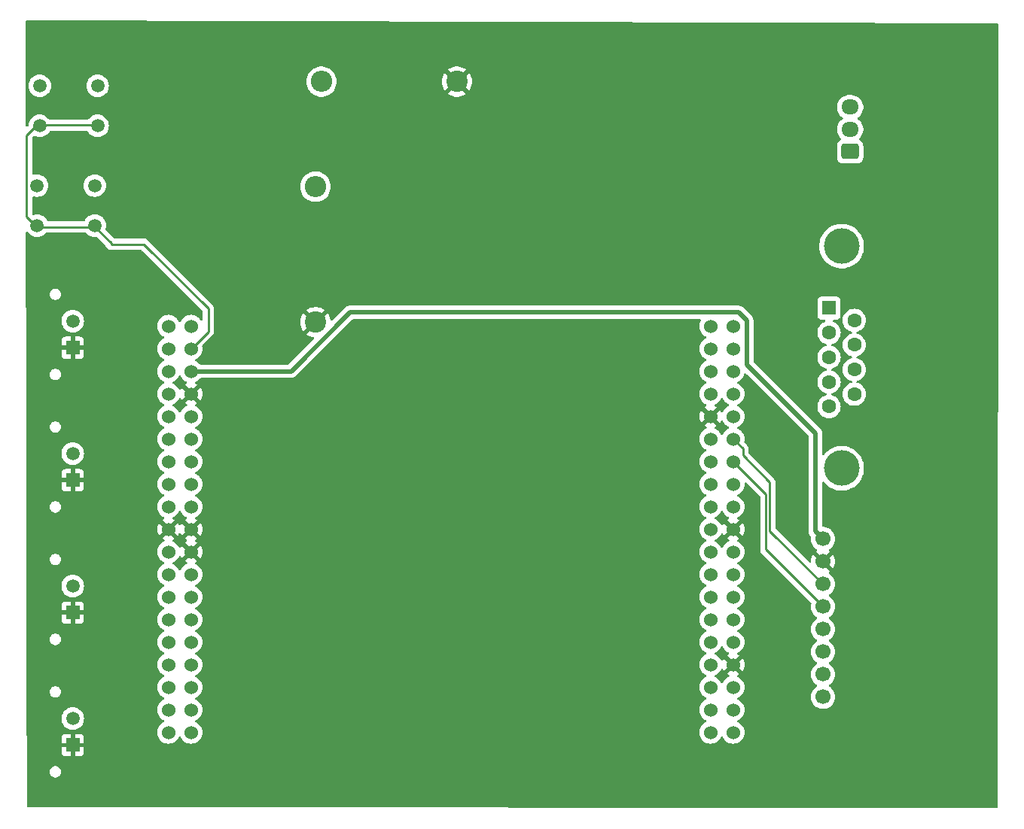
<source format=gbl>
G04 #@! TF.GenerationSoftware,KiCad,Pcbnew,8.0.0*
G04 #@! TF.CreationDate,2024-03-28T17:26:01-04:00*
G04 #@! TF.ProjectId,4. New_CANOpen,342e204e-6577-45f4-9341-4e4f70656e2e,rev?*
G04 #@! TF.SameCoordinates,Original*
G04 #@! TF.FileFunction,Copper,L2,Bot*
G04 #@! TF.FilePolarity,Positive*
%FSLAX46Y46*%
G04 Gerber Fmt 4.6, Leading zero omitted, Abs format (unit mm)*
G04 Created by KiCad (PCBNEW 8.0.0) date 2024-03-28 17:26:01*
%MOMM*%
%LPD*%
G01*
G04 APERTURE LIST*
G04 Aperture macros list*
%AMRoundRect*
0 Rectangle with rounded corners*
0 $1 Rounding radius*
0 $2 $3 $4 $5 $6 $7 $8 $9 X,Y pos of 4 corners*
0 Add a 4 corners polygon primitive as box body*
4,1,4,$2,$3,$4,$5,$6,$7,$8,$9,$2,$3,0*
0 Add four circle primitives for the rounded corners*
1,1,$1+$1,$2,$3*
1,1,$1+$1,$4,$5*
1,1,$1+$1,$6,$7*
1,1,$1+$1,$8,$9*
0 Add four rect primitives between the rounded corners*
20,1,$1+$1,$2,$3,$4,$5,0*
20,1,$1+$1,$4,$5,$6,$7,0*
20,1,$1+$1,$6,$7,$8,$9,0*
20,1,$1+$1,$8,$9,$2,$3,0*%
G04 Aperture macros list end*
G04 #@! TA.AperFunction,ComponentPad*
%ADD10RoundRect,0.250000X0.725000X-0.600000X0.725000X0.600000X-0.725000X0.600000X-0.725000X-0.600000X0*%
G04 #@! TD*
G04 #@! TA.AperFunction,ComponentPad*
%ADD11O,1.950000X1.700000*%
G04 #@! TD*
G04 #@! TA.AperFunction,ComponentPad*
%ADD12C,1.507998*%
G04 #@! TD*
G04 #@! TA.AperFunction,ComponentPad*
%ADD13R,1.520000X1.520000*%
G04 #@! TD*
G04 #@! TA.AperFunction,ComponentPad*
%ADD14C,1.520000*%
G04 #@! TD*
G04 #@! TA.AperFunction,ComponentPad*
%ADD15C,4.000000*%
G04 #@! TD*
G04 #@! TA.AperFunction,ComponentPad*
%ADD16R,1.600000X1.600000*%
G04 #@! TD*
G04 #@! TA.AperFunction,ComponentPad*
%ADD17C,1.600000*%
G04 #@! TD*
G04 #@! TA.AperFunction,ComponentPad*
%ADD18C,1.700000*%
G04 #@! TD*
G04 #@! TA.AperFunction,ComponentPad*
%ADD19C,1.524000*%
G04 #@! TD*
G04 #@! TA.AperFunction,ComponentPad*
%ADD20C,2.400000*%
G04 #@! TD*
G04 #@! TA.AperFunction,ComponentPad*
%ADD21O,2.400000X2.400000*%
G04 #@! TD*
G04 #@! TA.AperFunction,Conductor*
%ADD22C,0.500000*%
G04 #@! TD*
G04 #@! TA.AperFunction,Conductor*
%ADD23C,0.250000*%
G04 #@! TD*
G04 APERTURE END LIST*
D10*
X129330000Y-72750000D03*
D11*
X129330000Y-70250000D03*
X129330000Y-67750000D03*
D12*
X37897999Y-76582900D03*
X44398001Y-76582900D03*
X37897999Y-81082901D03*
X44398001Y-81082901D03*
D13*
X41910000Y-94838648D03*
D14*
X41910000Y-91838649D03*
D15*
X128374669Y-108399669D03*
X128374669Y-83399669D03*
D16*
X126954669Y-90359669D03*
D17*
X126954669Y-93129669D03*
X126954669Y-95899669D03*
X126954669Y-98669669D03*
X126954669Y-101439669D03*
X129794669Y-91744669D03*
X129794669Y-94514669D03*
X129794669Y-97284669D03*
X129794669Y-100054669D03*
D13*
X41910000Y-139556692D03*
D14*
X41910000Y-136556693D03*
D13*
X41910000Y-109744662D03*
D14*
X41910000Y-106744663D03*
D18*
X126280000Y-116350000D03*
X126280000Y-118890000D03*
X126280000Y-121430000D03*
X126280000Y-123970000D03*
X126280000Y-126510000D03*
X126280000Y-129050000D03*
X126280000Y-131590000D03*
X126280000Y-134130000D03*
D19*
X52680000Y-92400000D03*
X55220000Y-92400000D03*
X52680000Y-94940000D03*
X55220000Y-94940000D03*
X52680000Y-97480000D03*
X55220000Y-97480000D03*
X52680000Y-100020000D03*
X55220000Y-100020000D03*
X52680000Y-102560000D03*
X55220000Y-102560000D03*
X52680000Y-105100000D03*
X55220000Y-105100000D03*
X52680000Y-107640000D03*
X55220000Y-107640000D03*
X52680000Y-110180000D03*
X55220000Y-110180000D03*
X52680000Y-112720000D03*
X55220000Y-112720000D03*
X52680000Y-115260000D03*
X55220000Y-115260000D03*
X52680000Y-117800000D03*
X55220000Y-117800000D03*
X52680000Y-120340000D03*
X55220000Y-120340000D03*
X52680000Y-122880000D03*
X55220000Y-122880000D03*
X52680000Y-125420000D03*
X55220000Y-125420000D03*
X52680000Y-127960000D03*
X55220000Y-127960000D03*
X52680000Y-130500000D03*
X55220000Y-130500000D03*
X52680000Y-133040000D03*
X55220000Y-133040000D03*
X52680000Y-135580000D03*
X55220000Y-135580000D03*
X52680000Y-138120000D03*
X55220000Y-138120000D03*
X113640000Y-92400000D03*
X116180000Y-92400000D03*
X113640000Y-94940000D03*
X116180000Y-94940000D03*
X113640000Y-97480000D03*
X116180000Y-97480000D03*
X113640000Y-100020000D03*
X116180000Y-100020000D03*
X113640000Y-102560000D03*
X116180000Y-102560000D03*
X113640000Y-105100000D03*
X116180000Y-105100000D03*
X113640000Y-107640000D03*
X116180000Y-107640000D03*
X113640000Y-110180000D03*
X116180000Y-110180000D03*
X113640000Y-112720000D03*
X116180000Y-112720000D03*
X113640000Y-115260000D03*
X116180000Y-115260000D03*
X113640000Y-117800000D03*
X116180000Y-117800000D03*
X113640000Y-120340000D03*
X116180000Y-120340000D03*
X113640000Y-122880000D03*
X116180000Y-122880000D03*
X113640000Y-125420000D03*
X116180000Y-125420000D03*
X113640000Y-127960000D03*
X116180000Y-127960000D03*
X113640000Y-130500000D03*
X116180000Y-130500000D03*
X113640000Y-133040000D03*
X116180000Y-133040000D03*
X113640000Y-135580000D03*
X116180000Y-135580000D03*
X113640000Y-138120000D03*
X116180000Y-138120000D03*
D20*
X69215000Y-91948000D03*
D21*
X69215000Y-76708000D03*
D13*
X41910000Y-124650676D03*
D14*
X41910000Y-121650677D03*
D12*
X38203998Y-65349999D03*
X44704000Y-65349999D03*
X38203998Y-69850000D03*
X44704000Y-69850000D03*
D20*
X85120000Y-64880000D03*
D21*
X69880000Y-64880000D03*
D22*
X116768291Y-90850000D02*
X73100000Y-90850000D01*
X73100000Y-90850000D02*
X66470000Y-97480000D01*
X125430000Y-104479999D02*
X117692000Y-96741999D01*
X66470000Y-97480000D02*
X55220000Y-97480000D01*
X125430000Y-115500000D02*
X125430000Y-104479999D01*
X117692000Y-91773709D02*
X116768291Y-90850000D01*
X126280000Y-116350000D02*
X125430000Y-115500000D01*
X117692000Y-96741999D02*
X117692000Y-91773709D01*
D23*
X117267000Y-106187000D02*
X117267000Y-106957000D01*
X120290000Y-115440000D02*
X126280000Y-121430000D01*
X120290000Y-109980000D02*
X120290000Y-115440000D01*
X116180000Y-105100000D02*
X117267000Y-106187000D01*
X117267000Y-106957000D02*
X120290000Y-109980000D01*
X44398000Y-81244000D02*
X46228000Y-83074000D01*
X46228000Y-83074000D02*
X46228000Y-83185000D01*
X49911000Y-83185000D02*
X57150000Y-90424000D01*
X37880000Y-69753000D02*
X44380000Y-69753000D01*
X57150000Y-90424000D02*
X57150000Y-93010000D01*
X37898000Y-81244000D02*
X44398000Y-81244000D01*
X46228000Y-83185000D02*
X49911000Y-83185000D01*
X57150000Y-93010000D02*
X55220000Y-94940000D01*
X36723000Y-70910000D02*
X36723000Y-80069000D01*
X36723000Y-80069000D02*
X37898000Y-81244000D01*
X37880000Y-69753000D02*
X36723000Y-70910000D01*
X126280000Y-123970000D02*
X119840000Y-117530000D01*
X119840000Y-117530000D02*
X119840000Y-111300000D01*
X119840000Y-111300000D02*
X116180000Y-107640000D01*
G04 #@! TA.AperFunction,Conductor*
G36*
X145876200Y-58299660D02*
G01*
X145943184Y-58319529D01*
X145988794Y-58372458D01*
X145999859Y-58423800D01*
X145900140Y-146526026D01*
X145880379Y-146593043D01*
X145827524Y-146638739D01*
X145776026Y-146649886D01*
X36873676Y-146550113D01*
X36806655Y-146530367D01*
X36760948Y-146477521D01*
X36749790Y-146426323D01*
X36743235Y-142556692D01*
X39303213Y-142556692D01*
X39322297Y-142713871D01*
X39378444Y-142861916D01*
X39378444Y-142861917D01*
X39460023Y-142980103D01*
X39468388Y-142992222D01*
X39586902Y-143097217D01*
X39727100Y-143170799D01*
X39880833Y-143208690D01*
X40039167Y-143208690D01*
X40192900Y-143170799D01*
X40333098Y-143097217D01*
X40451612Y-142992222D01*
X40541556Y-142861916D01*
X40597702Y-142713871D01*
X40616787Y-142556692D01*
X40597702Y-142399513D01*
X40541556Y-142251468D01*
X40451612Y-142121162D01*
X40333098Y-142016167D01*
X40192900Y-141942585D01*
X40192897Y-141942584D01*
X40039167Y-141904694D01*
X39880833Y-141904694D01*
X39727102Y-141942584D01*
X39586901Y-142016167D01*
X39468388Y-142121161D01*
X39468386Y-142121164D01*
X39378444Y-142251466D01*
X39378444Y-142251467D01*
X39322297Y-142399512D01*
X39303213Y-142556691D01*
X39303213Y-142556692D01*
X36743235Y-142556692D01*
X36739521Y-140364536D01*
X40650000Y-140364536D01*
X40656401Y-140424064D01*
X40656403Y-140424071D01*
X40706645Y-140558778D01*
X40706649Y-140558785D01*
X40792809Y-140673879D01*
X40792812Y-140673882D01*
X40907906Y-140760042D01*
X40907913Y-140760046D01*
X41042620Y-140810288D01*
X41042627Y-140810290D01*
X41102155Y-140816691D01*
X41102172Y-140816692D01*
X41660000Y-140816692D01*
X41660000Y-140001252D01*
X41713147Y-140031937D01*
X41842857Y-140066692D01*
X41977143Y-140066692D01*
X42106853Y-140031937D01*
X42160000Y-140001252D01*
X42160000Y-140816692D01*
X42717828Y-140816692D01*
X42717844Y-140816691D01*
X42777372Y-140810290D01*
X42777379Y-140810288D01*
X42912086Y-140760046D01*
X42912093Y-140760042D01*
X43027187Y-140673882D01*
X43027190Y-140673879D01*
X43113350Y-140558785D01*
X43113354Y-140558778D01*
X43163596Y-140424071D01*
X43163598Y-140424064D01*
X43169999Y-140364536D01*
X43170000Y-140364519D01*
X43170000Y-139806692D01*
X42354560Y-139806692D01*
X42385245Y-139753545D01*
X42420000Y-139623835D01*
X42420000Y-139489549D01*
X42385245Y-139359839D01*
X42354560Y-139306692D01*
X43170000Y-139306692D01*
X43170000Y-138748864D01*
X43169999Y-138748847D01*
X43163598Y-138689319D01*
X43163596Y-138689312D01*
X43113354Y-138554605D01*
X43113350Y-138554598D01*
X43027190Y-138439504D01*
X43027187Y-138439501D01*
X42912093Y-138353341D01*
X42912086Y-138353337D01*
X42777379Y-138303095D01*
X42777372Y-138303093D01*
X42717844Y-138296692D01*
X42160000Y-138296692D01*
X42160000Y-139112131D01*
X42106853Y-139081447D01*
X41977143Y-139046692D01*
X41842857Y-139046692D01*
X41713147Y-139081447D01*
X41660000Y-139112131D01*
X41660000Y-138296692D01*
X41102155Y-138296692D01*
X41042627Y-138303093D01*
X41042620Y-138303095D01*
X40907913Y-138353337D01*
X40907906Y-138353341D01*
X40792812Y-138439501D01*
X40792809Y-138439504D01*
X40706649Y-138554598D01*
X40706645Y-138554605D01*
X40656403Y-138689312D01*
X40656401Y-138689319D01*
X40650000Y-138748847D01*
X40650000Y-139306692D01*
X41465440Y-139306692D01*
X41434755Y-139359839D01*
X41400000Y-139489549D01*
X41400000Y-139623835D01*
X41434755Y-139753545D01*
X41465440Y-139806692D01*
X40650000Y-139806692D01*
X40650000Y-140364536D01*
X36739521Y-140364536D01*
X36733071Y-136556694D01*
X40636655Y-136556694D01*
X40655999Y-136777801D01*
X40656001Y-136777812D01*
X40713444Y-136992195D01*
X40713446Y-136992199D01*
X40713447Y-136992203D01*
X40760349Y-137092784D01*
X40807250Y-137193365D01*
X40807251Y-137193366D01*
X40934561Y-137375183D01*
X41091510Y-137532132D01*
X41273327Y-137659442D01*
X41474490Y-137753246D01*
X41688886Y-137810693D01*
X41846824Y-137824510D01*
X41909998Y-137830038D01*
X41910000Y-137830038D01*
X41910002Y-137830038D01*
X41965278Y-137825201D01*
X42131114Y-137810693D01*
X42345510Y-137753246D01*
X42546673Y-137659442D01*
X42728490Y-137532132D01*
X42885439Y-137375183D01*
X43012749Y-137193366D01*
X43106553Y-136992203D01*
X43164000Y-136777807D01*
X43183345Y-136556693D01*
X43164000Y-136335579D01*
X43106553Y-136121183D01*
X43012749Y-135920021D01*
X42929735Y-135801465D01*
X42885440Y-135738204D01*
X42885437Y-135738201D01*
X42728490Y-135581254D01*
X42546673Y-135453944D01*
X42546674Y-135453944D01*
X42546672Y-135453943D01*
X42384544Y-135378342D01*
X42345510Y-135360140D01*
X42345506Y-135360139D01*
X42345502Y-135360137D01*
X42131119Y-135302694D01*
X42131115Y-135302693D01*
X42131114Y-135302693D01*
X42131113Y-135302692D01*
X42131108Y-135302692D01*
X41910002Y-135283348D01*
X41909998Y-135283348D01*
X41688891Y-135302692D01*
X41688880Y-135302694D01*
X41474497Y-135360137D01*
X41474488Y-135360141D01*
X41273328Y-135453943D01*
X41273326Y-135453944D01*
X41091508Y-135581254D01*
X40934561Y-135738201D01*
X40807251Y-135920019D01*
X40807250Y-135920021D01*
X40713448Y-136121181D01*
X40713444Y-136121190D01*
X40656001Y-136335573D01*
X40655999Y-136335584D01*
X40636655Y-136556691D01*
X40636655Y-136556694D01*
X36733071Y-136556694D01*
X36727989Y-133556692D01*
X39325723Y-133556692D01*
X39344153Y-133708481D01*
X39344154Y-133708484D01*
X39398377Y-133851457D01*
X39435777Y-133905640D01*
X39485237Y-133977295D01*
X39485239Y-133977297D01*
X39485241Y-133977299D01*
X39599688Y-134078691D01*
X39599690Y-134078692D01*
X39735082Y-134149751D01*
X39883546Y-134186344D01*
X40036454Y-134186344D01*
X40184918Y-134149751D01*
X40320310Y-134078692D01*
X40434763Y-133977295D01*
X40521624Y-133851455D01*
X40575846Y-133708484D01*
X40594277Y-133556692D01*
X40575846Y-133404900D01*
X40521624Y-133261929D01*
X40434763Y-133136089D01*
X40434760Y-133136086D01*
X40434758Y-133136084D01*
X40320311Y-133034692D01*
X40184916Y-132963632D01*
X40036454Y-132927040D01*
X39883546Y-132927040D01*
X39735083Y-132963632D01*
X39599688Y-133034692D01*
X39485241Y-133136084D01*
X39485235Y-133136091D01*
X39398377Y-133261926D01*
X39344154Y-133404899D01*
X39344153Y-133404902D01*
X39325723Y-133556691D01*
X39325723Y-133556692D01*
X36727989Y-133556692D01*
X36717985Y-127650676D01*
X39303213Y-127650676D01*
X39322297Y-127807855D01*
X39378444Y-127955900D01*
X39378444Y-127955901D01*
X39441389Y-128047092D01*
X39468388Y-128086206D01*
X39586902Y-128191201D01*
X39727100Y-128264783D01*
X39880833Y-128302674D01*
X40039167Y-128302674D01*
X40192900Y-128264783D01*
X40333098Y-128191201D01*
X40451612Y-128086206D01*
X40541556Y-127955900D01*
X40597702Y-127807855D01*
X40616787Y-127650676D01*
X40601382Y-127523800D01*
X40597702Y-127493496D01*
X40575995Y-127436261D01*
X40541556Y-127345452D01*
X40525588Y-127322319D01*
X40451613Y-127215148D01*
X40451611Y-127215145D01*
X40333098Y-127110151D01*
X40256896Y-127070157D01*
X40192900Y-127036569D01*
X40192897Y-127036568D01*
X40039167Y-126998678D01*
X39880833Y-126998678D01*
X39727102Y-127036568D01*
X39586901Y-127110151D01*
X39468388Y-127215145D01*
X39468386Y-127215148D01*
X39378444Y-127345450D01*
X39378444Y-127345451D01*
X39322297Y-127493496D01*
X39303213Y-127650675D01*
X39303213Y-127650676D01*
X36717985Y-127650676D01*
X36714271Y-125458520D01*
X40650000Y-125458520D01*
X40656401Y-125518048D01*
X40656403Y-125518055D01*
X40706645Y-125652762D01*
X40706649Y-125652769D01*
X40792809Y-125767863D01*
X40792812Y-125767866D01*
X40907906Y-125854026D01*
X40907913Y-125854030D01*
X41042620Y-125904272D01*
X41042627Y-125904274D01*
X41102155Y-125910675D01*
X41102172Y-125910676D01*
X41660000Y-125910676D01*
X41660000Y-125095236D01*
X41713147Y-125125921D01*
X41842857Y-125160676D01*
X41977143Y-125160676D01*
X42106853Y-125125921D01*
X42160000Y-125095236D01*
X42160000Y-125910676D01*
X42717828Y-125910676D01*
X42717844Y-125910675D01*
X42777372Y-125904274D01*
X42777379Y-125904272D01*
X42912086Y-125854030D01*
X42912093Y-125854026D01*
X43027187Y-125767866D01*
X43027190Y-125767863D01*
X43113350Y-125652769D01*
X43113354Y-125652762D01*
X43163596Y-125518055D01*
X43163598Y-125518048D01*
X43169999Y-125458520D01*
X43170000Y-125458503D01*
X43170000Y-124900676D01*
X42354560Y-124900676D01*
X42385245Y-124847529D01*
X42420000Y-124717819D01*
X42420000Y-124583533D01*
X42385245Y-124453823D01*
X42354560Y-124400676D01*
X43170000Y-124400676D01*
X43170000Y-123842848D01*
X43169999Y-123842831D01*
X43163598Y-123783303D01*
X43163596Y-123783296D01*
X43113354Y-123648589D01*
X43113350Y-123648582D01*
X43027190Y-123533488D01*
X43027187Y-123533485D01*
X42912093Y-123447325D01*
X42912086Y-123447321D01*
X42777379Y-123397079D01*
X42777372Y-123397077D01*
X42717844Y-123390676D01*
X42160000Y-123390676D01*
X42160000Y-124206115D01*
X42106853Y-124175431D01*
X41977143Y-124140676D01*
X41842857Y-124140676D01*
X41713147Y-124175431D01*
X41660000Y-124206115D01*
X41660000Y-123390676D01*
X41102155Y-123390676D01*
X41042627Y-123397077D01*
X41042620Y-123397079D01*
X40907913Y-123447321D01*
X40907906Y-123447325D01*
X40792812Y-123533485D01*
X40792809Y-123533488D01*
X40706649Y-123648582D01*
X40706645Y-123648589D01*
X40656403Y-123783296D01*
X40656401Y-123783303D01*
X40650000Y-123842831D01*
X40650000Y-124400676D01*
X41465440Y-124400676D01*
X41434755Y-124453823D01*
X41400000Y-124583533D01*
X41400000Y-124717819D01*
X41434755Y-124847529D01*
X41465440Y-124900676D01*
X40650000Y-124900676D01*
X40650000Y-125458520D01*
X36714271Y-125458520D01*
X36707821Y-121650678D01*
X40636655Y-121650678D01*
X40655999Y-121871785D01*
X40656001Y-121871796D01*
X40713444Y-122086179D01*
X40713446Y-122086183D01*
X40713447Y-122086187D01*
X40760349Y-122186768D01*
X40807250Y-122287349D01*
X40807251Y-122287350D01*
X40934561Y-122469167D01*
X41091510Y-122626116D01*
X41273327Y-122753426D01*
X41474490Y-122847230D01*
X41688886Y-122904677D01*
X41846824Y-122918494D01*
X41909998Y-122924022D01*
X41910000Y-122924022D01*
X41910002Y-122924022D01*
X41965278Y-122919185D01*
X42131114Y-122904677D01*
X42345510Y-122847230D01*
X42546673Y-122753426D01*
X42728490Y-122626116D01*
X42885439Y-122469167D01*
X43012749Y-122287350D01*
X43106553Y-122086187D01*
X43164000Y-121871791D01*
X43183345Y-121650677D01*
X43164000Y-121429563D01*
X43106553Y-121215167D01*
X43012749Y-121014005D01*
X42987311Y-120977676D01*
X42885440Y-120832188D01*
X42829443Y-120776191D01*
X42728490Y-120675238D01*
X42566003Y-120561463D01*
X42546672Y-120547927D01*
X42446091Y-120501026D01*
X42345510Y-120454124D01*
X42345506Y-120454123D01*
X42345502Y-120454121D01*
X42131119Y-120396678D01*
X42131115Y-120396677D01*
X42131114Y-120396677D01*
X42131113Y-120396676D01*
X42131108Y-120396676D01*
X41910002Y-120377332D01*
X41909998Y-120377332D01*
X41688891Y-120396676D01*
X41688880Y-120396678D01*
X41474497Y-120454121D01*
X41474488Y-120454125D01*
X41273328Y-120547927D01*
X41273326Y-120547928D01*
X41091508Y-120675238D01*
X40934561Y-120832185D01*
X40807251Y-121014003D01*
X40807250Y-121014005D01*
X40713448Y-121215165D01*
X40713444Y-121215174D01*
X40656001Y-121429557D01*
X40655999Y-121429568D01*
X40636655Y-121650675D01*
X40636655Y-121650678D01*
X36707821Y-121650678D01*
X36702739Y-118650676D01*
X39325723Y-118650676D01*
X39344153Y-118802465D01*
X39344154Y-118802468D01*
X39380043Y-118897100D01*
X39398377Y-118945441D01*
X39413714Y-118967660D01*
X39485237Y-119071279D01*
X39485239Y-119071281D01*
X39485241Y-119071283D01*
X39599688Y-119172675D01*
X39599690Y-119172676D01*
X39735082Y-119243735D01*
X39883546Y-119280328D01*
X40036454Y-119280328D01*
X40184918Y-119243735D01*
X40320310Y-119172676D01*
X40434763Y-119071279D01*
X40521624Y-118945439D01*
X40575846Y-118802468D01*
X40594277Y-118650676D01*
X40575846Y-118498884D01*
X40521624Y-118355913D01*
X40434763Y-118230073D01*
X40434760Y-118230070D01*
X40434758Y-118230068D01*
X40320311Y-118128676D01*
X40184916Y-118057616D01*
X40036454Y-118021024D01*
X39883546Y-118021024D01*
X39735083Y-118057616D01*
X39599688Y-118128676D01*
X39485241Y-118230068D01*
X39485235Y-118230075D01*
X39398377Y-118355910D01*
X39344154Y-118498883D01*
X39344153Y-118498886D01*
X39325723Y-118650675D01*
X39325723Y-118650676D01*
X36702739Y-118650676D01*
X36692735Y-112744662D01*
X39303213Y-112744662D01*
X39322297Y-112901841D01*
X39378444Y-113049886D01*
X39378444Y-113049887D01*
X39451821Y-113156191D01*
X39468388Y-113180192D01*
X39586902Y-113285187D01*
X39727100Y-113358769D01*
X39880833Y-113396660D01*
X40039167Y-113396660D01*
X40192900Y-113358769D01*
X40333098Y-113285187D01*
X40451612Y-113180192D01*
X40541556Y-113049886D01*
X40597702Y-112901841D01*
X40616787Y-112744662D01*
X40613793Y-112720000D01*
X40597702Y-112587482D01*
X40563969Y-112498537D01*
X40541556Y-112439438D01*
X40451612Y-112309132D01*
X40333098Y-112204137D01*
X40192900Y-112130555D01*
X40192897Y-112130554D01*
X40039167Y-112092664D01*
X39880833Y-112092664D01*
X39727102Y-112130554D01*
X39586901Y-112204137D01*
X39468388Y-112309131D01*
X39468386Y-112309134D01*
X39378444Y-112439436D01*
X39378444Y-112439437D01*
X39322297Y-112587482D01*
X39303213Y-112744661D01*
X39303213Y-112744662D01*
X36692735Y-112744662D01*
X36689021Y-110552506D01*
X40650000Y-110552506D01*
X40656401Y-110612034D01*
X40656403Y-110612041D01*
X40706645Y-110746748D01*
X40706649Y-110746755D01*
X40792809Y-110861849D01*
X40792812Y-110861852D01*
X40907906Y-110948012D01*
X40907913Y-110948016D01*
X41042620Y-110998258D01*
X41042627Y-110998260D01*
X41102155Y-111004661D01*
X41102172Y-111004662D01*
X41660000Y-111004662D01*
X41660000Y-110189222D01*
X41713147Y-110219907D01*
X41842857Y-110254662D01*
X41977143Y-110254662D01*
X42106853Y-110219907D01*
X42160000Y-110189222D01*
X42160000Y-111004662D01*
X42717828Y-111004662D01*
X42717844Y-111004661D01*
X42777372Y-110998260D01*
X42777379Y-110998258D01*
X42912086Y-110948016D01*
X42912093Y-110948012D01*
X43027187Y-110861852D01*
X43027190Y-110861849D01*
X43113350Y-110746755D01*
X43113354Y-110746748D01*
X43163596Y-110612041D01*
X43163598Y-110612034D01*
X43169999Y-110552506D01*
X43170000Y-110552489D01*
X43170000Y-109994662D01*
X42354560Y-109994662D01*
X42385245Y-109941515D01*
X42420000Y-109811805D01*
X42420000Y-109677519D01*
X42385245Y-109547809D01*
X42354560Y-109494662D01*
X43170000Y-109494662D01*
X43170000Y-108936834D01*
X43169999Y-108936817D01*
X43163598Y-108877289D01*
X43163596Y-108877282D01*
X43113354Y-108742575D01*
X43113350Y-108742568D01*
X43027190Y-108627474D01*
X43027187Y-108627471D01*
X42912093Y-108541311D01*
X42912086Y-108541307D01*
X42777379Y-108491065D01*
X42777372Y-108491063D01*
X42717844Y-108484662D01*
X42160000Y-108484662D01*
X42160000Y-109300101D01*
X42106853Y-109269417D01*
X41977143Y-109234662D01*
X41842857Y-109234662D01*
X41713147Y-109269417D01*
X41660000Y-109300101D01*
X41660000Y-108484662D01*
X41102155Y-108484662D01*
X41042627Y-108491063D01*
X41042620Y-108491065D01*
X40907913Y-108541307D01*
X40907906Y-108541311D01*
X40792812Y-108627471D01*
X40792809Y-108627474D01*
X40706649Y-108742568D01*
X40706645Y-108742575D01*
X40656403Y-108877282D01*
X40656401Y-108877289D01*
X40650000Y-108936817D01*
X40650000Y-109494662D01*
X41465440Y-109494662D01*
X41434755Y-109547809D01*
X41400000Y-109677519D01*
X41400000Y-109811805D01*
X41434755Y-109941515D01*
X41465440Y-109994662D01*
X40650000Y-109994662D01*
X40650000Y-110552506D01*
X36689021Y-110552506D01*
X36682571Y-106744661D01*
X40636655Y-106744661D01*
X40655999Y-106965771D01*
X40656001Y-106965782D01*
X40713444Y-107180165D01*
X40713446Y-107180169D01*
X40713447Y-107180173D01*
X40760349Y-107280754D01*
X40807250Y-107381335D01*
X40807251Y-107381336D01*
X40934561Y-107563153D01*
X41091510Y-107720102D01*
X41273327Y-107847412D01*
X41474490Y-107941216D01*
X41688886Y-107998663D01*
X41846824Y-108012480D01*
X41909998Y-108018008D01*
X41910000Y-108018008D01*
X41910002Y-108018008D01*
X41965278Y-108013171D01*
X42131114Y-107998663D01*
X42345510Y-107941216D01*
X42546673Y-107847412D01*
X42728490Y-107720102D01*
X42885439Y-107563153D01*
X43012749Y-107381336D01*
X43106553Y-107180173D01*
X43164000Y-106965777D01*
X43183345Y-106744663D01*
X43164000Y-106523549D01*
X43106553Y-106309153D01*
X43012749Y-106107991D01*
X42991029Y-106076972D01*
X42885440Y-105926174D01*
X42846184Y-105886918D01*
X42728490Y-105769224D01*
X42546673Y-105641914D01*
X42546674Y-105641914D01*
X42546672Y-105641913D01*
X42446091Y-105595012D01*
X42345510Y-105548110D01*
X42345506Y-105548109D01*
X42345502Y-105548107D01*
X42131119Y-105490664D01*
X42131115Y-105490663D01*
X42131114Y-105490663D01*
X42131113Y-105490662D01*
X42131108Y-105490662D01*
X41910002Y-105471318D01*
X41909998Y-105471318D01*
X41688891Y-105490662D01*
X41688880Y-105490664D01*
X41474497Y-105548107D01*
X41474488Y-105548111D01*
X41273328Y-105641913D01*
X41273326Y-105641914D01*
X41091508Y-105769224D01*
X40934561Y-105926171D01*
X40807251Y-106107989D01*
X40807250Y-106107991D01*
X40713448Y-106309151D01*
X40713444Y-106309160D01*
X40656001Y-106523543D01*
X40655999Y-106523554D01*
X40636655Y-106744661D01*
X36682571Y-106744661D01*
X36677489Y-103744662D01*
X39325723Y-103744662D01*
X39344153Y-103896451D01*
X39344154Y-103896454D01*
X39398377Y-104039427D01*
X39456079Y-104123023D01*
X39485237Y-104165265D01*
X39485239Y-104165267D01*
X39485241Y-104165269D01*
X39599688Y-104266661D01*
X39599690Y-104266662D01*
X39735082Y-104337721D01*
X39883546Y-104374314D01*
X40036454Y-104374314D01*
X40184918Y-104337721D01*
X40320310Y-104266662D01*
X40434763Y-104165265D01*
X40521624Y-104039425D01*
X40575846Y-103896454D01*
X40594277Y-103744662D01*
X40575846Y-103592870D01*
X40521624Y-103449899D01*
X40434763Y-103324059D01*
X40434760Y-103324056D01*
X40434758Y-103324054D01*
X40320311Y-103222662D01*
X40184916Y-103151602D01*
X40036454Y-103115010D01*
X39883546Y-103115010D01*
X39735083Y-103151602D01*
X39599688Y-103222662D01*
X39485241Y-103324054D01*
X39485235Y-103324061D01*
X39398377Y-103449896D01*
X39344154Y-103592869D01*
X39344153Y-103592872D01*
X39325723Y-103744661D01*
X39325723Y-103744662D01*
X36677489Y-103744662D01*
X36667485Y-97838648D01*
X39303213Y-97838648D01*
X39322297Y-97995827D01*
X39378444Y-98143872D01*
X39378444Y-98143873D01*
X39443761Y-98238500D01*
X39468388Y-98274178D01*
X39586902Y-98379173D01*
X39727100Y-98452755D01*
X39880833Y-98490646D01*
X40039167Y-98490646D01*
X40192900Y-98452755D01*
X40333098Y-98379173D01*
X40451612Y-98274178D01*
X40541556Y-98143872D01*
X40597702Y-97995827D01*
X40616787Y-97838648D01*
X40604895Y-97740704D01*
X40597702Y-97681468D01*
X40576408Y-97625322D01*
X40541556Y-97533424D01*
X40540673Y-97532145D01*
X40473882Y-97435382D01*
X40451612Y-97403118D01*
X40412061Y-97368079D01*
X40333098Y-97298123D01*
X40192900Y-97224541D01*
X40192897Y-97224540D01*
X40039167Y-97186650D01*
X39880833Y-97186650D01*
X39727102Y-97224540D01*
X39586901Y-97298123D01*
X39468388Y-97403117D01*
X39468386Y-97403120D01*
X39378444Y-97533422D01*
X39378444Y-97533423D01*
X39322297Y-97681468D01*
X39303213Y-97838647D01*
X39303213Y-97838648D01*
X36667485Y-97838648D01*
X36663771Y-95646492D01*
X40650000Y-95646492D01*
X40656401Y-95706020D01*
X40656403Y-95706027D01*
X40706645Y-95840734D01*
X40706649Y-95840741D01*
X40792809Y-95955835D01*
X40792812Y-95955838D01*
X40907906Y-96041998D01*
X40907913Y-96042002D01*
X41042620Y-96092244D01*
X41042627Y-96092246D01*
X41102155Y-96098647D01*
X41102172Y-96098648D01*
X41660000Y-96098648D01*
X41660000Y-95283208D01*
X41713147Y-95313893D01*
X41842857Y-95348648D01*
X41977143Y-95348648D01*
X42106853Y-95313893D01*
X42160000Y-95283208D01*
X42160000Y-96098648D01*
X42717828Y-96098648D01*
X42717844Y-96098647D01*
X42777372Y-96092246D01*
X42777379Y-96092244D01*
X42912086Y-96042002D01*
X42912093Y-96041998D01*
X43027187Y-95955838D01*
X43027190Y-95955835D01*
X43113350Y-95840741D01*
X43113354Y-95840734D01*
X43163596Y-95706027D01*
X43163598Y-95706020D01*
X43169999Y-95646492D01*
X43170000Y-95646475D01*
X43170000Y-95088648D01*
X42354560Y-95088648D01*
X42385245Y-95035501D01*
X42420000Y-94905791D01*
X42420000Y-94771505D01*
X42385245Y-94641795D01*
X42354560Y-94588648D01*
X43170000Y-94588648D01*
X43170000Y-94030820D01*
X43169999Y-94030803D01*
X43163598Y-93971275D01*
X43163596Y-93971268D01*
X43113354Y-93836561D01*
X43113350Y-93836554D01*
X43027190Y-93721460D01*
X43027187Y-93721457D01*
X42912093Y-93635297D01*
X42912086Y-93635293D01*
X42777379Y-93585051D01*
X42777372Y-93585049D01*
X42717844Y-93578648D01*
X42160000Y-93578648D01*
X42160000Y-94394087D01*
X42106853Y-94363403D01*
X41977143Y-94328648D01*
X41842857Y-94328648D01*
X41713147Y-94363403D01*
X41660000Y-94394087D01*
X41660000Y-93578648D01*
X41102155Y-93578648D01*
X41042627Y-93585049D01*
X41042620Y-93585051D01*
X40907913Y-93635293D01*
X40907906Y-93635297D01*
X40792812Y-93721457D01*
X40792809Y-93721460D01*
X40706649Y-93836554D01*
X40706645Y-93836561D01*
X40656403Y-93971268D01*
X40656401Y-93971275D01*
X40650000Y-94030803D01*
X40650000Y-94588648D01*
X41465440Y-94588648D01*
X41434755Y-94641795D01*
X41400000Y-94771505D01*
X41400000Y-94905791D01*
X41434755Y-95035501D01*
X41465440Y-95088648D01*
X40650000Y-95088648D01*
X40650000Y-95646492D01*
X36663771Y-95646492D01*
X36657321Y-91838650D01*
X40636655Y-91838650D01*
X40655999Y-92059757D01*
X40656001Y-92059768D01*
X40713444Y-92274151D01*
X40713446Y-92274155D01*
X40713447Y-92274159D01*
X40726221Y-92301553D01*
X40807250Y-92475321D01*
X40807251Y-92475322D01*
X40934561Y-92657139D01*
X41091510Y-92814088D01*
X41273327Y-92941398D01*
X41474490Y-93035202D01*
X41474496Y-93035203D01*
X41474497Y-93035204D01*
X41515755Y-93046259D01*
X41688886Y-93092649D01*
X41846824Y-93106466D01*
X41909998Y-93111994D01*
X41910000Y-93111994D01*
X41910002Y-93111994D01*
X41965278Y-93107157D01*
X42131114Y-93092649D01*
X42345510Y-93035202D01*
X42546673Y-92941398D01*
X42728490Y-92814088D01*
X42885439Y-92657139D01*
X43012749Y-92475322D01*
X43106553Y-92274159D01*
X43164000Y-92059763D01*
X43183345Y-91838649D01*
X43181378Y-91816171D01*
X43172116Y-91710306D01*
X43164000Y-91617535D01*
X43106553Y-91403139D01*
X43012749Y-91201977D01*
X42932886Y-91087921D01*
X42885440Y-91020160D01*
X42852947Y-90987667D01*
X42728490Y-90863210D01*
X42588607Y-90765262D01*
X42546672Y-90735899D01*
X42440529Y-90686404D01*
X42345510Y-90642096D01*
X42345506Y-90642095D01*
X42345502Y-90642093D01*
X42131119Y-90584650D01*
X42131115Y-90584649D01*
X42131114Y-90584649D01*
X42131113Y-90584648D01*
X42131108Y-90584648D01*
X41910002Y-90565304D01*
X41909998Y-90565304D01*
X41688891Y-90584648D01*
X41688880Y-90584650D01*
X41474497Y-90642093D01*
X41474488Y-90642097D01*
X41273328Y-90735899D01*
X41273326Y-90735900D01*
X41091508Y-90863210D01*
X40934561Y-91020157D01*
X40807251Y-91201975D01*
X40807250Y-91201977D01*
X40713448Y-91403137D01*
X40713444Y-91403146D01*
X40656001Y-91617529D01*
X40655999Y-91617540D01*
X40636655Y-91838647D01*
X40636655Y-91838650D01*
X36657321Y-91838650D01*
X36652239Y-88838648D01*
X39325723Y-88838648D01*
X39344153Y-88990437D01*
X39344154Y-88990440D01*
X39398377Y-89133413D01*
X39471617Y-89239519D01*
X39485237Y-89259251D01*
X39485239Y-89259253D01*
X39485241Y-89259255D01*
X39599688Y-89360647D01*
X39599690Y-89360648D01*
X39735082Y-89431707D01*
X39883546Y-89468300D01*
X40036454Y-89468300D01*
X40184918Y-89431707D01*
X40320310Y-89360648D01*
X40434763Y-89259251D01*
X40521624Y-89133411D01*
X40575846Y-88990440D01*
X40594277Y-88838648D01*
X40575846Y-88686856D01*
X40521624Y-88543885D01*
X40434763Y-88418045D01*
X40434760Y-88418042D01*
X40434758Y-88418040D01*
X40320311Y-88316648D01*
X40184916Y-88245588D01*
X40036454Y-88208996D01*
X39883546Y-88208996D01*
X39735083Y-88245588D01*
X39599688Y-88316648D01*
X39485241Y-88418040D01*
X39485235Y-88418047D01*
X39398377Y-88543882D01*
X39344154Y-88686855D01*
X39344153Y-88686858D01*
X39325723Y-88838647D01*
X39325723Y-88838648D01*
X36652239Y-88838648D01*
X36640454Y-81881523D01*
X36660024Y-81814455D01*
X36712751Y-81768611D01*
X36781892Y-81758550D01*
X36845497Y-81787468D01*
X36866028Y-81810195D01*
X36927170Y-81897515D01*
X36927175Y-81897521D01*
X37083378Y-82053724D01*
X37083384Y-82053729D01*
X37264333Y-82180431D01*
X37264335Y-82180432D01*
X37264338Y-82180434D01*
X37464549Y-82273794D01*
X37677931Y-82330970D01*
X37835122Y-82344722D01*
X37897997Y-82350223D01*
X37897999Y-82350223D01*
X37898001Y-82350223D01*
X37953016Y-82345409D01*
X38118067Y-82330970D01*
X38331449Y-82273794D01*
X38531660Y-82180434D01*
X38712618Y-82053726D01*
X38852526Y-81913818D01*
X38913849Y-81880334D01*
X38940207Y-81877500D01*
X43355793Y-81877500D01*
X43422832Y-81897185D01*
X43443474Y-81913818D01*
X43583382Y-82053726D01*
X43583385Y-82053728D01*
X43583386Y-82053729D01*
X43764335Y-82180431D01*
X43764337Y-82180432D01*
X43764340Y-82180434D01*
X43964551Y-82273794D01*
X44177933Y-82330970D01*
X44335124Y-82344722D01*
X44397999Y-82350223D01*
X44398001Y-82350223D01*
X44398002Y-82350223D01*
X44416071Y-82348642D01*
X44533797Y-82338342D01*
X44602296Y-82352108D01*
X44632285Y-82374189D01*
X45595013Y-83336917D01*
X45621893Y-83377145D01*
X45666598Y-83485071D01*
X45666603Y-83485081D01*
X45735928Y-83588832D01*
X45735931Y-83588836D01*
X45824163Y-83677068D01*
X45824167Y-83677071D01*
X45927918Y-83746396D01*
X45927924Y-83746399D01*
X45927925Y-83746400D01*
X46043215Y-83794155D01*
X46165601Y-83818499D01*
X46165605Y-83818500D01*
X46165606Y-83818500D01*
X49597234Y-83818500D01*
X49664273Y-83838185D01*
X49684915Y-83854819D01*
X56480181Y-90650085D01*
X56513666Y-90711408D01*
X56516500Y-90737766D01*
X56516500Y-91643267D01*
X56496815Y-91710306D01*
X56444011Y-91756061D01*
X56374853Y-91766005D01*
X56311297Y-91736980D01*
X56290925Y-91714390D01*
X56196978Y-91580220D01*
X56133337Y-91516579D01*
X56039781Y-91423023D01*
X55857677Y-91295512D01*
X55857678Y-91295512D01*
X55857676Y-91295511D01*
X55756936Y-91248536D01*
X55656196Y-91201560D01*
X55656193Y-91201559D01*
X55656191Y-91201558D01*
X55441465Y-91144022D01*
X55441457Y-91144021D01*
X55220002Y-91124647D01*
X55219998Y-91124647D01*
X54998542Y-91144021D01*
X54998535Y-91144022D01*
X54783800Y-91201561D01*
X54582323Y-91295512D01*
X54582319Y-91295514D01*
X54400217Y-91423023D01*
X54243023Y-91580217D01*
X54115514Y-91762319D01*
X54115512Y-91762323D01*
X54062382Y-91876261D01*
X54016209Y-91928700D01*
X53949016Y-91947852D01*
X53882135Y-91927636D01*
X53837618Y-91876261D01*
X53828130Y-91855914D01*
X53784488Y-91762324D01*
X53784486Y-91762321D01*
X53784485Y-91762319D01*
X53656978Y-91580220D01*
X53593337Y-91516579D01*
X53499781Y-91423023D01*
X53317677Y-91295512D01*
X53317678Y-91295512D01*
X53317676Y-91295511D01*
X53216936Y-91248536D01*
X53116196Y-91201560D01*
X53116193Y-91201559D01*
X53116191Y-91201558D01*
X52901465Y-91144022D01*
X52901457Y-91144021D01*
X52680002Y-91124647D01*
X52679998Y-91124647D01*
X52458542Y-91144021D01*
X52458535Y-91144022D01*
X52243800Y-91201561D01*
X52042323Y-91295512D01*
X52042319Y-91295514D01*
X51860217Y-91423023D01*
X51703023Y-91580217D01*
X51575514Y-91762319D01*
X51575512Y-91762323D01*
X51481561Y-91963800D01*
X51424022Y-92178535D01*
X51424021Y-92178542D01*
X51404647Y-92399997D01*
X51404647Y-92400002D01*
X51424021Y-92621457D01*
X51424022Y-92621465D01*
X51481558Y-92836191D01*
X51481559Y-92836193D01*
X51481560Y-92836196D01*
X51503009Y-92882193D01*
X51575511Y-93037676D01*
X51581521Y-93046259D01*
X51703023Y-93219781D01*
X51860219Y-93376977D01*
X52042323Y-93504488D01*
X52156261Y-93557618D01*
X52208700Y-93603790D01*
X52227852Y-93670984D01*
X52207636Y-93737865D01*
X52156261Y-93782382D01*
X52042323Y-93835512D01*
X52042319Y-93835514D01*
X51860217Y-93963023D01*
X51703023Y-94120217D01*
X51575514Y-94302319D01*
X51575512Y-94302323D01*
X51481561Y-94503800D01*
X51424022Y-94718535D01*
X51424021Y-94718542D01*
X51404647Y-94939997D01*
X51404647Y-94940002D01*
X51424021Y-95161457D01*
X51424022Y-95161465D01*
X51481558Y-95376191D01*
X51481559Y-95376193D01*
X51481560Y-95376196D01*
X51497929Y-95411299D01*
X51575511Y-95577676D01*
X51575512Y-95577677D01*
X51703023Y-95759781D01*
X51860219Y-95916977D01*
X52006557Y-96019444D01*
X52042323Y-96044488D01*
X52156261Y-96097618D01*
X52208700Y-96143790D01*
X52227852Y-96210984D01*
X52207636Y-96277865D01*
X52156261Y-96322382D01*
X52042323Y-96375512D01*
X52042319Y-96375514D01*
X51860217Y-96503023D01*
X51703023Y-96660217D01*
X51575514Y-96842319D01*
X51575512Y-96842323D01*
X51481561Y-97043800D01*
X51424022Y-97258535D01*
X51424021Y-97258542D01*
X51404647Y-97479997D01*
X51404647Y-97480002D01*
X51424021Y-97701457D01*
X51424022Y-97701465D01*
X51481558Y-97916191D01*
X51481559Y-97916193D01*
X51481560Y-97916196D01*
X51522382Y-98003739D01*
X51575511Y-98117676D01*
X51593854Y-98143872D01*
X51703023Y-98299781D01*
X51860219Y-98456977D01*
X51992918Y-98549894D01*
X52042323Y-98584488D01*
X52156261Y-98637618D01*
X52208700Y-98683790D01*
X52227852Y-98750984D01*
X52207636Y-98817865D01*
X52156261Y-98862382D01*
X52042323Y-98915512D01*
X52042319Y-98915514D01*
X51860217Y-99043023D01*
X51703023Y-99200217D01*
X51575514Y-99382319D01*
X51575512Y-99382323D01*
X51481561Y-99583800D01*
X51424022Y-99798535D01*
X51424021Y-99798542D01*
X51404647Y-100019997D01*
X51404647Y-100020002D01*
X51424021Y-100241457D01*
X51424022Y-100241465D01*
X51481558Y-100456191D01*
X51481559Y-100456193D01*
X51481560Y-100456196D01*
X51503813Y-100503918D01*
X51575511Y-100657676D01*
X51575512Y-100657677D01*
X51703023Y-100839781D01*
X51860219Y-100996977D01*
X52031772Y-101117100D01*
X52042323Y-101124488D01*
X52156261Y-101177618D01*
X52208700Y-101223790D01*
X52227852Y-101290984D01*
X52207636Y-101357865D01*
X52156261Y-101402382D01*
X52042323Y-101455512D01*
X52042319Y-101455514D01*
X51860217Y-101583023D01*
X51703023Y-101740217D01*
X51575514Y-101922319D01*
X51575512Y-101922323D01*
X51481561Y-102123800D01*
X51424022Y-102338535D01*
X51424021Y-102338542D01*
X51404647Y-102559997D01*
X51404647Y-102560002D01*
X51424021Y-102781457D01*
X51424022Y-102781465D01*
X51481558Y-102996191D01*
X51481559Y-102996193D01*
X51481560Y-102996196D01*
X51497929Y-103031299D01*
X51575511Y-103197676D01*
X51575512Y-103197677D01*
X51703023Y-103379781D01*
X51860219Y-103536977D01*
X52031772Y-103657100D01*
X52042323Y-103664488D01*
X52156261Y-103717618D01*
X52208700Y-103763790D01*
X52227852Y-103830984D01*
X52207636Y-103897865D01*
X52156261Y-103942382D01*
X52042323Y-103995512D01*
X52042319Y-103995514D01*
X51860217Y-104123023D01*
X51703023Y-104280217D01*
X51575514Y-104462319D01*
X51575512Y-104462323D01*
X51481561Y-104663800D01*
X51424022Y-104878535D01*
X51424021Y-104878542D01*
X51404647Y-105099997D01*
X51404647Y-105100002D01*
X51424021Y-105321457D01*
X51424022Y-105321465D01*
X51481558Y-105536191D01*
X51481559Y-105536193D01*
X51481560Y-105536196D01*
X51497929Y-105571299D01*
X51575511Y-105737676D01*
X51597602Y-105769225D01*
X51703023Y-105919781D01*
X51860219Y-106076977D01*
X52042323Y-106204488D01*
X52156261Y-106257618D01*
X52208700Y-106303790D01*
X52227852Y-106370984D01*
X52207636Y-106437865D01*
X52156261Y-106482382D01*
X52042323Y-106535512D01*
X52042319Y-106535514D01*
X51860217Y-106663023D01*
X51703023Y-106820217D01*
X51575514Y-107002319D01*
X51575512Y-107002323D01*
X51481561Y-107203800D01*
X51424022Y-107418535D01*
X51424021Y-107418542D01*
X51404647Y-107639997D01*
X51404647Y-107640002D01*
X51424021Y-107861457D01*
X51424022Y-107861465D01*
X51481558Y-108076191D01*
X51481559Y-108076193D01*
X51481560Y-108076196D01*
X51497929Y-108111299D01*
X51575511Y-108277676D01*
X51575512Y-108277677D01*
X51703023Y-108459781D01*
X51860219Y-108616977D01*
X51999766Y-108714689D01*
X52042323Y-108744488D01*
X52156261Y-108797618D01*
X52208700Y-108843790D01*
X52227852Y-108910984D01*
X52207636Y-108977865D01*
X52156261Y-109022382D01*
X52042323Y-109075512D01*
X52042319Y-109075514D01*
X51860217Y-109203023D01*
X51703023Y-109360217D01*
X51575514Y-109542319D01*
X51575512Y-109542323D01*
X51481561Y-109743800D01*
X51424022Y-109958535D01*
X51424021Y-109958542D01*
X51404647Y-110179997D01*
X51404647Y-110180002D01*
X51424021Y-110401457D01*
X51424022Y-110401465D01*
X51481558Y-110616191D01*
X51481559Y-110616193D01*
X51481560Y-110616196D01*
X51497929Y-110651299D01*
X51575511Y-110817676D01*
X51575512Y-110817677D01*
X51703023Y-110999781D01*
X51860219Y-111156977D01*
X52042323Y-111284488D01*
X52156261Y-111337618D01*
X52208700Y-111383790D01*
X52227852Y-111450984D01*
X52207636Y-111517865D01*
X52156261Y-111562382D01*
X52042323Y-111615512D01*
X52042319Y-111615514D01*
X51860217Y-111743023D01*
X51703023Y-111900217D01*
X51575514Y-112082319D01*
X51575512Y-112082323D01*
X51481561Y-112283800D01*
X51424022Y-112498535D01*
X51424021Y-112498542D01*
X51404647Y-112719997D01*
X51404647Y-112720002D01*
X51424021Y-112941457D01*
X51424022Y-112941465D01*
X51481558Y-113156191D01*
X51481559Y-113156193D01*
X51481560Y-113156196D01*
X51492750Y-113180192D01*
X51575511Y-113357676D01*
X51601014Y-113394097D01*
X51703023Y-113539781D01*
X51860219Y-113696977D01*
X52042323Y-113824488D01*
X52166317Y-113882307D01*
X52218756Y-113928479D01*
X52237908Y-113995673D01*
X52217692Y-114062554D01*
X52166317Y-114107071D01*
X52046590Y-114162901D01*
X51981811Y-114208258D01*
X52652553Y-114879000D01*
X52629840Y-114879000D01*
X52532939Y-114904964D01*
X52446060Y-114955124D01*
X52375124Y-115026060D01*
X52324964Y-115112939D01*
X52299000Y-115209840D01*
X52299000Y-115232553D01*
X51628258Y-114561811D01*
X51582901Y-114626590D01*
X51489579Y-114826720D01*
X51489575Y-114826729D01*
X51432426Y-115040013D01*
X51432424Y-115040023D01*
X51413179Y-115259999D01*
X51413179Y-115260000D01*
X51432424Y-115479976D01*
X51432426Y-115479986D01*
X51489575Y-115693270D01*
X51489580Y-115693284D01*
X51582898Y-115893405D01*
X51582901Y-115893411D01*
X51628258Y-115958187D01*
X51628259Y-115958188D01*
X52299000Y-115287447D01*
X52299000Y-115310160D01*
X52324964Y-115407061D01*
X52375124Y-115493940D01*
X52446060Y-115564876D01*
X52532939Y-115615036D01*
X52629840Y-115641000D01*
X52652553Y-115641000D01*
X51981810Y-116311740D01*
X52046590Y-116357099D01*
X52046592Y-116357100D01*
X52166316Y-116412928D01*
X52218756Y-116459100D01*
X52237908Y-116526293D01*
X52217693Y-116593174D01*
X52166318Y-116637692D01*
X52071228Y-116682033D01*
X52042329Y-116695510D01*
X52042320Y-116695514D01*
X52042319Y-116695514D01*
X51860217Y-116823023D01*
X51703023Y-116980217D01*
X51575514Y-117162319D01*
X51575512Y-117162323D01*
X51481561Y-117363800D01*
X51424022Y-117578535D01*
X51424021Y-117578542D01*
X51404647Y-117799997D01*
X51404647Y-117800002D01*
X51424021Y-118021457D01*
X51424022Y-118021465D01*
X51481558Y-118236191D01*
X51481559Y-118236193D01*
X51481560Y-118236196D01*
X51497929Y-118271299D01*
X51575511Y-118437676D01*
X51575512Y-118437677D01*
X51703023Y-118619781D01*
X51860219Y-118776977D01*
X52031772Y-118897100D01*
X52042323Y-118904488D01*
X52156261Y-118957618D01*
X52208700Y-119003790D01*
X52227852Y-119070984D01*
X52207636Y-119137865D01*
X52156261Y-119182382D01*
X52042323Y-119235512D01*
X52042319Y-119235514D01*
X51860217Y-119363023D01*
X51703023Y-119520217D01*
X51575514Y-119702319D01*
X51575512Y-119702323D01*
X51481561Y-119903800D01*
X51424022Y-120118535D01*
X51424021Y-120118542D01*
X51404647Y-120339997D01*
X51404647Y-120340002D01*
X51424021Y-120561457D01*
X51424022Y-120561465D01*
X51481558Y-120776191D01*
X51481559Y-120776193D01*
X51481560Y-120776196D01*
X51522382Y-120863739D01*
X51575511Y-120977676D01*
X51600948Y-121014003D01*
X51703023Y-121159781D01*
X51860219Y-121316977D01*
X52021632Y-121430000D01*
X52042323Y-121444488D01*
X52156261Y-121497618D01*
X52208700Y-121543790D01*
X52227852Y-121610984D01*
X52207636Y-121677865D01*
X52156261Y-121722382D01*
X52042323Y-121775512D01*
X52042319Y-121775514D01*
X51860217Y-121903023D01*
X51703023Y-122060217D01*
X51575514Y-122242319D01*
X51575512Y-122242323D01*
X51481561Y-122443800D01*
X51424022Y-122658535D01*
X51424021Y-122658542D01*
X51404647Y-122879997D01*
X51404647Y-122880002D01*
X51424021Y-123101457D01*
X51424022Y-123101465D01*
X51481558Y-123316191D01*
X51481559Y-123316193D01*
X51481560Y-123316196D01*
X51497929Y-123351299D01*
X51575511Y-123517676D01*
X51586581Y-123533485D01*
X51703023Y-123699781D01*
X51860219Y-123856977D01*
X52021632Y-123970000D01*
X52042323Y-123984488D01*
X52156261Y-124037618D01*
X52208700Y-124083790D01*
X52227852Y-124150984D01*
X52207636Y-124217865D01*
X52156261Y-124262382D01*
X52042323Y-124315512D01*
X52042319Y-124315514D01*
X51860217Y-124443023D01*
X51703023Y-124600217D01*
X51575514Y-124782319D01*
X51575512Y-124782323D01*
X51481561Y-124983800D01*
X51424022Y-125198535D01*
X51424021Y-125198542D01*
X51404647Y-125419997D01*
X51404647Y-125420002D01*
X51424021Y-125641457D01*
X51424022Y-125641465D01*
X51481558Y-125856191D01*
X51481559Y-125856193D01*
X51481560Y-125856196D01*
X51522382Y-125943739D01*
X51575511Y-126057676D01*
X51601014Y-126094097D01*
X51703023Y-126239781D01*
X51860219Y-126396977D01*
X52021632Y-126510000D01*
X52042323Y-126524488D01*
X52156261Y-126577618D01*
X52208700Y-126623790D01*
X52227852Y-126690984D01*
X52207636Y-126757865D01*
X52156261Y-126802382D01*
X52042323Y-126855512D01*
X52042319Y-126855514D01*
X51860217Y-126983023D01*
X51703023Y-127140217D01*
X51575514Y-127322319D01*
X51575512Y-127322323D01*
X51481561Y-127523800D01*
X51424022Y-127738535D01*
X51424021Y-127738542D01*
X51404647Y-127959997D01*
X51404647Y-127960002D01*
X51424021Y-128181457D01*
X51424022Y-128181465D01*
X51481558Y-128396191D01*
X51481559Y-128396193D01*
X51481560Y-128396196D01*
X51497929Y-128431299D01*
X51575511Y-128597676D01*
X51601014Y-128634097D01*
X51703023Y-128779781D01*
X51860219Y-128936977D01*
X52021632Y-129050000D01*
X52042323Y-129064488D01*
X52156261Y-129117618D01*
X52208700Y-129163790D01*
X52227852Y-129230984D01*
X52207636Y-129297865D01*
X52156261Y-129342382D01*
X52042323Y-129395512D01*
X52042319Y-129395514D01*
X51860217Y-129523023D01*
X51703023Y-129680217D01*
X51575514Y-129862319D01*
X51575512Y-129862323D01*
X51481561Y-130063800D01*
X51424022Y-130278535D01*
X51424021Y-130278542D01*
X51404647Y-130499997D01*
X51404647Y-130500002D01*
X51424021Y-130721457D01*
X51424022Y-130721465D01*
X51481558Y-130936191D01*
X51481559Y-130936193D01*
X51481560Y-130936196D01*
X51497929Y-130971299D01*
X51575511Y-131137676D01*
X51601014Y-131174097D01*
X51703023Y-131319781D01*
X51860219Y-131476977D01*
X52031772Y-131597100D01*
X52042323Y-131604488D01*
X52156261Y-131657618D01*
X52208700Y-131703790D01*
X52227852Y-131770984D01*
X52207636Y-131837865D01*
X52156261Y-131882382D01*
X52042323Y-131935512D01*
X52042319Y-131935514D01*
X51860217Y-132063023D01*
X51703023Y-132220217D01*
X51575514Y-132402319D01*
X51575512Y-132402323D01*
X51481561Y-132603800D01*
X51424022Y-132818535D01*
X51424021Y-132818542D01*
X51404647Y-133039997D01*
X51404647Y-133040002D01*
X51424021Y-133261457D01*
X51424022Y-133261465D01*
X51481558Y-133476191D01*
X51481559Y-133476193D01*
X51481560Y-133476196D01*
X51497929Y-133511299D01*
X51575511Y-133677676D01*
X51595665Y-133706458D01*
X51703023Y-133859781D01*
X51860219Y-134016977D01*
X52021632Y-134130000D01*
X52042323Y-134144488D01*
X52156261Y-134197618D01*
X52208700Y-134243790D01*
X52227852Y-134310984D01*
X52207636Y-134377865D01*
X52156261Y-134422382D01*
X52042323Y-134475512D01*
X52042319Y-134475514D01*
X51860217Y-134603023D01*
X51703023Y-134760217D01*
X51575514Y-134942319D01*
X51575512Y-134942323D01*
X51481561Y-135143800D01*
X51424022Y-135358535D01*
X51424021Y-135358542D01*
X51404647Y-135579997D01*
X51404647Y-135580002D01*
X51424021Y-135801457D01*
X51424022Y-135801465D01*
X51481558Y-136016191D01*
X51481559Y-136016193D01*
X51481560Y-136016196D01*
X51497929Y-136051299D01*
X51575511Y-136217676D01*
X51575512Y-136217677D01*
X51703023Y-136399781D01*
X51860219Y-136556977D01*
X52042323Y-136684488D01*
X52156261Y-136737618D01*
X52208700Y-136783790D01*
X52227852Y-136850984D01*
X52207636Y-136917865D01*
X52156261Y-136962382D01*
X52042323Y-137015512D01*
X52042319Y-137015514D01*
X51860217Y-137143023D01*
X51703023Y-137300217D01*
X51575514Y-137482319D01*
X51575512Y-137482323D01*
X51481561Y-137683800D01*
X51424022Y-137898535D01*
X51424021Y-137898542D01*
X51404647Y-138119997D01*
X51404647Y-138120002D01*
X51424021Y-138341457D01*
X51424022Y-138341465D01*
X51481558Y-138556191D01*
X51481559Y-138556193D01*
X51481560Y-138556196D01*
X51497929Y-138591299D01*
X51575511Y-138757676D01*
X51575512Y-138757677D01*
X51703023Y-138939781D01*
X51860219Y-139096977D01*
X52042323Y-139224488D01*
X52243804Y-139318440D01*
X52458537Y-139375978D01*
X52616724Y-139389817D01*
X52679998Y-139395353D01*
X52680000Y-139395353D01*
X52680002Y-139395353D01*
X52735365Y-139390509D01*
X52901463Y-139375978D01*
X53116196Y-139318440D01*
X53317677Y-139224488D01*
X53499781Y-139096977D01*
X53656977Y-138939781D01*
X53784488Y-138757677D01*
X53837618Y-138643738D01*
X53883790Y-138591299D01*
X53950983Y-138572147D01*
X54017865Y-138592363D01*
X54062382Y-138643739D01*
X54111394Y-138748847D01*
X54115512Y-138757677D01*
X54243023Y-138939781D01*
X54400219Y-139096977D01*
X54582323Y-139224488D01*
X54783804Y-139318440D01*
X54998537Y-139375978D01*
X55156724Y-139389817D01*
X55219998Y-139395353D01*
X55220000Y-139395353D01*
X55220002Y-139395353D01*
X55275365Y-139390509D01*
X55441463Y-139375978D01*
X55656196Y-139318440D01*
X55857677Y-139224488D01*
X56039781Y-139096977D01*
X56196977Y-138939781D01*
X56324488Y-138757677D01*
X56418440Y-138556196D01*
X56475978Y-138341463D01*
X56495353Y-138120000D01*
X56475978Y-137898537D01*
X56418440Y-137683804D01*
X56324488Y-137482324D01*
X56324486Y-137482321D01*
X56324485Y-137482319D01*
X56196978Y-137300220D01*
X56196975Y-137300217D01*
X56039781Y-137143023D01*
X55857677Y-137015512D01*
X55807673Y-136992195D01*
X55743739Y-136962382D01*
X55691299Y-136916210D01*
X55672147Y-136849017D01*
X55692363Y-136782135D01*
X55743739Y-136737618D01*
X55857677Y-136684488D01*
X56039781Y-136556977D01*
X56196977Y-136399781D01*
X56324488Y-136217677D01*
X56418440Y-136016196D01*
X56475978Y-135801463D01*
X56495353Y-135580000D01*
X56475978Y-135358537D01*
X56418440Y-135143804D01*
X56324488Y-134942324D01*
X56324486Y-134942321D01*
X56324485Y-134942319D01*
X56196978Y-134760220D01*
X56196975Y-134760217D01*
X56039781Y-134603023D01*
X55857677Y-134475512D01*
X55743738Y-134422381D01*
X55691299Y-134376210D01*
X55672147Y-134309017D01*
X55692363Y-134242135D01*
X55743739Y-134197618D01*
X55767916Y-134186344D01*
X55857677Y-134144488D01*
X56039781Y-134016977D01*
X56196977Y-133859781D01*
X56324488Y-133677677D01*
X56418440Y-133476196D01*
X56475978Y-133261463D01*
X56495353Y-133040000D01*
X56490874Y-132988809D01*
X56486074Y-132933937D01*
X56475978Y-132818537D01*
X56418440Y-132603804D01*
X56324488Y-132402324D01*
X56324486Y-132402321D01*
X56324485Y-132402319D01*
X56196978Y-132220220D01*
X56196975Y-132220217D01*
X56039781Y-132063023D01*
X55857677Y-131935512D01*
X55743738Y-131882381D01*
X55691299Y-131836210D01*
X55672147Y-131769017D01*
X55692363Y-131702135D01*
X55743739Y-131657618D01*
X55753799Y-131652927D01*
X55857677Y-131604488D01*
X56039781Y-131476977D01*
X56196977Y-131319781D01*
X56324488Y-131137677D01*
X56418440Y-130936196D01*
X56475978Y-130721463D01*
X56495353Y-130500000D01*
X56490874Y-130448809D01*
X56481500Y-130341658D01*
X56475978Y-130278537D01*
X56418440Y-130063804D01*
X56324488Y-129862324D01*
X56324486Y-129862321D01*
X56324485Y-129862319D01*
X56196978Y-129680220D01*
X56196975Y-129680217D01*
X56039781Y-129523023D01*
X55857677Y-129395512D01*
X55743738Y-129342381D01*
X55691299Y-129296210D01*
X55672147Y-129229017D01*
X55692363Y-129162135D01*
X55743739Y-129117618D01*
X55857677Y-129064488D01*
X56039781Y-128936977D01*
X56196977Y-128779781D01*
X56324488Y-128597677D01*
X56418440Y-128396196D01*
X56475978Y-128181463D01*
X56495353Y-127960000D01*
X56494994Y-127955901D01*
X56481500Y-127801658D01*
X56475978Y-127738537D01*
X56418440Y-127523804D01*
X56324488Y-127322324D01*
X56324486Y-127322321D01*
X56324485Y-127322319D01*
X56196978Y-127140220D01*
X56126915Y-127070157D01*
X56039781Y-126983023D01*
X55857677Y-126855512D01*
X55743738Y-126802381D01*
X55691299Y-126756210D01*
X55672147Y-126689017D01*
X55692363Y-126622135D01*
X55743739Y-126577618D01*
X55857677Y-126524488D01*
X56039781Y-126396977D01*
X56196977Y-126239781D01*
X56324488Y-126057677D01*
X56418440Y-125856196D01*
X56475978Y-125641463D01*
X56495353Y-125420000D01*
X56490874Y-125368809D01*
X56481500Y-125261658D01*
X56475978Y-125198537D01*
X56418440Y-124983804D01*
X56324488Y-124782324D01*
X56324486Y-124782321D01*
X56324485Y-124782319D01*
X56196978Y-124600220D01*
X56180291Y-124583533D01*
X56039781Y-124443023D01*
X55857677Y-124315512D01*
X55743738Y-124262381D01*
X55691299Y-124216210D01*
X55672147Y-124149017D01*
X55692363Y-124082135D01*
X55743739Y-124037618D01*
X55857677Y-123984488D01*
X56039781Y-123856977D01*
X56196977Y-123699781D01*
X56324488Y-123517677D01*
X56418440Y-123316196D01*
X56475978Y-123101463D01*
X56495353Y-122880000D01*
X56490874Y-122828809D01*
X56478872Y-122691619D01*
X56475978Y-122658537D01*
X56418440Y-122443804D01*
X56324488Y-122242324D01*
X56324486Y-122242321D01*
X56324485Y-122242319D01*
X56196978Y-122060220D01*
X56196975Y-122060217D01*
X56039781Y-121903023D01*
X55857677Y-121775512D01*
X55743738Y-121722381D01*
X55691299Y-121676210D01*
X55672147Y-121609017D01*
X55692363Y-121542135D01*
X55743739Y-121497618D01*
X55764322Y-121488020D01*
X55857677Y-121444488D01*
X56039781Y-121316977D01*
X56196977Y-121159781D01*
X56324488Y-120977677D01*
X56418440Y-120776196D01*
X56475978Y-120561463D01*
X56495353Y-120340000D01*
X56475978Y-120118537D01*
X56418440Y-119903804D01*
X56324488Y-119702324D01*
X56324486Y-119702321D01*
X56324485Y-119702319D01*
X56196978Y-119520220D01*
X56196975Y-119520217D01*
X56039781Y-119363023D01*
X55857677Y-119235512D01*
X55857678Y-119235512D01*
X55857676Y-119235511D01*
X55733682Y-119177692D01*
X55681243Y-119131519D01*
X55662091Y-119064326D01*
X55682307Y-118997445D01*
X55733683Y-118952927D01*
X55853416Y-118897095D01*
X55853417Y-118897094D01*
X55918188Y-118851741D01*
X55247448Y-118181000D01*
X55270160Y-118181000D01*
X55367061Y-118155036D01*
X55453940Y-118104876D01*
X55524876Y-118033940D01*
X55575036Y-117947061D01*
X55601000Y-117850160D01*
X55601000Y-117827447D01*
X56271741Y-118498188D01*
X56317094Y-118433417D01*
X56317100Y-118433407D01*
X56410419Y-118233284D01*
X56410424Y-118233270D01*
X56467573Y-118019986D01*
X56467575Y-118019976D01*
X56486821Y-117800000D01*
X56486821Y-117799999D01*
X56467575Y-117580023D01*
X56467573Y-117580013D01*
X56410424Y-117366729D01*
X56410420Y-117366720D01*
X56317096Y-117166586D01*
X56271741Y-117101811D01*
X56271740Y-117101810D01*
X55601000Y-117772551D01*
X55601000Y-117749840D01*
X55575036Y-117652939D01*
X55524876Y-117566060D01*
X55453940Y-117495124D01*
X55367061Y-117444964D01*
X55270160Y-117419000D01*
X55247448Y-117419000D01*
X55918188Y-116748259D01*
X55918187Y-116748258D01*
X55853411Y-116702901D01*
X55853405Y-116702898D01*
X55723627Y-116642382D01*
X55671187Y-116596210D01*
X55652035Y-116529017D01*
X55672251Y-116462135D01*
X55723627Y-116417618D01*
X55853407Y-116357100D01*
X55853417Y-116357094D01*
X55918188Y-116311741D01*
X55247448Y-115641000D01*
X55270160Y-115641000D01*
X55367061Y-115615036D01*
X55453940Y-115564876D01*
X55524876Y-115493940D01*
X55575036Y-115407061D01*
X55601000Y-115310160D01*
X55601000Y-115287447D01*
X56271741Y-115958188D01*
X56317094Y-115893417D01*
X56317100Y-115893407D01*
X56410419Y-115693284D01*
X56410424Y-115693270D01*
X56467573Y-115479986D01*
X56467575Y-115479976D01*
X56486821Y-115260000D01*
X56486821Y-115259999D01*
X56467575Y-115040023D01*
X56467573Y-115040013D01*
X56410424Y-114826729D01*
X56410420Y-114826720D01*
X56317096Y-114626586D01*
X56271741Y-114561811D01*
X56271740Y-114561810D01*
X55601000Y-115232551D01*
X55601000Y-115209840D01*
X55575036Y-115112939D01*
X55524876Y-115026060D01*
X55453940Y-114955124D01*
X55367061Y-114904964D01*
X55270160Y-114879000D01*
X55247448Y-114879000D01*
X55918188Y-114208259D01*
X55918187Y-114208258D01*
X55853411Y-114162901D01*
X55853405Y-114162898D01*
X55733683Y-114107071D01*
X55681243Y-114060899D01*
X55662091Y-113993705D01*
X55682307Y-113926824D01*
X55733682Y-113882307D01*
X55857677Y-113824488D01*
X56039781Y-113696977D01*
X56196977Y-113539781D01*
X56324488Y-113357677D01*
X56418440Y-113156196D01*
X56475978Y-112941463D01*
X56490509Y-112775365D01*
X56495353Y-112720002D01*
X56495353Y-112719997D01*
X56483902Y-112589112D01*
X56475978Y-112498537D01*
X56418440Y-112283804D01*
X56324488Y-112082324D01*
X56324486Y-112082321D01*
X56324485Y-112082319D01*
X56196978Y-111900220D01*
X56196975Y-111900217D01*
X56039781Y-111743023D01*
X55857677Y-111615512D01*
X55743738Y-111562381D01*
X55691299Y-111516210D01*
X55672147Y-111449017D01*
X55692363Y-111382135D01*
X55743739Y-111337618D01*
X55857677Y-111284488D01*
X56039781Y-111156977D01*
X56196977Y-110999781D01*
X56324488Y-110817677D01*
X56418440Y-110616196D01*
X56475978Y-110401463D01*
X56495353Y-110180000D01*
X56475978Y-109958537D01*
X56418440Y-109743804D01*
X56324488Y-109542324D01*
X56324486Y-109542321D01*
X56324485Y-109542319D01*
X56196978Y-109360220D01*
X56161693Y-109324935D01*
X56039781Y-109203023D01*
X55857677Y-109075512D01*
X55743738Y-109022381D01*
X55691299Y-108976210D01*
X55672147Y-108909017D01*
X55692363Y-108842135D01*
X55743739Y-108797618D01*
X55857677Y-108744488D01*
X56039781Y-108616977D01*
X56196977Y-108459781D01*
X56324488Y-108277677D01*
X56418440Y-108076196D01*
X56475978Y-107861463D01*
X56495353Y-107640000D01*
X56475978Y-107418537D01*
X56418440Y-107203804D01*
X56324488Y-107002324D01*
X56324486Y-107002321D01*
X56324485Y-107002319D01*
X56196978Y-106820220D01*
X56121419Y-106744661D01*
X56039781Y-106663023D01*
X55857677Y-106535512D01*
X55832009Y-106523543D01*
X55743739Y-106482382D01*
X55691299Y-106436210D01*
X55672147Y-106369017D01*
X55692363Y-106302135D01*
X55743739Y-106257618D01*
X55857677Y-106204488D01*
X56039781Y-106076977D01*
X56196977Y-105919781D01*
X56324488Y-105737677D01*
X56418440Y-105536196D01*
X56475978Y-105321463D01*
X56495353Y-105100000D01*
X56475978Y-104878537D01*
X56418440Y-104663804D01*
X56324488Y-104462324D01*
X56324486Y-104462321D01*
X56324485Y-104462319D01*
X56196978Y-104280220D01*
X56162547Y-104245789D01*
X56039781Y-104123023D01*
X55857677Y-103995512D01*
X55743738Y-103942381D01*
X55691299Y-103896210D01*
X55672147Y-103829017D01*
X55692363Y-103762135D01*
X55743739Y-103717618D01*
X55753799Y-103712927D01*
X55857677Y-103664488D01*
X56039781Y-103536977D01*
X56196977Y-103379781D01*
X56324488Y-103197677D01*
X56418440Y-102996196D01*
X56475978Y-102781463D01*
X56495353Y-102560000D01*
X56475978Y-102338537D01*
X56418440Y-102123804D01*
X56324488Y-101922324D01*
X56324485Y-101922320D01*
X56324485Y-101922319D01*
X56196978Y-101740220D01*
X56124508Y-101667750D01*
X56039781Y-101583023D01*
X55868230Y-101462901D01*
X55857676Y-101455511D01*
X55733682Y-101397692D01*
X55681243Y-101351519D01*
X55662091Y-101284326D01*
X55682307Y-101217445D01*
X55733683Y-101172927D01*
X55853416Y-101117095D01*
X55853417Y-101117094D01*
X55918188Y-101071741D01*
X55247448Y-100401000D01*
X55270160Y-100401000D01*
X55367061Y-100375036D01*
X55453940Y-100324876D01*
X55524876Y-100253940D01*
X55575036Y-100167061D01*
X55601000Y-100070160D01*
X55601000Y-100047447D01*
X56271741Y-100718188D01*
X56317094Y-100653417D01*
X56317100Y-100653407D01*
X56410419Y-100453284D01*
X56410424Y-100453270D01*
X56467573Y-100239986D01*
X56467575Y-100239976D01*
X56486821Y-100020000D01*
X56486821Y-100019999D01*
X56467575Y-99800023D01*
X56467573Y-99800013D01*
X56410424Y-99586729D01*
X56410420Y-99586720D01*
X56317096Y-99386586D01*
X56271741Y-99321811D01*
X56271740Y-99321810D01*
X55601000Y-99992551D01*
X55601000Y-99969840D01*
X55575036Y-99872939D01*
X55524876Y-99786060D01*
X55453940Y-99715124D01*
X55367061Y-99664964D01*
X55270160Y-99639000D01*
X55247448Y-99639000D01*
X55918188Y-98968259D01*
X55918187Y-98968258D01*
X55853411Y-98922901D01*
X55853405Y-98922898D01*
X55733683Y-98867071D01*
X55681243Y-98820899D01*
X55662091Y-98753705D01*
X55682307Y-98686824D01*
X55733682Y-98642307D01*
X55857677Y-98584488D01*
X56039781Y-98456977D01*
X56196977Y-98299781D01*
X56202863Y-98291374D01*
X56257441Y-98247751D01*
X56304437Y-98238500D01*
X66544707Y-98238500D01*
X66590137Y-98229463D01*
X66635569Y-98220426D01*
X66691247Y-98209351D01*
X66829284Y-98152174D01*
X66953515Y-98069166D01*
X73377862Y-91644819D01*
X73439185Y-91611334D01*
X73465543Y-91608500D01*
X112412601Y-91608500D01*
X112479640Y-91628185D01*
X112525395Y-91680989D01*
X112535339Y-91750147D01*
X112524984Y-91784900D01*
X112490721Y-91858379D01*
X112441561Y-91963800D01*
X112384022Y-92178535D01*
X112384021Y-92178542D01*
X112364647Y-92399997D01*
X112364647Y-92400002D01*
X112384021Y-92621457D01*
X112384022Y-92621465D01*
X112441558Y-92836191D01*
X112441559Y-92836193D01*
X112441560Y-92836196D01*
X112463009Y-92882193D01*
X112535511Y-93037676D01*
X112541521Y-93046259D01*
X112663023Y-93219781D01*
X112820219Y-93376977D01*
X113002323Y-93504488D01*
X113116261Y-93557618D01*
X113168700Y-93603790D01*
X113187852Y-93670984D01*
X113167636Y-93737865D01*
X113116261Y-93782382D01*
X113002323Y-93835512D01*
X113002319Y-93835514D01*
X112820217Y-93963023D01*
X112663023Y-94120217D01*
X112535514Y-94302319D01*
X112535512Y-94302323D01*
X112441561Y-94503800D01*
X112384022Y-94718535D01*
X112384021Y-94718542D01*
X112364647Y-94939997D01*
X112364647Y-94940002D01*
X112384021Y-95161457D01*
X112384022Y-95161465D01*
X112441558Y-95376191D01*
X112441559Y-95376193D01*
X112441560Y-95376196D01*
X112457929Y-95411299D01*
X112535511Y-95577676D01*
X112535512Y-95577677D01*
X112663023Y-95759781D01*
X112820219Y-95916977D01*
X112966557Y-96019444D01*
X113002323Y-96044488D01*
X113116261Y-96097618D01*
X113168700Y-96143790D01*
X113187852Y-96210984D01*
X113167636Y-96277865D01*
X113116261Y-96322382D01*
X113002323Y-96375512D01*
X113002319Y-96375514D01*
X112820217Y-96503023D01*
X112663023Y-96660217D01*
X112535514Y-96842319D01*
X112535512Y-96842323D01*
X112441561Y-97043800D01*
X112384022Y-97258535D01*
X112384021Y-97258542D01*
X112364647Y-97479997D01*
X112364647Y-97480002D01*
X112384021Y-97701457D01*
X112384022Y-97701465D01*
X112441558Y-97916191D01*
X112441559Y-97916193D01*
X112441560Y-97916196D01*
X112482382Y-98003739D01*
X112535511Y-98117676D01*
X112553854Y-98143872D01*
X112663023Y-98299781D01*
X112820219Y-98456977D01*
X112952918Y-98549894D01*
X113002323Y-98584488D01*
X113116261Y-98637618D01*
X113168700Y-98683790D01*
X113187852Y-98750984D01*
X113167636Y-98817865D01*
X113116261Y-98862382D01*
X113002323Y-98915512D01*
X113002319Y-98915514D01*
X112820217Y-99043023D01*
X112663023Y-99200217D01*
X112535514Y-99382319D01*
X112535512Y-99382323D01*
X112441561Y-99583800D01*
X112384022Y-99798535D01*
X112384021Y-99798542D01*
X112364647Y-100019997D01*
X112364647Y-100020002D01*
X112384021Y-100241457D01*
X112384022Y-100241465D01*
X112441558Y-100456191D01*
X112441559Y-100456193D01*
X112441560Y-100456196D01*
X112463813Y-100503918D01*
X112535511Y-100657676D01*
X112535512Y-100657677D01*
X112663023Y-100839781D01*
X112820219Y-100996977D01*
X113002323Y-101124488D01*
X113126317Y-101182307D01*
X113178756Y-101228479D01*
X113197908Y-101295673D01*
X113177692Y-101362554D01*
X113126317Y-101407071D01*
X113006590Y-101462901D01*
X112941811Y-101508258D01*
X113612553Y-102179000D01*
X113589840Y-102179000D01*
X113492939Y-102204964D01*
X113406060Y-102255124D01*
X113335124Y-102326060D01*
X113284964Y-102412939D01*
X113259000Y-102509840D01*
X113259000Y-102532553D01*
X112588258Y-101861811D01*
X112542901Y-101926590D01*
X112449579Y-102126720D01*
X112449575Y-102126729D01*
X112392426Y-102340013D01*
X112392424Y-102340023D01*
X112373179Y-102559999D01*
X112373179Y-102560000D01*
X112392424Y-102779976D01*
X112392426Y-102779986D01*
X112449575Y-102993270D01*
X112449580Y-102993284D01*
X112542898Y-103193405D01*
X112542901Y-103193411D01*
X112588258Y-103258187D01*
X112588259Y-103258188D01*
X113259000Y-102587447D01*
X113259000Y-102610160D01*
X113284964Y-102707061D01*
X113335124Y-102793940D01*
X113406060Y-102864876D01*
X113492939Y-102915036D01*
X113589840Y-102941000D01*
X113612553Y-102941000D01*
X112941810Y-103611740D01*
X113006590Y-103657099D01*
X113006592Y-103657100D01*
X113126316Y-103712928D01*
X113178756Y-103759100D01*
X113197908Y-103826293D01*
X113177693Y-103893174D01*
X113126318Y-103937692D01*
X113031228Y-103982033D01*
X113002329Y-103995510D01*
X113002320Y-103995514D01*
X113002319Y-103995514D01*
X112820217Y-104123023D01*
X112663023Y-104280217D01*
X112535514Y-104462319D01*
X112535512Y-104462323D01*
X112441561Y-104663800D01*
X112384022Y-104878535D01*
X112384021Y-104878542D01*
X112364647Y-105099997D01*
X112364647Y-105100002D01*
X112384021Y-105321457D01*
X112384022Y-105321465D01*
X112441558Y-105536191D01*
X112441559Y-105536193D01*
X112441560Y-105536196D01*
X112457929Y-105571299D01*
X112535511Y-105737676D01*
X112557602Y-105769225D01*
X112663023Y-105919781D01*
X112820219Y-106076977D01*
X113002323Y-106204488D01*
X113116261Y-106257618D01*
X113168700Y-106303790D01*
X113187852Y-106370984D01*
X113167636Y-106437865D01*
X113116261Y-106482382D01*
X113002323Y-106535512D01*
X113002319Y-106535514D01*
X112820217Y-106663023D01*
X112663023Y-106820217D01*
X112535514Y-107002319D01*
X112535512Y-107002323D01*
X112441561Y-107203800D01*
X112384022Y-107418535D01*
X112384021Y-107418542D01*
X112364647Y-107639997D01*
X112364647Y-107640002D01*
X112384021Y-107861457D01*
X112384022Y-107861465D01*
X112441558Y-108076191D01*
X112441559Y-108076193D01*
X112441560Y-108076196D01*
X112457929Y-108111299D01*
X112535511Y-108277676D01*
X112535512Y-108277677D01*
X112663023Y-108459781D01*
X112820219Y-108616977D01*
X112959766Y-108714689D01*
X113002323Y-108744488D01*
X113116261Y-108797618D01*
X113168700Y-108843790D01*
X113187852Y-108910984D01*
X113167636Y-108977865D01*
X113116261Y-109022382D01*
X113002323Y-109075512D01*
X113002319Y-109075514D01*
X112820217Y-109203023D01*
X112663023Y-109360217D01*
X112535514Y-109542319D01*
X112535512Y-109542323D01*
X112441561Y-109743800D01*
X112384022Y-109958535D01*
X112384021Y-109958542D01*
X112364647Y-110179997D01*
X112364647Y-110180002D01*
X112384021Y-110401457D01*
X112384022Y-110401465D01*
X112441558Y-110616191D01*
X112441559Y-110616193D01*
X112441560Y-110616196D01*
X112457929Y-110651299D01*
X112535511Y-110817676D01*
X112535512Y-110817677D01*
X112663023Y-110999781D01*
X112820219Y-111156977D01*
X113002323Y-111284488D01*
X113116261Y-111337618D01*
X113168700Y-111383790D01*
X113187852Y-111450984D01*
X113167636Y-111517865D01*
X113116261Y-111562382D01*
X113002323Y-111615512D01*
X113002319Y-111615514D01*
X112820217Y-111743023D01*
X112663023Y-111900217D01*
X112535514Y-112082319D01*
X112535512Y-112082323D01*
X112441561Y-112283800D01*
X112384022Y-112498535D01*
X112384021Y-112498542D01*
X112364647Y-112719997D01*
X112364647Y-112720002D01*
X112384021Y-112941457D01*
X112384022Y-112941465D01*
X112441558Y-113156191D01*
X112441559Y-113156193D01*
X112441560Y-113156196D01*
X112452750Y-113180192D01*
X112535511Y-113357676D01*
X112561014Y-113394097D01*
X112663023Y-113539781D01*
X112820219Y-113696977D01*
X113002323Y-113824488D01*
X113116261Y-113877618D01*
X113168700Y-113923790D01*
X113187852Y-113990984D01*
X113167636Y-114057865D01*
X113116261Y-114102382D01*
X113002323Y-114155512D01*
X113002319Y-114155514D01*
X112820217Y-114283023D01*
X112663023Y-114440217D01*
X112535514Y-114622319D01*
X112535512Y-114622323D01*
X112441561Y-114823800D01*
X112384022Y-115038535D01*
X112384021Y-115038542D01*
X112364647Y-115259997D01*
X112364647Y-115260002D01*
X112384021Y-115481457D01*
X112384022Y-115481465D01*
X112441558Y-115696191D01*
X112441559Y-115696193D01*
X112441560Y-115696196D01*
X112473004Y-115763627D01*
X112535511Y-115897676D01*
X112561014Y-115934097D01*
X112663023Y-116079781D01*
X112820219Y-116236977D01*
X112991772Y-116357100D01*
X113002323Y-116364488D01*
X113116261Y-116417618D01*
X113168700Y-116463790D01*
X113187852Y-116530984D01*
X113167636Y-116597865D01*
X113116261Y-116642382D01*
X113002323Y-116695512D01*
X113002319Y-116695514D01*
X112820217Y-116823023D01*
X112663023Y-116980217D01*
X112535514Y-117162319D01*
X112535512Y-117162323D01*
X112441561Y-117363800D01*
X112384022Y-117578535D01*
X112384021Y-117578542D01*
X112364647Y-117799997D01*
X112364647Y-117800002D01*
X112384021Y-118021457D01*
X112384022Y-118021465D01*
X112441558Y-118236191D01*
X112441559Y-118236193D01*
X112441560Y-118236196D01*
X112457929Y-118271299D01*
X112535511Y-118437676D01*
X112535512Y-118437677D01*
X112663023Y-118619781D01*
X112820219Y-118776977D01*
X112991772Y-118897100D01*
X113002323Y-118904488D01*
X113116261Y-118957618D01*
X113168700Y-119003790D01*
X113187852Y-119070984D01*
X113167636Y-119137865D01*
X113116261Y-119182382D01*
X113002323Y-119235512D01*
X113002319Y-119235514D01*
X112820217Y-119363023D01*
X112663023Y-119520217D01*
X112535514Y-119702319D01*
X112535512Y-119702323D01*
X112441561Y-119903800D01*
X112384022Y-120118535D01*
X112384021Y-120118542D01*
X112364647Y-120339997D01*
X112364647Y-120340002D01*
X112384021Y-120561457D01*
X112384022Y-120561465D01*
X112441558Y-120776191D01*
X112441559Y-120776193D01*
X112441560Y-120776196D01*
X112482382Y-120863739D01*
X112535511Y-120977676D01*
X112560948Y-121014003D01*
X112663023Y-121159781D01*
X112820219Y-121316977D01*
X112981632Y-121430000D01*
X113002323Y-121444488D01*
X113116261Y-121497618D01*
X113168700Y-121543790D01*
X113187852Y-121610984D01*
X113167636Y-121677865D01*
X113116261Y-121722382D01*
X113002323Y-121775512D01*
X113002319Y-121775514D01*
X112820217Y-121903023D01*
X112663023Y-122060217D01*
X112535514Y-122242319D01*
X112535512Y-122242323D01*
X112441561Y-122443800D01*
X112384022Y-122658535D01*
X112384021Y-122658542D01*
X112364647Y-122879997D01*
X112364647Y-122880002D01*
X112384021Y-123101457D01*
X112384022Y-123101465D01*
X112441558Y-123316191D01*
X112441559Y-123316193D01*
X112441560Y-123316196D01*
X112457929Y-123351299D01*
X112535511Y-123517676D01*
X112546581Y-123533485D01*
X112663023Y-123699781D01*
X112820219Y-123856977D01*
X112981632Y-123970000D01*
X113002323Y-123984488D01*
X113116261Y-124037618D01*
X113168700Y-124083790D01*
X113187852Y-124150984D01*
X113167636Y-124217865D01*
X113116261Y-124262382D01*
X113002323Y-124315512D01*
X113002319Y-124315514D01*
X112820217Y-124443023D01*
X112663023Y-124600217D01*
X112535514Y-124782319D01*
X112535512Y-124782323D01*
X112441561Y-124983800D01*
X112384022Y-125198535D01*
X112384021Y-125198542D01*
X112364647Y-125419997D01*
X112364647Y-125420002D01*
X112384021Y-125641457D01*
X112384022Y-125641465D01*
X112441558Y-125856191D01*
X112441559Y-125856193D01*
X112441560Y-125856196D01*
X112482382Y-125943739D01*
X112535511Y-126057676D01*
X112561014Y-126094097D01*
X112663023Y-126239781D01*
X112820219Y-126396977D01*
X112981632Y-126510000D01*
X113002323Y-126524488D01*
X113116261Y-126577618D01*
X113168700Y-126623790D01*
X113187852Y-126690984D01*
X113167636Y-126757865D01*
X113116261Y-126802382D01*
X113002323Y-126855512D01*
X113002319Y-126855514D01*
X112820217Y-126983023D01*
X112663023Y-127140217D01*
X112535514Y-127322319D01*
X112535512Y-127322323D01*
X112441561Y-127523800D01*
X112384022Y-127738535D01*
X112384021Y-127738542D01*
X112364647Y-127959997D01*
X112364647Y-127960002D01*
X112384021Y-128181457D01*
X112384022Y-128181465D01*
X112441558Y-128396191D01*
X112441559Y-128396193D01*
X112441560Y-128396196D01*
X112457929Y-128431299D01*
X112535511Y-128597676D01*
X112561014Y-128634097D01*
X112663023Y-128779781D01*
X112820219Y-128936977D01*
X112981632Y-129050000D01*
X113002323Y-129064488D01*
X113116261Y-129117618D01*
X113168700Y-129163790D01*
X113187852Y-129230984D01*
X113167636Y-129297865D01*
X113116261Y-129342382D01*
X113002323Y-129395512D01*
X113002319Y-129395514D01*
X112820217Y-129523023D01*
X112663023Y-129680217D01*
X112535514Y-129862319D01*
X112535512Y-129862323D01*
X112441561Y-130063800D01*
X112384022Y-130278535D01*
X112384021Y-130278542D01*
X112364647Y-130499997D01*
X112364647Y-130500002D01*
X112384021Y-130721457D01*
X112384022Y-130721465D01*
X112441558Y-130936191D01*
X112441559Y-130936193D01*
X112441560Y-130936196D01*
X112457929Y-130971299D01*
X112535511Y-131137676D01*
X112561014Y-131174097D01*
X112663023Y-131319781D01*
X112820219Y-131476977D01*
X112991772Y-131597100D01*
X113002323Y-131604488D01*
X113116261Y-131657618D01*
X113168700Y-131703790D01*
X113187852Y-131770984D01*
X113167636Y-131837865D01*
X113116261Y-131882382D01*
X113002323Y-131935512D01*
X113002319Y-131935514D01*
X112820217Y-132063023D01*
X112663023Y-132220217D01*
X112535514Y-132402319D01*
X112535512Y-132402323D01*
X112441561Y-132603800D01*
X112384022Y-132818535D01*
X112384021Y-132818542D01*
X112364647Y-133039997D01*
X112364647Y-133040002D01*
X112384021Y-133261457D01*
X112384022Y-133261465D01*
X112441558Y-133476191D01*
X112441559Y-133476193D01*
X112441560Y-133476196D01*
X112457929Y-133511299D01*
X112535511Y-133677676D01*
X112555665Y-133706458D01*
X112663023Y-133859781D01*
X112820219Y-134016977D01*
X112981632Y-134130000D01*
X113002323Y-134144488D01*
X113116261Y-134197618D01*
X113168700Y-134243790D01*
X113187852Y-134310984D01*
X113167636Y-134377865D01*
X113116261Y-134422382D01*
X113002323Y-134475512D01*
X113002319Y-134475514D01*
X112820217Y-134603023D01*
X112663023Y-134760217D01*
X112535514Y-134942319D01*
X112535512Y-134942323D01*
X112441561Y-135143800D01*
X112384022Y-135358535D01*
X112384021Y-135358542D01*
X112364647Y-135579997D01*
X112364647Y-135580002D01*
X112384021Y-135801457D01*
X112384022Y-135801465D01*
X112441558Y-136016191D01*
X112441559Y-136016193D01*
X112441560Y-136016196D01*
X112457929Y-136051299D01*
X112535511Y-136217676D01*
X112535512Y-136217677D01*
X112663023Y-136399781D01*
X112820219Y-136556977D01*
X113002323Y-136684488D01*
X113116261Y-136737618D01*
X113168700Y-136783790D01*
X113187852Y-136850984D01*
X113167636Y-136917865D01*
X113116261Y-136962382D01*
X113002323Y-137015512D01*
X113002319Y-137015514D01*
X112820217Y-137143023D01*
X112663023Y-137300217D01*
X112535514Y-137482319D01*
X112535512Y-137482323D01*
X112441561Y-137683800D01*
X112384022Y-137898535D01*
X112384021Y-137898542D01*
X112364647Y-138119997D01*
X112364647Y-138120002D01*
X112384021Y-138341457D01*
X112384022Y-138341465D01*
X112441558Y-138556191D01*
X112441559Y-138556193D01*
X112441560Y-138556196D01*
X112457929Y-138591299D01*
X112535511Y-138757676D01*
X112535512Y-138757677D01*
X112663023Y-138939781D01*
X112820219Y-139096977D01*
X113002323Y-139224488D01*
X113203804Y-139318440D01*
X113418537Y-139375978D01*
X113576724Y-139389817D01*
X113639998Y-139395353D01*
X113640000Y-139395353D01*
X113640002Y-139395353D01*
X113695365Y-139390509D01*
X113861463Y-139375978D01*
X114076196Y-139318440D01*
X114277677Y-139224488D01*
X114459781Y-139096977D01*
X114616977Y-138939781D01*
X114744488Y-138757677D01*
X114797618Y-138643738D01*
X114843790Y-138591299D01*
X114910983Y-138572147D01*
X114977865Y-138592363D01*
X115022382Y-138643739D01*
X115071394Y-138748847D01*
X115075512Y-138757677D01*
X115203023Y-138939781D01*
X115360219Y-139096977D01*
X115542323Y-139224488D01*
X115743804Y-139318440D01*
X115958537Y-139375978D01*
X116116724Y-139389817D01*
X116179998Y-139395353D01*
X116180000Y-139395353D01*
X116180002Y-139395353D01*
X116235365Y-139390509D01*
X116401463Y-139375978D01*
X116616196Y-139318440D01*
X116817677Y-139224488D01*
X116999781Y-139096977D01*
X117156977Y-138939781D01*
X117284488Y-138757677D01*
X117378440Y-138556196D01*
X117435978Y-138341463D01*
X117455353Y-138120000D01*
X117435978Y-137898537D01*
X117378440Y-137683804D01*
X117284488Y-137482324D01*
X117284486Y-137482321D01*
X117284485Y-137482319D01*
X117156978Y-137300220D01*
X117156975Y-137300217D01*
X116999781Y-137143023D01*
X116817677Y-137015512D01*
X116767673Y-136992195D01*
X116703739Y-136962382D01*
X116651299Y-136916210D01*
X116632147Y-136849017D01*
X116652363Y-136782135D01*
X116703739Y-136737618D01*
X116817677Y-136684488D01*
X116999781Y-136556977D01*
X117156977Y-136399781D01*
X117284488Y-136217677D01*
X117378440Y-136016196D01*
X117435978Y-135801463D01*
X117455353Y-135580000D01*
X117435978Y-135358537D01*
X117378440Y-135143804D01*
X117284488Y-134942324D01*
X117284486Y-134942321D01*
X117284485Y-134942319D01*
X117156978Y-134760220D01*
X117156975Y-134760217D01*
X116999781Y-134603023D01*
X116817677Y-134475512D01*
X116703738Y-134422381D01*
X116651299Y-134376210D01*
X116632147Y-134309017D01*
X116652363Y-134242135D01*
X116703739Y-134197618D01*
X116727916Y-134186344D01*
X116817677Y-134144488D01*
X116999781Y-134016977D01*
X117156977Y-133859781D01*
X117284488Y-133677677D01*
X117378440Y-133476196D01*
X117435978Y-133261463D01*
X117455353Y-133040000D01*
X117450874Y-132988809D01*
X117446074Y-132933937D01*
X117435978Y-132818537D01*
X117378440Y-132603804D01*
X117284488Y-132402324D01*
X117284486Y-132402321D01*
X117284485Y-132402319D01*
X117156978Y-132220220D01*
X117156975Y-132220217D01*
X116999781Y-132063023D01*
X116817677Y-131935512D01*
X116817678Y-131935512D01*
X116817676Y-131935511D01*
X116693682Y-131877692D01*
X116641243Y-131831519D01*
X116622091Y-131764326D01*
X116642307Y-131697445D01*
X116693683Y-131652927D01*
X116813416Y-131597095D01*
X116813417Y-131597094D01*
X116878188Y-131551741D01*
X116207448Y-130881000D01*
X116230160Y-130881000D01*
X116327061Y-130855036D01*
X116413940Y-130804876D01*
X116484876Y-130733940D01*
X116535036Y-130647061D01*
X116561000Y-130550160D01*
X116561000Y-130527447D01*
X117231741Y-131198188D01*
X117277094Y-131133417D01*
X117277100Y-131133407D01*
X117370419Y-130933284D01*
X117370424Y-130933270D01*
X117427573Y-130719986D01*
X117427575Y-130719976D01*
X117446821Y-130500000D01*
X117446821Y-130499999D01*
X117427575Y-130280023D01*
X117427573Y-130280013D01*
X117370424Y-130066729D01*
X117370420Y-130066720D01*
X117277096Y-129866586D01*
X117231741Y-129801811D01*
X117231740Y-129801810D01*
X116561000Y-130472551D01*
X116561000Y-130449840D01*
X116535036Y-130352939D01*
X116484876Y-130266060D01*
X116413940Y-130195124D01*
X116327061Y-130144964D01*
X116230160Y-130119000D01*
X116207448Y-130119000D01*
X116878188Y-129448259D01*
X116878187Y-129448258D01*
X116813411Y-129402901D01*
X116813405Y-129402898D01*
X116693683Y-129347071D01*
X116641243Y-129300899D01*
X116622091Y-129233705D01*
X116642307Y-129166824D01*
X116693682Y-129122307D01*
X116817677Y-129064488D01*
X116999781Y-128936977D01*
X117156977Y-128779781D01*
X117284488Y-128597677D01*
X117378440Y-128396196D01*
X117435978Y-128181463D01*
X117455353Y-127960000D01*
X117454994Y-127955901D01*
X117441500Y-127801658D01*
X117435978Y-127738537D01*
X117378440Y-127523804D01*
X117284488Y-127322324D01*
X117284486Y-127322321D01*
X117284485Y-127322319D01*
X117156978Y-127140220D01*
X117086915Y-127070157D01*
X116999781Y-126983023D01*
X116817677Y-126855512D01*
X116703738Y-126802381D01*
X116651299Y-126756210D01*
X116632147Y-126689017D01*
X116652363Y-126622135D01*
X116703739Y-126577618D01*
X116817677Y-126524488D01*
X116999781Y-126396977D01*
X117156977Y-126239781D01*
X117284488Y-126057677D01*
X117378440Y-125856196D01*
X117435978Y-125641463D01*
X117455353Y-125420000D01*
X117450874Y-125368809D01*
X117441500Y-125261658D01*
X117435978Y-125198537D01*
X117378440Y-124983804D01*
X117284488Y-124782324D01*
X117284486Y-124782321D01*
X117284485Y-124782319D01*
X117156978Y-124600220D01*
X117140291Y-124583533D01*
X116999781Y-124443023D01*
X116817677Y-124315512D01*
X116703738Y-124262381D01*
X116651299Y-124216210D01*
X116632147Y-124149017D01*
X116652363Y-124082135D01*
X116703739Y-124037618D01*
X116817677Y-123984488D01*
X116999781Y-123856977D01*
X117156977Y-123699781D01*
X117284488Y-123517677D01*
X117378440Y-123316196D01*
X117435978Y-123101463D01*
X117455353Y-122880000D01*
X117450874Y-122828809D01*
X117438872Y-122691619D01*
X117435978Y-122658537D01*
X117378440Y-122443804D01*
X117284488Y-122242324D01*
X117284486Y-122242321D01*
X117284485Y-122242319D01*
X117156978Y-122060220D01*
X117156975Y-122060217D01*
X116999781Y-121903023D01*
X116817677Y-121775512D01*
X116703738Y-121722381D01*
X116651299Y-121676210D01*
X116632147Y-121609017D01*
X116652363Y-121542135D01*
X116703739Y-121497618D01*
X116724322Y-121488020D01*
X116817677Y-121444488D01*
X116999781Y-121316977D01*
X117156977Y-121159781D01*
X117284488Y-120977677D01*
X117378440Y-120776196D01*
X117435978Y-120561463D01*
X117455353Y-120340000D01*
X117435978Y-120118537D01*
X117378440Y-119903804D01*
X117284488Y-119702324D01*
X117284486Y-119702321D01*
X117284485Y-119702319D01*
X117156978Y-119520220D01*
X117156975Y-119520217D01*
X116999781Y-119363023D01*
X116817677Y-119235512D01*
X116804415Y-119229328D01*
X116703739Y-119182382D01*
X116651299Y-119136210D01*
X116632147Y-119069017D01*
X116652363Y-119002135D01*
X116703739Y-118957618D01*
X116713799Y-118952927D01*
X116817677Y-118904488D01*
X116999781Y-118776977D01*
X117156977Y-118619781D01*
X117284488Y-118437677D01*
X117378440Y-118236196D01*
X117435978Y-118021463D01*
X117455353Y-117800000D01*
X117435978Y-117578537D01*
X117378440Y-117363804D01*
X117284488Y-117162324D01*
X117284486Y-117162321D01*
X117284485Y-117162319D01*
X117156978Y-116980220D01*
X117156975Y-116980217D01*
X116999781Y-116823023D01*
X116859677Y-116724921D01*
X116817676Y-116695511D01*
X116693682Y-116637692D01*
X116641243Y-116591519D01*
X116622091Y-116524326D01*
X116642307Y-116457445D01*
X116693683Y-116412927D01*
X116813416Y-116357095D01*
X116813417Y-116357094D01*
X116878188Y-116311741D01*
X116207448Y-115641000D01*
X116230160Y-115641000D01*
X116327061Y-115615036D01*
X116413940Y-115564876D01*
X116484876Y-115493940D01*
X116535036Y-115407061D01*
X116561000Y-115310160D01*
X116561000Y-115287447D01*
X117231741Y-115958188D01*
X117277094Y-115893417D01*
X117277100Y-115893407D01*
X117370419Y-115693284D01*
X117370424Y-115693270D01*
X117427573Y-115479986D01*
X117427575Y-115479976D01*
X117446821Y-115260000D01*
X117446821Y-115259999D01*
X117427575Y-115040023D01*
X117427573Y-115040013D01*
X117370424Y-114826729D01*
X117370420Y-114826720D01*
X117277096Y-114626586D01*
X117231741Y-114561811D01*
X117231740Y-114561810D01*
X116561000Y-115232551D01*
X116561000Y-115209840D01*
X116535036Y-115112939D01*
X116484876Y-115026060D01*
X116413940Y-114955124D01*
X116327061Y-114904964D01*
X116230160Y-114879000D01*
X116207448Y-114879000D01*
X116878188Y-114208259D01*
X116878187Y-114208258D01*
X116813411Y-114162901D01*
X116813405Y-114162898D01*
X116693683Y-114107071D01*
X116641243Y-114060899D01*
X116622091Y-113993705D01*
X116642307Y-113926824D01*
X116693682Y-113882307D01*
X116817677Y-113824488D01*
X116999781Y-113696977D01*
X117156977Y-113539781D01*
X117284488Y-113357677D01*
X117378440Y-113156196D01*
X117435978Y-112941463D01*
X117450509Y-112775365D01*
X117455353Y-112720002D01*
X117455353Y-112719997D01*
X117443902Y-112589112D01*
X117435978Y-112498537D01*
X117378440Y-112283804D01*
X117284488Y-112082324D01*
X117284486Y-112082321D01*
X117284485Y-112082319D01*
X117156978Y-111900220D01*
X117156975Y-111900217D01*
X116999781Y-111743023D01*
X116817677Y-111615512D01*
X116703738Y-111562381D01*
X116651299Y-111516210D01*
X116632147Y-111449017D01*
X116652363Y-111382135D01*
X116703739Y-111337618D01*
X116817677Y-111284488D01*
X116999781Y-111156977D01*
X117156977Y-110999781D01*
X117284488Y-110817677D01*
X117378440Y-110616196D01*
X117435978Y-110401463D01*
X117455353Y-110180000D01*
X117449692Y-110115294D01*
X117463459Y-110046795D01*
X117512074Y-109996611D01*
X117580102Y-109980678D01*
X117645946Y-110004053D01*
X117660901Y-110016806D01*
X119170181Y-111526085D01*
X119203666Y-111587408D01*
X119206500Y-111613766D01*
X119206500Y-117592398D01*
X119230843Y-117714777D01*
X119230845Y-117714785D01*
X119278598Y-117830072D01*
X119278603Y-117830081D01*
X119347928Y-117933832D01*
X119347931Y-117933836D01*
X124930936Y-123516840D01*
X124964421Y-123578163D01*
X124963461Y-123634960D01*
X124935435Y-123745633D01*
X124916844Y-123969994D01*
X124916844Y-123970005D01*
X124935434Y-124194359D01*
X124935436Y-124194371D01*
X124990703Y-124412614D01*
X125081140Y-124618792D01*
X125204276Y-124807265D01*
X125204284Y-124807276D01*
X125356756Y-124972902D01*
X125356761Y-124972907D01*
X125415981Y-125019000D01*
X125534424Y-125111189D01*
X125534429Y-125111191D01*
X125534431Y-125111193D01*
X125570930Y-125130946D01*
X125620520Y-125180165D01*
X125635628Y-125248382D01*
X125611457Y-125313937D01*
X125570930Y-125349054D01*
X125534431Y-125368806D01*
X125534422Y-125368812D01*
X125356761Y-125507092D01*
X125356756Y-125507097D01*
X125204284Y-125672723D01*
X125204276Y-125672734D01*
X125081140Y-125861207D01*
X124990703Y-126067385D01*
X124935436Y-126285628D01*
X124935434Y-126285640D01*
X124916844Y-126509994D01*
X124916844Y-126510005D01*
X124935434Y-126734359D01*
X124935436Y-126734371D01*
X124990703Y-126952614D01*
X125081140Y-127158792D01*
X125204276Y-127347265D01*
X125204284Y-127347276D01*
X125356756Y-127512902D01*
X125356761Y-127512907D01*
X125415981Y-127559000D01*
X125534424Y-127651189D01*
X125534429Y-127651191D01*
X125534431Y-127651193D01*
X125570930Y-127670946D01*
X125620520Y-127720165D01*
X125635628Y-127788382D01*
X125611457Y-127853937D01*
X125570930Y-127889054D01*
X125534431Y-127908806D01*
X125534422Y-127908812D01*
X125356761Y-128047092D01*
X125356756Y-128047097D01*
X125204284Y-128212723D01*
X125204276Y-128212734D01*
X125081140Y-128401207D01*
X124990703Y-128607385D01*
X124935436Y-128825628D01*
X124935434Y-128825640D01*
X124916844Y-129049994D01*
X124916844Y-129050005D01*
X124935434Y-129274359D01*
X124935436Y-129274371D01*
X124990703Y-129492614D01*
X125081140Y-129698792D01*
X125204276Y-129887265D01*
X125204284Y-129887276D01*
X125356756Y-130052902D01*
X125356761Y-130052907D01*
X125415981Y-130099000D01*
X125534424Y-130191189D01*
X125534429Y-130191191D01*
X125534431Y-130191193D01*
X125570930Y-130210946D01*
X125620520Y-130260165D01*
X125635628Y-130328382D01*
X125611457Y-130393937D01*
X125570930Y-130429054D01*
X125534431Y-130448806D01*
X125534422Y-130448812D01*
X125356761Y-130587092D01*
X125356756Y-130587097D01*
X125204284Y-130752723D01*
X125204276Y-130752734D01*
X125081140Y-130941207D01*
X124990703Y-131147385D01*
X124935436Y-131365628D01*
X124935434Y-131365640D01*
X124916844Y-131589994D01*
X124916844Y-131590005D01*
X124935434Y-131814359D01*
X124935436Y-131814371D01*
X124990703Y-132032614D01*
X125081140Y-132238792D01*
X125204276Y-132427265D01*
X125204284Y-132427276D01*
X125356756Y-132592902D01*
X125356761Y-132592907D01*
X125415981Y-132639000D01*
X125534424Y-132731189D01*
X125534429Y-132731191D01*
X125534431Y-132731193D01*
X125570930Y-132750946D01*
X125620520Y-132800165D01*
X125635628Y-132868382D01*
X125611457Y-132933937D01*
X125570930Y-132969054D01*
X125534431Y-132988806D01*
X125534422Y-132988812D01*
X125356761Y-133127092D01*
X125356756Y-133127097D01*
X125204284Y-133292723D01*
X125204276Y-133292734D01*
X125081140Y-133481207D01*
X124990703Y-133687385D01*
X124935436Y-133905628D01*
X124935434Y-133905640D01*
X124916844Y-134129994D01*
X124916844Y-134130005D01*
X124935434Y-134354359D01*
X124935436Y-134354371D01*
X124990703Y-134572614D01*
X125081140Y-134778792D01*
X125204276Y-134967265D01*
X125204284Y-134967276D01*
X125356756Y-135132902D01*
X125356761Y-135132907D01*
X125415981Y-135179000D01*
X125534424Y-135271189D01*
X125534425Y-135271189D01*
X125534427Y-135271191D01*
X125592638Y-135302693D01*
X125732426Y-135378342D01*
X125945365Y-135451444D01*
X126167431Y-135488500D01*
X126392569Y-135488500D01*
X126614635Y-135451444D01*
X126827574Y-135378342D01*
X127025576Y-135271189D01*
X127203240Y-135132906D01*
X127355722Y-134967268D01*
X127478860Y-134778791D01*
X127569296Y-134572616D01*
X127624564Y-134354368D01*
X127628322Y-134309017D01*
X127643156Y-134130005D01*
X127643156Y-134129994D01*
X127624565Y-133905640D01*
X127624563Y-133905628D01*
X127569296Y-133687385D01*
X127565037Y-133677676D01*
X127478860Y-133481209D01*
X127355722Y-133292732D01*
X127355719Y-133292729D01*
X127355715Y-133292723D01*
X127203243Y-133127097D01*
X127203238Y-133127092D01*
X127084523Y-133034692D01*
X127025576Y-132988811D01*
X126989070Y-132969055D01*
X126939479Y-132919836D01*
X126924371Y-132851619D01*
X126948541Y-132786064D01*
X126989070Y-132750945D01*
X126989084Y-132750936D01*
X127025576Y-132731189D01*
X127203240Y-132592906D01*
X127355722Y-132427268D01*
X127478860Y-132238791D01*
X127569296Y-132032616D01*
X127624564Y-131814368D01*
X127628711Y-131764326D01*
X127643156Y-131590005D01*
X127643156Y-131589994D01*
X127624565Y-131365640D01*
X127624563Y-131365628D01*
X127569296Y-131147385D01*
X127565037Y-131137676D01*
X127478860Y-130941209D01*
X127473682Y-130933284D01*
X127355723Y-130752734D01*
X127355715Y-130752723D01*
X127203243Y-130587097D01*
X127203238Y-130587092D01*
X127025577Y-130448812D01*
X127025578Y-130448812D01*
X127025576Y-130448811D01*
X126989070Y-130429055D01*
X126939479Y-130379836D01*
X126924371Y-130311619D01*
X126948541Y-130246064D01*
X126989070Y-130210945D01*
X126989084Y-130210936D01*
X127025576Y-130191189D01*
X127203240Y-130052906D01*
X127355722Y-129887268D01*
X127478860Y-129698791D01*
X127569296Y-129492616D01*
X127624564Y-129274368D01*
X127627079Y-129244022D01*
X127643156Y-129050005D01*
X127643156Y-129049994D01*
X127624565Y-128825640D01*
X127624563Y-128825628D01*
X127569296Y-128607385D01*
X127565037Y-128597676D01*
X127478860Y-128401209D01*
X127355722Y-128212732D01*
X127355719Y-128212729D01*
X127355715Y-128212723D01*
X127203243Y-128047097D01*
X127203238Y-128047092D01*
X127025577Y-127908812D01*
X127025578Y-127908812D01*
X127025576Y-127908811D01*
X126989070Y-127889055D01*
X126939479Y-127839836D01*
X126924371Y-127771619D01*
X126948541Y-127706064D01*
X126989070Y-127670945D01*
X126989084Y-127670936D01*
X127025576Y-127651189D01*
X127203240Y-127512906D01*
X127355722Y-127347268D01*
X127478860Y-127158791D01*
X127569296Y-126952616D01*
X127624564Y-126734368D01*
X127628322Y-126689017D01*
X127643156Y-126510005D01*
X127643156Y-126509994D01*
X127624565Y-126285640D01*
X127624563Y-126285628D01*
X127569296Y-126067385D01*
X127565037Y-126057676D01*
X127478860Y-125861209D01*
X127355722Y-125672732D01*
X127355719Y-125672729D01*
X127355715Y-125672723D01*
X127203243Y-125507097D01*
X127203238Y-125507092D01*
X127025577Y-125368812D01*
X127025578Y-125368812D01*
X127025576Y-125368811D01*
X126989070Y-125349055D01*
X126939479Y-125299836D01*
X126924371Y-125231619D01*
X126948541Y-125166064D01*
X126989070Y-125130945D01*
X126989084Y-125130936D01*
X127025576Y-125111189D01*
X127203240Y-124972906D01*
X127355722Y-124807268D01*
X127478860Y-124618791D01*
X127569296Y-124412616D01*
X127624564Y-124194368D01*
X127629013Y-124140676D01*
X127643156Y-123970005D01*
X127643156Y-123969994D01*
X127624565Y-123745640D01*
X127624563Y-123745628D01*
X127599989Y-123648589D01*
X127569296Y-123527384D01*
X127478860Y-123321209D01*
X127355722Y-123132732D01*
X127355719Y-123132729D01*
X127355715Y-123132723D01*
X127203243Y-122967097D01*
X127203238Y-122967092D01*
X127025577Y-122828812D01*
X127025578Y-122828812D01*
X127025576Y-122828811D01*
X126989070Y-122809055D01*
X126939479Y-122759836D01*
X126924371Y-122691619D01*
X126948541Y-122626064D01*
X126989070Y-122590945D01*
X126989084Y-122590936D01*
X127025576Y-122571189D01*
X127203240Y-122432906D01*
X127355722Y-122267268D01*
X127478860Y-122078791D01*
X127569296Y-121872616D01*
X127624564Y-121654368D01*
X127628322Y-121609017D01*
X127643156Y-121430005D01*
X127643156Y-121429994D01*
X127624565Y-121205640D01*
X127624563Y-121205628D01*
X127569296Y-120987385D01*
X127565037Y-120977676D01*
X127478860Y-120781209D01*
X127355722Y-120592732D01*
X127355719Y-120592729D01*
X127355715Y-120592723D01*
X127203243Y-120427097D01*
X127203238Y-120427092D01*
X127025577Y-120288812D01*
X127025577Y-120288811D01*
X126982303Y-120265393D01*
X126932713Y-120216173D01*
X126917605Y-120147957D01*
X126941775Y-120082401D01*
X126970198Y-120054763D01*
X127041373Y-120004925D01*
X126409409Y-119372962D01*
X126472993Y-119355925D01*
X126587007Y-119290099D01*
X126680099Y-119197007D01*
X126745925Y-119082993D01*
X126762962Y-119019410D01*
X127394925Y-119651373D01*
X127394926Y-119651373D01*
X127453598Y-119567582D01*
X127453600Y-119567578D01*
X127553429Y-119353492D01*
X127553433Y-119353483D01*
X127614567Y-119125326D01*
X127614569Y-119125315D01*
X127635157Y-118890001D01*
X127635157Y-118889998D01*
X127614569Y-118654684D01*
X127614567Y-118654673D01*
X127553433Y-118426516D01*
X127553429Y-118426507D01*
X127453600Y-118212423D01*
X127453599Y-118212421D01*
X127394925Y-118128626D01*
X127394925Y-118128625D01*
X126762962Y-118760589D01*
X126745925Y-118697007D01*
X126680099Y-118582993D01*
X126587007Y-118489901D01*
X126472993Y-118424075D01*
X126409410Y-118407037D01*
X127041373Y-117775073D01*
X127041373Y-117775072D01*
X126970199Y-117725236D01*
X126926574Y-117670659D01*
X126919380Y-117601161D01*
X126950903Y-117538806D01*
X126982305Y-117514606D01*
X127025576Y-117491189D01*
X127203240Y-117352906D01*
X127355722Y-117187268D01*
X127478860Y-116998791D01*
X127569296Y-116792616D01*
X127624564Y-116574368D01*
X127629119Y-116519404D01*
X127643156Y-116350005D01*
X127643156Y-116349994D01*
X127624565Y-116125640D01*
X127624563Y-116125628D01*
X127569296Y-115907385D01*
X127565037Y-115897676D01*
X127478860Y-115701209D01*
X127473682Y-115693284D01*
X127417291Y-115606970D01*
X127355722Y-115512732D01*
X127355719Y-115512729D01*
X127355715Y-115512723D01*
X127203243Y-115347097D01*
X127203238Y-115347092D01*
X127084797Y-115254905D01*
X127025576Y-115208811D01*
X127025575Y-115208810D01*
X127025572Y-115208808D01*
X126827580Y-115101661D01*
X126827577Y-115101659D01*
X126827574Y-115101658D01*
X126827571Y-115101657D01*
X126827569Y-115101656D01*
X126614637Y-115028556D01*
X126392569Y-114991500D01*
X126312500Y-114991500D01*
X126245461Y-114971815D01*
X126199706Y-114919011D01*
X126188500Y-114867500D01*
X126188500Y-110036839D01*
X126208185Y-109969800D01*
X126260989Y-109924045D01*
X126330147Y-109914101D01*
X126393703Y-109943126D01*
X126408041Y-109957796D01*
X126440152Y-109996611D01*
X126542437Y-110120253D01*
X126772527Y-110336321D01*
X126772537Y-110336329D01*
X127027878Y-110521845D01*
X127027883Y-110521847D01*
X127027890Y-110521853D01*
X127304490Y-110673916D01*
X127304495Y-110673918D01*
X127304497Y-110673919D01*
X127304498Y-110673920D01*
X127597963Y-110790111D01*
X127597966Y-110790112D01*
X127877365Y-110861849D01*
X127903694Y-110868609D01*
X127969386Y-110876907D01*
X128216836Y-110908168D01*
X128216845Y-110908168D01*
X128216848Y-110908169D01*
X128216850Y-110908169D01*
X128532488Y-110908169D01*
X128532490Y-110908169D01*
X128532493Y-110908168D01*
X128532501Y-110908168D01*
X128719361Y-110884561D01*
X128845644Y-110868609D01*
X129151371Y-110790112D01*
X129151374Y-110790111D01*
X129444839Y-110673920D01*
X129444840Y-110673919D01*
X129444838Y-110673919D01*
X129444848Y-110673916D01*
X129721448Y-110521853D01*
X129976809Y-110336323D01*
X130206902Y-110120251D01*
X130408101Y-109877044D01*
X130577231Y-109610538D01*
X130711625Y-109324935D01*
X130809164Y-109024741D01*
X130868310Y-108714689D01*
X130873798Y-108627471D01*
X130888129Y-108399674D01*
X130888129Y-108399663D01*
X130868311Y-108084656D01*
X130868310Y-108084649D01*
X130809164Y-107774597D01*
X130711625Y-107474403D01*
X130577231Y-107188800D01*
X130563800Y-107167636D01*
X130408107Y-106922303D01*
X130408105Y-106922301D01*
X130408101Y-106922294D01*
X130206902Y-106679087D01*
X130206900Y-106679085D01*
X130206896Y-106679080D01*
X129976810Y-106463016D01*
X129976800Y-106463008D01*
X129721459Y-106277492D01*
X129721452Y-106277487D01*
X129721448Y-106277485D01*
X129444848Y-106125422D01*
X129444845Y-106125420D01*
X129444840Y-106125418D01*
X129444839Y-106125417D01*
X129151374Y-106009226D01*
X129151371Y-106009225D01*
X128845647Y-105930729D01*
X128845634Y-105930727D01*
X128532501Y-105891169D01*
X128532490Y-105891169D01*
X128216848Y-105891169D01*
X128216836Y-105891169D01*
X127903703Y-105930727D01*
X127903690Y-105930729D01*
X127597966Y-106009225D01*
X127597963Y-106009226D01*
X127304498Y-106125417D01*
X127304497Y-106125418D01*
X127027890Y-106277485D01*
X127027878Y-106277492D01*
X126772537Y-106463008D01*
X126772527Y-106463016D01*
X126542437Y-106679085D01*
X126408043Y-106841539D01*
X126350144Y-106880646D01*
X126280292Y-106882242D01*
X126220667Y-106845820D01*
X126190197Y-106782944D01*
X126188500Y-106762498D01*
X126188500Y-104405290D01*
X126159352Y-104258758D01*
X126159351Y-104258757D01*
X126159351Y-104258753D01*
X126120629Y-104165269D01*
X126102177Y-104120721D01*
X126102170Y-104120708D01*
X126019166Y-103996484D01*
X126018192Y-103995510D01*
X125913516Y-103890834D01*
X123462352Y-101439670D01*
X125641171Y-101439670D01*
X125661125Y-101667750D01*
X125661126Y-101667758D01*
X125720383Y-101888907D01*
X125720387Y-101888918D01*
X125793783Y-102046316D01*
X125817146Y-102096418D01*
X125948471Y-102283969D01*
X126110369Y-102445867D01*
X126297920Y-102577192D01*
X126368621Y-102610160D01*
X126505419Y-102673950D01*
X126505421Y-102673950D01*
X126505426Y-102673953D01*
X126726582Y-102733212D01*
X126889501Y-102747465D01*
X126954667Y-102753167D01*
X126954669Y-102753167D01*
X126954671Y-102753167D01*
X127011690Y-102748178D01*
X127182756Y-102733212D01*
X127403912Y-102673953D01*
X127611418Y-102577192D01*
X127798969Y-102445867D01*
X127960867Y-102283969D01*
X128092192Y-102096418D01*
X128188953Y-101888912D01*
X128248212Y-101667756D01*
X128268167Y-101439669D01*
X128264494Y-101397692D01*
X128261333Y-101361560D01*
X128248212Y-101211582D01*
X128188953Y-100990426D01*
X128092192Y-100782920D01*
X127960867Y-100595369D01*
X127798969Y-100433471D01*
X127611418Y-100302146D01*
X127611414Y-100302144D01*
X127403918Y-100205387D01*
X127403904Y-100205382D01*
X127288439Y-100174444D01*
X127228778Y-100138079D01*
X127198249Y-100075232D01*
X127200708Y-100054670D01*
X128481171Y-100054670D01*
X128501125Y-100282750D01*
X128501126Y-100282758D01*
X128560383Y-100503907D01*
X128560387Y-100503918D01*
X128630094Y-100653405D01*
X128657146Y-100711418D01*
X128788471Y-100898969D01*
X128950369Y-101060867D01*
X129137920Y-101192192D01*
X129262760Y-101250405D01*
X129345419Y-101288950D01*
X129345421Y-101288950D01*
X129345426Y-101288953D01*
X129566582Y-101348212D01*
X129719151Y-101361560D01*
X129794667Y-101368167D01*
X129794669Y-101368167D01*
X129794671Y-101368167D01*
X129870187Y-101361560D01*
X130022756Y-101348212D01*
X130243912Y-101288953D01*
X130451418Y-101192192D01*
X130638969Y-101060867D01*
X130800867Y-100898969D01*
X130932192Y-100711418D01*
X131028953Y-100503912D01*
X131088212Y-100282756D01*
X131108167Y-100054669D01*
X131088212Y-99826582D01*
X131028953Y-99605426D01*
X131020230Y-99586720D01*
X130932193Y-99397923D01*
X130932192Y-99397921D01*
X130932192Y-99397920D01*
X130800867Y-99210369D01*
X130638969Y-99048471D01*
X130451418Y-98917146D01*
X130447910Y-98915510D01*
X130243918Y-98820387D01*
X130243904Y-98820382D01*
X130128439Y-98789444D01*
X130068778Y-98753079D01*
X130038249Y-98690232D01*
X130046544Y-98620857D01*
X130091029Y-98566979D01*
X130128439Y-98549894D01*
X130243912Y-98518953D01*
X130451418Y-98422192D01*
X130638969Y-98290867D01*
X130800867Y-98128969D01*
X130932192Y-97941418D01*
X131028953Y-97733912D01*
X131088212Y-97512756D01*
X131108167Y-97284669D01*
X131102906Y-97224541D01*
X131100870Y-97201259D01*
X131088212Y-97056582D01*
X131028953Y-96835426D01*
X130932192Y-96627920D01*
X130800867Y-96440369D01*
X130638969Y-96278471D01*
X130451418Y-96147146D01*
X130432748Y-96138440D01*
X130243918Y-96050387D01*
X130243904Y-96050382D01*
X130128439Y-96019444D01*
X130068778Y-95983079D01*
X130038249Y-95920232D01*
X130046544Y-95850857D01*
X130091029Y-95796979D01*
X130128439Y-95779894D01*
X130243912Y-95748953D01*
X130451418Y-95652192D01*
X130638969Y-95520867D01*
X130800867Y-95358969D01*
X130932192Y-95171418D01*
X131028953Y-94963912D01*
X131088212Y-94742756D01*
X131108167Y-94514669D01*
X131107216Y-94503804D01*
X131100807Y-94430546D01*
X131088212Y-94286582D01*
X131028953Y-94065426D01*
X130932192Y-93857920D01*
X130800867Y-93670369D01*
X130638969Y-93508471D01*
X130451418Y-93377146D01*
X130451045Y-93376972D01*
X130243918Y-93280387D01*
X130243904Y-93280382D01*
X130128439Y-93249444D01*
X130068778Y-93213079D01*
X130038249Y-93150232D01*
X130046544Y-93080857D01*
X130091029Y-93026979D01*
X130128439Y-93009894D01*
X130243912Y-92978953D01*
X130451418Y-92882192D01*
X130638969Y-92750867D01*
X130800867Y-92588969D01*
X130932192Y-92401418D01*
X131028953Y-92193912D01*
X131088212Y-91972756D01*
X131106622Y-91762324D01*
X131108167Y-91744670D01*
X131108167Y-91744667D01*
X131095024Y-91594446D01*
X131088212Y-91516582D01*
X131028953Y-91295426D01*
X131026513Y-91290194D01*
X130985182Y-91201558D01*
X130932192Y-91087920D01*
X130800867Y-90900369D01*
X130638969Y-90738471D01*
X130451418Y-90607146D01*
X130403171Y-90584648D01*
X130243918Y-90510387D01*
X130243907Y-90510383D01*
X130022758Y-90451126D01*
X130022750Y-90451125D01*
X129794671Y-90431171D01*
X129794667Y-90431171D01*
X129566587Y-90451125D01*
X129566579Y-90451126D01*
X129345430Y-90510383D01*
X129345419Y-90510387D01*
X129137923Y-90607144D01*
X129137921Y-90607145D01*
X129137920Y-90607146D01*
X128950369Y-90738471D01*
X128950367Y-90738472D01*
X128950364Y-90738475D01*
X128788475Y-90900364D01*
X128657145Y-91087921D01*
X128657144Y-91087923D01*
X128560387Y-91295419D01*
X128560383Y-91295430D01*
X128501126Y-91516579D01*
X128501125Y-91516587D01*
X128481171Y-91744667D01*
X128481171Y-91744670D01*
X128501125Y-91972750D01*
X128501126Y-91972758D01*
X128560383Y-92193907D01*
X128560387Y-92193918D01*
X128610578Y-92301553D01*
X128657146Y-92401418D01*
X128788471Y-92588969D01*
X128950369Y-92750867D01*
X129137920Y-92882192D01*
X129262760Y-92940405D01*
X129345419Y-92978950D01*
X129345421Y-92978950D01*
X129345426Y-92978953D01*
X129345433Y-92978955D01*
X129460899Y-93009894D01*
X129520559Y-93046259D01*
X129551088Y-93109106D01*
X129542793Y-93178482D01*
X129498308Y-93232360D01*
X129460899Y-93249444D01*
X129345430Y-93280383D01*
X129345419Y-93280387D01*
X129137923Y-93377144D01*
X129137921Y-93377145D01*
X129137920Y-93377146D01*
X128950369Y-93508471D01*
X128950367Y-93508472D01*
X128950364Y-93508475D01*
X128788475Y-93670364D01*
X128788472Y-93670367D01*
X128788471Y-93670369D01*
X128710038Y-93782382D01*
X128657145Y-93857921D01*
X128657144Y-93857923D01*
X128560387Y-94065419D01*
X128560383Y-94065430D01*
X128501126Y-94286579D01*
X128501125Y-94286587D01*
X128481171Y-94514667D01*
X128481171Y-94514670D01*
X128501125Y-94742750D01*
X128501126Y-94742758D01*
X128560383Y-94963907D01*
X128560387Y-94963918D01*
X128618550Y-95088648D01*
X128657146Y-95171418D01*
X128788471Y-95358969D01*
X128950369Y-95520867D01*
X129137920Y-95652192D01*
X129253355Y-95706020D01*
X129345419Y-95748950D01*
X129345421Y-95748950D01*
X129345426Y-95748953D01*
X129385851Y-95759785D01*
X129460899Y-95779894D01*
X129520559Y-95816259D01*
X129551088Y-95879106D01*
X129542793Y-95948482D01*
X129498308Y-96002360D01*
X129460899Y-96019444D01*
X129345430Y-96050383D01*
X129345419Y-96050387D01*
X129137923Y-96147144D01*
X129137921Y-96147145D01*
X129137920Y-96147146D01*
X128950369Y-96278471D01*
X128950367Y-96278472D01*
X128950364Y-96278475D01*
X128788475Y-96440364D01*
X128788472Y-96440367D01*
X128788471Y-96440369D01*
X128707215Y-96556414D01*
X128657145Y-96627921D01*
X128657144Y-96627923D01*
X128560387Y-96835419D01*
X128560383Y-96835430D01*
X128501126Y-97056579D01*
X128501125Y-97056587D01*
X128481171Y-97284667D01*
X128481171Y-97284670D01*
X128501125Y-97512750D01*
X128501126Y-97512758D01*
X128560383Y-97733907D01*
X128560387Y-97733918D01*
X128645385Y-97916196D01*
X128657146Y-97941418D01*
X128788471Y-98128969D01*
X128950369Y-98290867D01*
X129137920Y-98422192D01*
X129262760Y-98480405D01*
X129345419Y-98518950D01*
X129345421Y-98518950D01*
X129345426Y-98518953D01*
X129345433Y-98518955D01*
X129460899Y-98549894D01*
X129520559Y-98586259D01*
X129551088Y-98649106D01*
X129542793Y-98718482D01*
X129498308Y-98772360D01*
X129460899Y-98789444D01*
X129345430Y-98820383D01*
X129345419Y-98820387D01*
X129137923Y-98917144D01*
X129137921Y-98917145D01*
X129137920Y-98917146D01*
X128950369Y-99048471D01*
X128950367Y-99048472D01*
X128950364Y-99048475D01*
X128788475Y-99210364D01*
X128657145Y-99397921D01*
X128657144Y-99397923D01*
X128560387Y-99605419D01*
X128560383Y-99605430D01*
X128501126Y-99826579D01*
X128501125Y-99826587D01*
X128481171Y-100054667D01*
X128481171Y-100054670D01*
X127200708Y-100054670D01*
X127206544Y-100005857D01*
X127251029Y-99951979D01*
X127288439Y-99934894D01*
X127403912Y-99903953D01*
X127611418Y-99807192D01*
X127798969Y-99675867D01*
X127960867Y-99513969D01*
X128092192Y-99326418D01*
X128188953Y-99118912D01*
X128248212Y-98897756D01*
X128268167Y-98669669D01*
X128248212Y-98441582D01*
X128188953Y-98220426D01*
X128092192Y-98012920D01*
X127960867Y-97825369D01*
X127798969Y-97663471D01*
X127611418Y-97532146D01*
X127611414Y-97532144D01*
X127403918Y-97435387D01*
X127403904Y-97435382D01*
X127288439Y-97404444D01*
X127228778Y-97368079D01*
X127198249Y-97305232D01*
X127206544Y-97235857D01*
X127251029Y-97181979D01*
X127288439Y-97164894D01*
X127403912Y-97133953D01*
X127611418Y-97037192D01*
X127798969Y-96905867D01*
X127960867Y-96743969D01*
X128092192Y-96556418D01*
X128188953Y-96348912D01*
X128248212Y-96127756D01*
X128268167Y-95899669D01*
X128248212Y-95671582D01*
X128188953Y-95450426D01*
X128092192Y-95242920D01*
X127960867Y-95055369D01*
X127798969Y-94893471D01*
X127611418Y-94762146D01*
X127611414Y-94762144D01*
X127403918Y-94665387D01*
X127403904Y-94665382D01*
X127288439Y-94634444D01*
X127228778Y-94598079D01*
X127198249Y-94535232D01*
X127206544Y-94465857D01*
X127251029Y-94411979D01*
X127288439Y-94394894D01*
X127403912Y-94363953D01*
X127611418Y-94267192D01*
X127798969Y-94135867D01*
X127960867Y-93973969D01*
X128092192Y-93786418D01*
X128188953Y-93578912D01*
X128248212Y-93357756D01*
X128268167Y-93129669D01*
X128248212Y-92901582D01*
X128188953Y-92680426D01*
X128161455Y-92621457D01*
X128093312Y-92475322D01*
X128092192Y-92472920D01*
X127960867Y-92285369D01*
X127798969Y-92123471D01*
X127611418Y-91992146D01*
X127550638Y-91963804D01*
X127423569Y-91904551D01*
X127371129Y-91858379D01*
X127351977Y-91791186D01*
X127372193Y-91724304D01*
X127425358Y-91678970D01*
X127475973Y-91668169D01*
X127803307Y-91668169D01*
X127803323Y-91668168D01*
X127830361Y-91665260D01*
X127863870Y-91661658D01*
X128000873Y-91610558D01*
X128117930Y-91522930D01*
X128205558Y-91405873D01*
X128256658Y-91268870D01*
X128263167Y-91208328D01*
X128263168Y-91208323D01*
X128263169Y-91208306D01*
X128263169Y-89511031D01*
X128263168Y-89511014D01*
X128258575Y-89468300D01*
X128256658Y-89450468D01*
X128249660Y-89431707D01*
X128234191Y-89390233D01*
X128205558Y-89313465D01*
X128117930Y-89196408D01*
X128000873Y-89108780D01*
X127863872Y-89057680D01*
X127803323Y-89051169D01*
X127803307Y-89051169D01*
X126106031Y-89051169D01*
X126106014Y-89051169D01*
X126045466Y-89057680D01*
X126045464Y-89057680D01*
X125908464Y-89108780D01*
X125791408Y-89196408D01*
X125703780Y-89313464D01*
X125652680Y-89450464D01*
X125652680Y-89450466D01*
X125646169Y-89511014D01*
X125646169Y-91208323D01*
X125652680Y-91268871D01*
X125652680Y-91268873D01*
X125702760Y-91403139D01*
X125703780Y-91405873D01*
X125791408Y-91522930D01*
X125908465Y-91610558D01*
X126045468Y-91661658D01*
X126072719Y-91664587D01*
X126106014Y-91668168D01*
X126106031Y-91668169D01*
X126433365Y-91668169D01*
X126500404Y-91687854D01*
X126546159Y-91740658D01*
X126556103Y-91809816D01*
X126527078Y-91873372D01*
X126485769Y-91904551D01*
X126297923Y-91992144D01*
X126297921Y-91992145D01*
X126297920Y-91992146D01*
X126110369Y-92123471D01*
X126110367Y-92123472D01*
X126110364Y-92123475D01*
X125948475Y-92285364D01*
X125948472Y-92285367D01*
X125948471Y-92285369D01*
X125911049Y-92338813D01*
X125817145Y-92472921D01*
X125817144Y-92472923D01*
X125720387Y-92680419D01*
X125720383Y-92680430D01*
X125661126Y-92901579D01*
X125661125Y-92901587D01*
X125641171Y-93129667D01*
X125641171Y-93129670D01*
X125661125Y-93357750D01*
X125661126Y-93357758D01*
X125720383Y-93578907D01*
X125720387Y-93578918D01*
X125815264Y-93782382D01*
X125817146Y-93786418D01*
X125948471Y-93973969D01*
X126110369Y-94135867D01*
X126297920Y-94267192D01*
X126422760Y-94325405D01*
X126505419Y-94363950D01*
X126505421Y-94363950D01*
X126505426Y-94363953D01*
X126505433Y-94363955D01*
X126620899Y-94394894D01*
X126680559Y-94431259D01*
X126711088Y-94494106D01*
X126702793Y-94563482D01*
X126658308Y-94617360D01*
X126620899Y-94634444D01*
X126505430Y-94665383D01*
X126505419Y-94665387D01*
X126297923Y-94762144D01*
X126297921Y-94762145D01*
X126297920Y-94762146D01*
X126110369Y-94893471D01*
X126110367Y-94893472D01*
X126110364Y-94893475D01*
X125948475Y-95055364D01*
X125817145Y-95242921D01*
X125817144Y-95242923D01*
X125720387Y-95450419D01*
X125720383Y-95450430D01*
X125661126Y-95671579D01*
X125661125Y-95671587D01*
X125641171Y-95899667D01*
X125641171Y-95899670D01*
X125661125Y-96127750D01*
X125661126Y-96127758D01*
X125720383Y-96348907D01*
X125720387Y-96348918D01*
X125792248Y-96503024D01*
X125817146Y-96556418D01*
X125948471Y-96743969D01*
X126110369Y-96905867D01*
X126297920Y-97037192D01*
X126422760Y-97095405D01*
X126505419Y-97133950D01*
X126505421Y-97133950D01*
X126505426Y-97133953D01*
X126505433Y-97133955D01*
X126620899Y-97164894D01*
X126680559Y-97201259D01*
X126711088Y-97264106D01*
X126702793Y-97333482D01*
X126658308Y-97387360D01*
X126620899Y-97404444D01*
X126505430Y-97435383D01*
X126505419Y-97435387D01*
X126297923Y-97532144D01*
X126297921Y-97532145D01*
X126227525Y-97581436D01*
X126110369Y-97663471D01*
X126110367Y-97663472D01*
X126110364Y-97663475D01*
X125948475Y-97825364D01*
X125817145Y-98012921D01*
X125817144Y-98012923D01*
X125720387Y-98220419D01*
X125720385Y-98220426D01*
X125661126Y-98441579D01*
X125661125Y-98441587D01*
X125641171Y-98669667D01*
X125641171Y-98669670D01*
X125661125Y-98897750D01*
X125661126Y-98897758D01*
X125720383Y-99118907D01*
X125720387Y-99118918D01*
X125814997Y-99321810D01*
X125817146Y-99326418D01*
X125948471Y-99513969D01*
X126110369Y-99675867D01*
X126297920Y-99807192D01*
X126422760Y-99865405D01*
X126505419Y-99903950D01*
X126505421Y-99903950D01*
X126505426Y-99903953D01*
X126505433Y-99903955D01*
X126620899Y-99934894D01*
X126680559Y-99971259D01*
X126711088Y-100034106D01*
X126702793Y-100103482D01*
X126658308Y-100157360D01*
X126620899Y-100174444D01*
X126505430Y-100205383D01*
X126505419Y-100205387D01*
X126297923Y-100302144D01*
X126297921Y-100302145D01*
X126297920Y-100302146D01*
X126110369Y-100433471D01*
X126110367Y-100433472D01*
X126110364Y-100433475D01*
X125948475Y-100595364D01*
X125948472Y-100595367D01*
X125948471Y-100595369D01*
X125867215Y-100711414D01*
X125817145Y-100782921D01*
X125817144Y-100782923D01*
X125720387Y-100990419D01*
X125720383Y-100990430D01*
X125661126Y-101211579D01*
X125661125Y-101211587D01*
X125641171Y-101439667D01*
X125641171Y-101439670D01*
X123462352Y-101439670D01*
X118486819Y-96464137D01*
X118453334Y-96402814D01*
X118450500Y-96376456D01*
X118450500Y-91699000D01*
X118421352Y-91552468D01*
X118421351Y-91552467D01*
X118421351Y-91552463D01*
X118406489Y-91516582D01*
X118364175Y-91414427D01*
X118364174Y-91414425D01*
X118325275Y-91356208D01*
X118281166Y-91290194D01*
X118281164Y-91290191D01*
X117251808Y-90260835D01*
X117189690Y-90219330D01*
X117127575Y-90177826D01*
X116989538Y-90120649D01*
X116989530Y-90120647D01*
X116916267Y-90106074D01*
X116843000Y-90091500D01*
X116842997Y-90091500D01*
X73025294Y-90091500D01*
X73025290Y-90091500D01*
X72952024Y-90106074D01*
X72878760Y-90120647D01*
X72878752Y-90120649D01*
X72740717Y-90177825D01*
X72616482Y-90260835D01*
X71111438Y-91765879D01*
X71050115Y-91799364D01*
X70980423Y-91794380D01*
X70924490Y-91752508D01*
X70901871Y-91698416D01*
X70901759Y-91698442D01*
X70901611Y-91697795D01*
X70901140Y-91696668D01*
X70900724Y-91693909D01*
X70844031Y-91445522D01*
X70844026Y-91445505D01*
X70750941Y-91208328D01*
X70750942Y-91208328D01*
X70623545Y-90987672D01*
X70581545Y-90935006D01*
X69779612Y-91736939D01*
X69774111Y-91716409D01*
X69695119Y-91579592D01*
X69583408Y-91467881D01*
X69446591Y-91388889D01*
X69426059Y-91383387D01*
X70228185Y-90581260D01*
X70067384Y-90471628D01*
X70067376Y-90471623D01*
X69837823Y-90361078D01*
X69837825Y-90361078D01*
X69594347Y-90285975D01*
X69594341Y-90285973D01*
X69342404Y-90248000D01*
X69087595Y-90248000D01*
X68835658Y-90285973D01*
X68835652Y-90285975D01*
X68592175Y-90361078D01*
X68362622Y-90471625D01*
X68362609Y-90471632D01*
X68201813Y-90581259D01*
X69003941Y-91383387D01*
X68983409Y-91388889D01*
X68846592Y-91467881D01*
X68734881Y-91579592D01*
X68655889Y-91716409D01*
X68650387Y-91736941D01*
X67848452Y-90935006D01*
X67806457Y-90987667D01*
X67679058Y-91208328D01*
X67585973Y-91445505D01*
X67585968Y-91445522D01*
X67529273Y-91693920D01*
X67510233Y-91947995D01*
X67510233Y-91948004D01*
X67529273Y-92202079D01*
X67585968Y-92450477D01*
X67585973Y-92450494D01*
X67679058Y-92687671D01*
X67679057Y-92687671D01*
X67806454Y-92908327D01*
X67806461Y-92908338D01*
X67848452Y-92960991D01*
X67848453Y-92960992D01*
X68650387Y-92159058D01*
X68655889Y-92179591D01*
X68734881Y-92316408D01*
X68846592Y-92428119D01*
X68983409Y-92507111D01*
X69003940Y-92512612D01*
X68201813Y-93314738D01*
X68362616Y-93424371D01*
X68362624Y-93424376D01*
X68592176Y-93534921D01*
X68592174Y-93534921D01*
X68835652Y-93610024D01*
X68835658Y-93610026D01*
X68967869Y-93629953D01*
X69031226Y-93659409D01*
X69068600Y-93718442D01*
X69068125Y-93788310D01*
X69037069Y-93840249D01*
X66192138Y-96685181D01*
X66130815Y-96718666D01*
X66104457Y-96721500D01*
X56304437Y-96721500D01*
X56237398Y-96701815D01*
X56202862Y-96668624D01*
X56196977Y-96660219D01*
X56039781Y-96503023D01*
X55857677Y-96375512D01*
X55743738Y-96322381D01*
X55691299Y-96276210D01*
X55672147Y-96209017D01*
X55692363Y-96142135D01*
X55743739Y-96097618D01*
X55755259Y-96092246D01*
X55857677Y-96044488D01*
X56039781Y-95916977D01*
X56196977Y-95759781D01*
X56324488Y-95577677D01*
X56418440Y-95376196D01*
X56475978Y-95161463D01*
X56493261Y-94963912D01*
X56495353Y-94940002D01*
X56495353Y-94939997D01*
X56490000Y-94878813D01*
X56475978Y-94718537D01*
X56465215Y-94678370D01*
X56466876Y-94608521D01*
X56497306Y-94558596D01*
X57642071Y-93413833D01*
X57711400Y-93310075D01*
X57759155Y-93194785D01*
X57783500Y-93072394D01*
X57783500Y-92947606D01*
X57783500Y-90361606D01*
X57759155Y-90239215D01*
X57711400Y-90123925D01*
X57711399Y-90123924D01*
X57711396Y-90123918D01*
X57642072Y-90020168D01*
X57642071Y-90020167D01*
X57553833Y-89931929D01*
X55830900Y-88208996D01*
X51021579Y-83399674D01*
X125861209Y-83399674D01*
X125881026Y-83714681D01*
X125881028Y-83714689D01*
X125940174Y-84024741D01*
X125940176Y-84024746D01*
X126037713Y-84324936D01*
X126037715Y-84324941D01*
X126172105Y-84610534D01*
X126172111Y-84610545D01*
X126341230Y-84877034D01*
X126341232Y-84877037D01*
X126341237Y-84877044D01*
X126542436Y-85120251D01*
X126542441Y-85120257D01*
X126772527Y-85336321D01*
X126772537Y-85336329D01*
X127027878Y-85521845D01*
X127027883Y-85521847D01*
X127027890Y-85521853D01*
X127304490Y-85673916D01*
X127304495Y-85673918D01*
X127304497Y-85673919D01*
X127304498Y-85673920D01*
X127597963Y-85790111D01*
X127597966Y-85790112D01*
X127903690Y-85868608D01*
X127903694Y-85868609D01*
X127969386Y-85876907D01*
X128216836Y-85908168D01*
X128216845Y-85908168D01*
X128216848Y-85908169D01*
X128216850Y-85908169D01*
X128532488Y-85908169D01*
X128532490Y-85908169D01*
X128532493Y-85908168D01*
X128532501Y-85908168D01*
X128719361Y-85884561D01*
X128845644Y-85868609D01*
X129151371Y-85790112D01*
X129151374Y-85790111D01*
X129444839Y-85673920D01*
X129444840Y-85673919D01*
X129444838Y-85673919D01*
X129444848Y-85673916D01*
X129721448Y-85521853D01*
X129976809Y-85336323D01*
X130206902Y-85120251D01*
X130408101Y-84877044D01*
X130577231Y-84610538D01*
X130711625Y-84324935D01*
X130809164Y-84024741D01*
X130868310Y-83714689D01*
X130876229Y-83588832D01*
X130888129Y-83399674D01*
X130888129Y-83399663D01*
X130868311Y-83084656D01*
X130868310Y-83084649D01*
X130809164Y-82774597D01*
X130711625Y-82474403D01*
X130577231Y-82188800D01*
X130491512Y-82053729D01*
X130408107Y-81922303D01*
X130408105Y-81922301D01*
X130408101Y-81922294D01*
X130206902Y-81679087D01*
X130206901Y-81679086D01*
X130206896Y-81679080D01*
X129976810Y-81463016D01*
X129976800Y-81463008D01*
X129721459Y-81277492D01*
X129721452Y-81277487D01*
X129721448Y-81277485D01*
X129444848Y-81125422D01*
X129444845Y-81125420D01*
X129444840Y-81125418D01*
X129444839Y-81125417D01*
X129151374Y-81009226D01*
X129151371Y-81009225D01*
X128845647Y-80930729D01*
X128845634Y-80930727D01*
X128532501Y-80891169D01*
X128532490Y-80891169D01*
X128216848Y-80891169D01*
X128216836Y-80891169D01*
X127903703Y-80930727D01*
X127903690Y-80930729D01*
X127597966Y-81009225D01*
X127597963Y-81009226D01*
X127304498Y-81125417D01*
X127304497Y-81125418D01*
X127027890Y-81277485D01*
X127027878Y-81277492D01*
X126772537Y-81463008D01*
X126772527Y-81463016D01*
X126542441Y-81679080D01*
X126476698Y-81758550D01*
X126375950Y-81880334D01*
X126341230Y-81922303D01*
X126172111Y-82188792D01*
X126172105Y-82188803D01*
X126037715Y-82474396D01*
X126037713Y-82474401D01*
X125966709Y-82692931D01*
X125940174Y-82774597D01*
X125906889Y-82949078D01*
X125881026Y-83084656D01*
X125861209Y-83399663D01*
X125861209Y-83399674D01*
X51021579Y-83399674D01*
X50314836Y-82692931D01*
X50314832Y-82692928D01*
X50211081Y-82623603D01*
X50211072Y-82623598D01*
X50095785Y-82575845D01*
X50095777Y-82575843D01*
X49973398Y-82551500D01*
X49973394Y-82551500D01*
X46652766Y-82551500D01*
X46585727Y-82531815D01*
X46565085Y-82515181D01*
X45634732Y-81584828D01*
X45601247Y-81523505D01*
X45602637Y-81465058D01*
X45646070Y-81302969D01*
X45665323Y-81082901D01*
X45646070Y-80862833D01*
X45588894Y-80649451D01*
X45495534Y-80449240D01*
X45495532Y-80449237D01*
X45495531Y-80449235D01*
X45368829Y-80268286D01*
X45368824Y-80268280D01*
X45212621Y-80112077D01*
X45212615Y-80112072D01*
X45031666Y-79985370D01*
X45031662Y-79985368D01*
X44831451Y-79892008D01*
X44831448Y-79892007D01*
X44831446Y-79892006D01*
X44618071Y-79834832D01*
X44618063Y-79834831D01*
X44398003Y-79815579D01*
X44397999Y-79815579D01*
X44177938Y-79834831D01*
X44177930Y-79834832D01*
X43964555Y-79892006D01*
X43964549Y-79892009D01*
X43764339Y-79985368D01*
X43764335Y-79985370D01*
X43583386Y-80112072D01*
X43583380Y-80112077D01*
X43427177Y-80268280D01*
X43427172Y-80268286D01*
X43300470Y-80449235D01*
X43300466Y-80449243D01*
X43258657Y-80538904D01*
X43212485Y-80591344D01*
X43146275Y-80610500D01*
X39149725Y-80610500D01*
X39082686Y-80590815D01*
X39037343Y-80538904D01*
X38995532Y-80449240D01*
X38995530Y-80449237D01*
X38995529Y-80449235D01*
X38868827Y-80268286D01*
X38868822Y-80268280D01*
X38712619Y-80112077D01*
X38712613Y-80112072D01*
X38531664Y-79985370D01*
X38531660Y-79985368D01*
X38331449Y-79892008D01*
X38331446Y-79892007D01*
X38331444Y-79892006D01*
X38118069Y-79834832D01*
X38118061Y-79834831D01*
X37898001Y-79815579D01*
X37897997Y-79815579D01*
X37677936Y-79834831D01*
X37677925Y-79834833D01*
X37515846Y-79878262D01*
X37445996Y-79876599D01*
X37396072Y-79846168D01*
X37392819Y-79842915D01*
X37359334Y-79781592D01*
X37356500Y-79755234D01*
X37356500Y-77906440D01*
X37376185Y-77839401D01*
X37428989Y-77793646D01*
X37498147Y-77783702D01*
X37512563Y-77786658D01*
X37677931Y-77830969D01*
X37835122Y-77844721D01*
X37897997Y-77850222D01*
X37897999Y-77850222D01*
X37898001Y-77850222D01*
X37953016Y-77845408D01*
X38118067Y-77830969D01*
X38331449Y-77773793D01*
X38531660Y-77680433D01*
X38712618Y-77553725D01*
X38868824Y-77397519D01*
X38995532Y-77216561D01*
X39088892Y-77016350D01*
X39146068Y-76802968D01*
X39165321Y-76582902D01*
X43130679Y-76582902D01*
X43149931Y-76802962D01*
X43149932Y-76802970D01*
X43207106Y-77016345D01*
X43207107Y-77016347D01*
X43207108Y-77016350D01*
X43298801Y-77212987D01*
X43300468Y-77216561D01*
X43300470Y-77216565D01*
X43427172Y-77397514D01*
X43427177Y-77397520D01*
X43583380Y-77553723D01*
X43583386Y-77553728D01*
X43764335Y-77680430D01*
X43764337Y-77680431D01*
X43764340Y-77680433D01*
X43964551Y-77773793D01*
X44177933Y-77830969D01*
X44335124Y-77844721D01*
X44397999Y-77850222D01*
X44398001Y-77850222D01*
X44398003Y-77850222D01*
X44453018Y-77845408D01*
X44618069Y-77830969D01*
X44831451Y-77773793D01*
X45031662Y-77680433D01*
X45212620Y-77553725D01*
X45368826Y-77397519D01*
X45495534Y-77216561D01*
X45588894Y-77016350D01*
X45646070Y-76802968D01*
X45654378Y-76708004D01*
X67501709Y-76708004D01*
X67520843Y-76963343D01*
X67520844Y-76963348D01*
X67577822Y-77212987D01*
X67577824Y-77212996D01*
X67577826Y-77213001D01*
X67671378Y-77451369D01*
X67799413Y-77673131D01*
X67879688Y-77773793D01*
X67959072Y-77873338D01*
X68136271Y-78037753D01*
X68146781Y-78047505D01*
X68358355Y-78191754D01*
X68358360Y-78191756D01*
X68358361Y-78191757D01*
X68358362Y-78191758D01*
X68480890Y-78250764D01*
X68589061Y-78302856D01*
X68589062Y-78302856D01*
X68589065Y-78302858D01*
X68833757Y-78378335D01*
X68833758Y-78378335D01*
X68833761Y-78378336D01*
X69086958Y-78416499D01*
X69086963Y-78416499D01*
X69086966Y-78416500D01*
X69086967Y-78416500D01*
X69343033Y-78416500D01*
X69343034Y-78416500D01*
X69343041Y-78416499D01*
X69596238Y-78378336D01*
X69596239Y-78378335D01*
X69596243Y-78378335D01*
X69840935Y-78302858D01*
X70071646Y-78191754D01*
X70283219Y-78047505D01*
X70470931Y-77873334D01*
X70630587Y-77673131D01*
X70758622Y-77451369D01*
X70852174Y-77213001D01*
X70909155Y-76963353D01*
X70928291Y-76708000D01*
X70918916Y-76582902D01*
X70909156Y-76452656D01*
X70909155Y-76452651D01*
X70909155Y-76452647D01*
X70852174Y-76202999D01*
X70758622Y-75964631D01*
X70630587Y-75742869D01*
X70470931Y-75542666D01*
X70470930Y-75542665D01*
X70470927Y-75542661D01*
X70308560Y-75392008D01*
X70283219Y-75368495D01*
X70233843Y-75334831D01*
X70071649Y-75224248D01*
X70071638Y-75224241D01*
X69840940Y-75113144D01*
X69840921Y-75113137D01*
X69596248Y-75037666D01*
X69596238Y-75037663D01*
X69343041Y-74999500D01*
X69343034Y-74999500D01*
X69086966Y-74999500D01*
X69086958Y-74999500D01*
X68833761Y-75037663D01*
X68833755Y-75037665D01*
X68589061Y-75113143D01*
X68358362Y-75224241D01*
X68358361Y-75224242D01*
X68146780Y-75368495D01*
X67959072Y-75542661D01*
X67799413Y-75742869D01*
X67671378Y-75964630D01*
X67577828Y-76202993D01*
X67577822Y-76203012D01*
X67520844Y-76452651D01*
X67520843Y-76452656D01*
X67501709Y-76707995D01*
X67501709Y-76708004D01*
X45654378Y-76708004D01*
X45665323Y-76582900D01*
X45646070Y-76362832D01*
X45588894Y-76149450D01*
X45495534Y-75949239D01*
X45495532Y-75949236D01*
X45495531Y-75949234D01*
X45368829Y-75768285D01*
X45368824Y-75768279D01*
X45212621Y-75612076D01*
X45212615Y-75612071D01*
X45031666Y-75485369D01*
X45031662Y-75485367D01*
X44831451Y-75392007D01*
X44831448Y-75392006D01*
X44831446Y-75392005D01*
X44618071Y-75334831D01*
X44618063Y-75334830D01*
X44398003Y-75315578D01*
X44397999Y-75315578D01*
X44177938Y-75334830D01*
X44177930Y-75334831D01*
X43964555Y-75392005D01*
X43964549Y-75392008D01*
X43764339Y-75485367D01*
X43764335Y-75485369D01*
X43583386Y-75612071D01*
X43583380Y-75612076D01*
X43427177Y-75768279D01*
X43427172Y-75768285D01*
X43300470Y-75949234D01*
X43300468Y-75949238D01*
X43207109Y-76149448D01*
X43207106Y-76149454D01*
X43149932Y-76362829D01*
X43149931Y-76362837D01*
X43130679Y-76582897D01*
X43130679Y-76582902D01*
X39165321Y-76582902D01*
X39165321Y-76582900D01*
X39146068Y-76362832D01*
X39088892Y-76149450D01*
X38995532Y-75949239D01*
X38995530Y-75949236D01*
X38995529Y-75949234D01*
X38868827Y-75768285D01*
X38868822Y-75768279D01*
X38712619Y-75612076D01*
X38712613Y-75612071D01*
X38531664Y-75485369D01*
X38531660Y-75485367D01*
X38331449Y-75392007D01*
X38331446Y-75392006D01*
X38331444Y-75392005D01*
X38118069Y-75334831D01*
X38118061Y-75334830D01*
X37898001Y-75315578D01*
X37897997Y-75315578D01*
X37677936Y-75334830D01*
X37677925Y-75334832D01*
X37512593Y-75379133D01*
X37442743Y-75377470D01*
X37384881Y-75338307D01*
X37357377Y-75274079D01*
X37356500Y-75259358D01*
X37356500Y-73400537D01*
X127846500Y-73400537D01*
X127846501Y-73400553D01*
X127857113Y-73504426D01*
X127912885Y-73672738D01*
X128005970Y-73823652D01*
X128131348Y-73949030D01*
X128282262Y-74042115D01*
X128450574Y-74097887D01*
X128554455Y-74108500D01*
X130105544Y-74108499D01*
X130209426Y-74097887D01*
X130377738Y-74042115D01*
X130528652Y-73949030D01*
X130654030Y-73823652D01*
X130747115Y-73672738D01*
X130802887Y-73504426D01*
X130813500Y-73400545D01*
X130813499Y-72099456D01*
X130802887Y-71995574D01*
X130747115Y-71827262D01*
X130654030Y-71676348D01*
X130528652Y-71550970D01*
X130528648Y-71550967D01*
X130381690Y-71460322D01*
X130334965Y-71408374D01*
X130323744Y-71339412D01*
X130351587Y-71275330D01*
X130359084Y-71267125D01*
X130491206Y-71135004D01*
X130616894Y-70962009D01*
X130713972Y-70771483D01*
X130780049Y-70568116D01*
X130813500Y-70356916D01*
X130813500Y-70143084D01*
X130780049Y-69931884D01*
X130713972Y-69728517D01*
X130713972Y-69728516D01*
X130616893Y-69537990D01*
X130491206Y-69364996D01*
X130340004Y-69213794D01*
X130340000Y-69213791D01*
X130183818Y-69100318D01*
X130141152Y-69044988D01*
X130135173Y-68975375D01*
X130167779Y-68913580D01*
X130183818Y-68899682D01*
X130234200Y-68863076D01*
X130340004Y-68786206D01*
X130491206Y-68635004D01*
X130616894Y-68462009D01*
X130713972Y-68271483D01*
X130780049Y-68068116D01*
X130813500Y-67856916D01*
X130813500Y-67643084D01*
X130780049Y-67431884D01*
X130713972Y-67228517D01*
X130713972Y-67228516D01*
X130616893Y-67037990D01*
X130491206Y-66864996D01*
X130340004Y-66713794D01*
X130167009Y-66588106D01*
X130151098Y-66579999D01*
X129976483Y-66491027D01*
X129976480Y-66491026D01*
X129773117Y-66424951D01*
X129667516Y-66408225D01*
X129561916Y-66391500D01*
X129098084Y-66391500D01*
X129027684Y-66402650D01*
X128886882Y-66424951D01*
X128683519Y-66491026D01*
X128683516Y-66491027D01*
X128492990Y-66588106D01*
X128319993Y-66713796D01*
X128168796Y-66864993D01*
X128043106Y-67037990D01*
X127946027Y-67228516D01*
X127946026Y-67228519D01*
X127879951Y-67431882D01*
X127846500Y-67643084D01*
X127846500Y-67856915D01*
X127879951Y-68068117D01*
X127946026Y-68271480D01*
X127946027Y-68271483D01*
X128043106Y-68462009D01*
X128168794Y-68635004D01*
X128319996Y-68786206D01*
X128422344Y-68860566D01*
X128476182Y-68899682D01*
X128518847Y-68955012D01*
X128524826Y-69024626D01*
X128492220Y-69086421D01*
X128476182Y-69100318D01*
X128407297Y-69150365D01*
X128319996Y-69213794D01*
X128319994Y-69213796D01*
X128319993Y-69213796D01*
X128168796Y-69364993D01*
X128043106Y-69537990D01*
X127946027Y-69728516D01*
X127946026Y-69728519D01*
X127879951Y-69931882D01*
X127879951Y-69931884D01*
X127846500Y-70143084D01*
X127846500Y-70356916D01*
X127856164Y-70417929D01*
X127879951Y-70568117D01*
X127946026Y-70771480D01*
X127946027Y-70771483D01*
X128043106Y-70962009D01*
X128168794Y-71135004D01*
X128168796Y-71135006D01*
X128300893Y-71267103D01*
X128334378Y-71328426D01*
X128329394Y-71398118D01*
X128287522Y-71454051D01*
X128278309Y-71460322D01*
X128131351Y-71550967D01*
X128131347Y-71550970D01*
X128005971Y-71676346D01*
X127912886Y-71827259D01*
X127912884Y-71827264D01*
X127857113Y-71995572D01*
X127846500Y-72099447D01*
X127846500Y-73400537D01*
X37356500Y-73400537D01*
X37356500Y-71223765D01*
X37376185Y-71156726D01*
X37392810Y-71136093D01*
X37516470Y-71012433D01*
X37577788Y-70978951D01*
X37647480Y-70983935D01*
X37656548Y-70987733D01*
X37770548Y-71040893D01*
X37983930Y-71098069D01*
X38141121Y-71111821D01*
X38203996Y-71117322D01*
X38203998Y-71117322D01*
X38204000Y-71117322D01*
X38259015Y-71112508D01*
X38424066Y-71098069D01*
X38637448Y-71040893D01*
X38837659Y-70947533D01*
X39018617Y-70820825D01*
X39174823Y-70664619D01*
X39301531Y-70483661D01*
X39313453Y-70458093D01*
X39359623Y-70405657D01*
X39425834Y-70386500D01*
X43482164Y-70386500D01*
X43549203Y-70406185D01*
X43594544Y-70458093D01*
X43606467Y-70483661D01*
X43606470Y-70483665D01*
X43733171Y-70664614D01*
X43733176Y-70664620D01*
X43889379Y-70820823D01*
X43889385Y-70820828D01*
X44070334Y-70947530D01*
X44070336Y-70947531D01*
X44070339Y-70947533D01*
X44270550Y-71040893D01*
X44483932Y-71098069D01*
X44641123Y-71111821D01*
X44703998Y-71117322D01*
X44704000Y-71117322D01*
X44704002Y-71117322D01*
X44759017Y-71112508D01*
X44924068Y-71098069D01*
X45137450Y-71040893D01*
X45337661Y-70947533D01*
X45518619Y-70820825D01*
X45674825Y-70664619D01*
X45801533Y-70483661D01*
X45894893Y-70283450D01*
X45952069Y-70070068D01*
X45966508Y-69905017D01*
X45971322Y-69850002D01*
X45971322Y-69849997D01*
X45952069Y-69629937D01*
X45952069Y-69629936D01*
X45952069Y-69629932D01*
X45894893Y-69416550D01*
X45801533Y-69216339D01*
X45801531Y-69216336D01*
X45801530Y-69216334D01*
X45674828Y-69035385D01*
X45674823Y-69035379D01*
X45518620Y-68879176D01*
X45518614Y-68879171D01*
X45337665Y-68752469D01*
X45337661Y-68752467D01*
X45137450Y-68659107D01*
X45137447Y-68659106D01*
X45137445Y-68659105D01*
X44924070Y-68601931D01*
X44924062Y-68601930D01*
X44704002Y-68582678D01*
X44703998Y-68582678D01*
X44483937Y-68601930D01*
X44483929Y-68601931D01*
X44270554Y-68659105D01*
X44270548Y-68659108D01*
X44070338Y-68752467D01*
X44070334Y-68752469D01*
X43889385Y-68879171D01*
X43889379Y-68879176D01*
X43733177Y-69035378D01*
X43711298Y-69066625D01*
X43656720Y-69110249D01*
X43609724Y-69119500D01*
X39298274Y-69119500D01*
X39231235Y-69099815D01*
X39196700Y-69066625D01*
X39174823Y-69035381D01*
X39018617Y-68879175D01*
X39018615Y-68879174D01*
X39018612Y-68879171D01*
X38837663Y-68752469D01*
X38837659Y-68752467D01*
X38637448Y-68659107D01*
X38637445Y-68659106D01*
X38637443Y-68659105D01*
X38424068Y-68601931D01*
X38424060Y-68601930D01*
X38204000Y-68582678D01*
X38203996Y-68582678D01*
X37983935Y-68601930D01*
X37983927Y-68601931D01*
X37770552Y-68659105D01*
X37770546Y-68659108D01*
X37570336Y-68752467D01*
X37570332Y-68752469D01*
X37389383Y-68879171D01*
X37389377Y-68879176D01*
X37233174Y-69035379D01*
X37233169Y-69035385D01*
X37106467Y-69216334D01*
X37106465Y-69216338D01*
X37013106Y-69416548D01*
X37013103Y-69416554D01*
X36955929Y-69629929D01*
X36955928Y-69629936D01*
X36945362Y-69750706D01*
X36919909Y-69815775D01*
X36909515Y-69827579D01*
X36831699Y-69905395D01*
X36770376Y-69938880D01*
X36700684Y-69933896D01*
X36644751Y-69892024D01*
X36620334Y-69826560D01*
X36620019Y-69817954D01*
X36612450Y-65350001D01*
X36936676Y-65350001D01*
X36955928Y-65570061D01*
X36955929Y-65570069D01*
X37013103Y-65783444D01*
X37013104Y-65783446D01*
X37013105Y-65783449D01*
X37064186Y-65892992D01*
X37106465Y-65983660D01*
X37106467Y-65983664D01*
X37233169Y-66164613D01*
X37233174Y-66164619D01*
X37389377Y-66320822D01*
X37389383Y-66320827D01*
X37570332Y-66447529D01*
X37570334Y-66447530D01*
X37570337Y-66447532D01*
X37770548Y-66540892D01*
X37983930Y-66598068D01*
X38141121Y-66611820D01*
X38203996Y-66617321D01*
X38203998Y-66617321D01*
X38204000Y-66617321D01*
X38259015Y-66612507D01*
X38424066Y-66598068D01*
X38637448Y-66540892D01*
X38837659Y-66447532D01*
X39018617Y-66320824D01*
X39174823Y-66164618D01*
X39301531Y-65983660D01*
X39394891Y-65783449D01*
X39452067Y-65570067D01*
X39471320Y-65350001D01*
X43436678Y-65350001D01*
X43455930Y-65570061D01*
X43455931Y-65570069D01*
X43513105Y-65783444D01*
X43513106Y-65783446D01*
X43513107Y-65783449D01*
X43564188Y-65892992D01*
X43606467Y-65983660D01*
X43606469Y-65983664D01*
X43733171Y-66164613D01*
X43733176Y-66164619D01*
X43889379Y-66320822D01*
X43889385Y-66320827D01*
X44070334Y-66447529D01*
X44070336Y-66447530D01*
X44070339Y-66447532D01*
X44270550Y-66540892D01*
X44483932Y-66598068D01*
X44641123Y-66611820D01*
X44703998Y-66617321D01*
X44704000Y-66617321D01*
X44704002Y-66617321D01*
X44759017Y-66612507D01*
X44924068Y-66598068D01*
X45137450Y-66540892D01*
X45337661Y-66447532D01*
X45518619Y-66320824D01*
X45674825Y-66164618D01*
X45801533Y-65983660D01*
X45894893Y-65783449D01*
X45952069Y-65570067D01*
X45971322Y-65349999D01*
X45952069Y-65129931D01*
X45894893Y-64916549D01*
X45877852Y-64880004D01*
X68166709Y-64880004D01*
X68185843Y-65135343D01*
X68185844Y-65135348D01*
X68242822Y-65384987D01*
X68242824Y-65384996D01*
X68242826Y-65385001D01*
X68336378Y-65623369D01*
X68464413Y-65845131D01*
X68502581Y-65892992D01*
X68624072Y-66045338D01*
X68752628Y-66164619D01*
X68811781Y-66219505D01*
X69023355Y-66363754D01*
X69023360Y-66363756D01*
X69023361Y-66363757D01*
X69023362Y-66363758D01*
X69080970Y-66391500D01*
X69254061Y-66474856D01*
X69254062Y-66474856D01*
X69254065Y-66474858D01*
X69498757Y-66550335D01*
X69498758Y-66550335D01*
X69498761Y-66550336D01*
X69751958Y-66588499D01*
X69751963Y-66588499D01*
X69751966Y-66588500D01*
X69751967Y-66588500D01*
X70008033Y-66588500D01*
X70008034Y-66588500D01*
X70010648Y-66588106D01*
X70261238Y-66550336D01*
X70261239Y-66550335D01*
X70261243Y-66550335D01*
X70505935Y-66474858D01*
X70736646Y-66363754D01*
X70948219Y-66219505D01*
X71135931Y-66045334D01*
X71295587Y-65845131D01*
X71423622Y-65623369D01*
X71517174Y-65385001D01*
X71574155Y-65135353D01*
X71574156Y-65135343D01*
X71593291Y-64880004D01*
X83415233Y-64880004D01*
X83434273Y-65134079D01*
X83490968Y-65382477D01*
X83490973Y-65382494D01*
X83584058Y-65619671D01*
X83584057Y-65619671D01*
X83711454Y-65840327D01*
X83711461Y-65840338D01*
X83753452Y-65892991D01*
X83753453Y-65892992D01*
X84555387Y-65091058D01*
X84560889Y-65111591D01*
X84639881Y-65248408D01*
X84751592Y-65360119D01*
X84888409Y-65439111D01*
X84908940Y-65444612D01*
X84106813Y-66246738D01*
X84267616Y-66356371D01*
X84267624Y-66356376D01*
X84497176Y-66466921D01*
X84497174Y-66466921D01*
X84740652Y-66542024D01*
X84740658Y-66542026D01*
X84992595Y-66579999D01*
X84992604Y-66580000D01*
X85247396Y-66580000D01*
X85247404Y-66579999D01*
X85499341Y-66542026D01*
X85499347Y-66542024D01*
X85742824Y-66466921D01*
X85972376Y-66356376D01*
X85972377Y-66356375D01*
X86133185Y-66246738D01*
X85331060Y-65444612D01*
X85351591Y-65439111D01*
X85488408Y-65360119D01*
X85600119Y-65248408D01*
X85679111Y-65111591D01*
X85684612Y-65091059D01*
X86486544Y-65892992D01*
X86486546Y-65892991D01*
X86528544Y-65840330D01*
X86655941Y-65619671D01*
X86749026Y-65382494D01*
X86749031Y-65382477D01*
X86805726Y-65134079D01*
X86824767Y-64880004D01*
X86824767Y-64879995D01*
X86805726Y-64625920D01*
X86749031Y-64377522D01*
X86749026Y-64377505D01*
X86655941Y-64140328D01*
X86655942Y-64140328D01*
X86528545Y-63919672D01*
X86486545Y-63867006D01*
X85684612Y-64668939D01*
X85679111Y-64648409D01*
X85600119Y-64511592D01*
X85488408Y-64399881D01*
X85351591Y-64320889D01*
X85331059Y-64315387D01*
X86133185Y-63513260D01*
X85972384Y-63403628D01*
X85972376Y-63403623D01*
X85742823Y-63293078D01*
X85742825Y-63293078D01*
X85499347Y-63217975D01*
X85499341Y-63217973D01*
X85247404Y-63180000D01*
X84992595Y-63180000D01*
X84740658Y-63217973D01*
X84740652Y-63217975D01*
X84497175Y-63293078D01*
X84267622Y-63403625D01*
X84267609Y-63403632D01*
X84106813Y-63513259D01*
X84908941Y-64315387D01*
X84888409Y-64320889D01*
X84751592Y-64399881D01*
X84639881Y-64511592D01*
X84560889Y-64648409D01*
X84555387Y-64668941D01*
X83753452Y-63867006D01*
X83711457Y-63919667D01*
X83584058Y-64140328D01*
X83490973Y-64377505D01*
X83490968Y-64377522D01*
X83434273Y-64625920D01*
X83415233Y-64879995D01*
X83415233Y-64880004D01*
X71593291Y-64880004D01*
X71593291Y-64879995D01*
X71574156Y-64624656D01*
X71574155Y-64624651D01*
X71574155Y-64624647D01*
X71517174Y-64374999D01*
X71423622Y-64136631D01*
X71295587Y-63914869D01*
X71135931Y-63714666D01*
X71135930Y-63714665D01*
X71135927Y-63714661D01*
X71014989Y-63602448D01*
X70948219Y-63540495D01*
X70908271Y-63513259D01*
X70736649Y-63396248D01*
X70736638Y-63396241D01*
X70505940Y-63285144D01*
X70505921Y-63285137D01*
X70261248Y-63209666D01*
X70261238Y-63209663D01*
X70008041Y-63171500D01*
X70008034Y-63171500D01*
X69751966Y-63171500D01*
X69751958Y-63171500D01*
X69498761Y-63209663D01*
X69498755Y-63209665D01*
X69254061Y-63285143D01*
X69023362Y-63396241D01*
X69023361Y-63396242D01*
X68811780Y-63540495D01*
X68624072Y-63714661D01*
X68464413Y-63914869D01*
X68336378Y-64136630D01*
X68242828Y-64374993D01*
X68242822Y-64375012D01*
X68185844Y-64624651D01*
X68185843Y-64624656D01*
X68166709Y-64879995D01*
X68166709Y-64880004D01*
X45877852Y-64880004D01*
X45801533Y-64716338D01*
X45801531Y-64716335D01*
X45801530Y-64716333D01*
X45674828Y-64535384D01*
X45674823Y-64535378D01*
X45518620Y-64379175D01*
X45518614Y-64379170D01*
X45337665Y-64252468D01*
X45337661Y-64252466D01*
X45137450Y-64159106D01*
X45137447Y-64159105D01*
X45137445Y-64159104D01*
X44924070Y-64101930D01*
X44924062Y-64101929D01*
X44704002Y-64082677D01*
X44703998Y-64082677D01*
X44483937Y-64101929D01*
X44483929Y-64101930D01*
X44270554Y-64159104D01*
X44270548Y-64159107D01*
X44070338Y-64252466D01*
X44070334Y-64252468D01*
X43889385Y-64379170D01*
X43889379Y-64379175D01*
X43733176Y-64535378D01*
X43733171Y-64535384D01*
X43606469Y-64716333D01*
X43606467Y-64716337D01*
X43513108Y-64916547D01*
X43513105Y-64916553D01*
X43455931Y-65129928D01*
X43455930Y-65129936D01*
X43436678Y-65349996D01*
X43436678Y-65350001D01*
X39471320Y-65350001D01*
X39471320Y-65349999D01*
X39452067Y-65129931D01*
X39394891Y-64916549D01*
X39301531Y-64716338D01*
X39301529Y-64716335D01*
X39301528Y-64716333D01*
X39174826Y-64535384D01*
X39174821Y-64535378D01*
X39018618Y-64379175D01*
X39018612Y-64379170D01*
X38837663Y-64252468D01*
X38837659Y-64252466D01*
X38637448Y-64159106D01*
X38637445Y-64159105D01*
X38637443Y-64159104D01*
X38424068Y-64101930D01*
X38424060Y-64101929D01*
X38204000Y-64082677D01*
X38203996Y-64082677D01*
X37983935Y-64101929D01*
X37983927Y-64101930D01*
X37770552Y-64159104D01*
X37770546Y-64159107D01*
X37570336Y-64252466D01*
X37570332Y-64252468D01*
X37389383Y-64379170D01*
X37389377Y-64379175D01*
X37233174Y-64535378D01*
X37233169Y-64535384D01*
X37106467Y-64716333D01*
X37106465Y-64716337D01*
X37013106Y-64916547D01*
X37013103Y-64916553D01*
X36955929Y-65129928D01*
X36955928Y-65129936D01*
X36936676Y-65349996D01*
X36936676Y-65350001D01*
X36612450Y-65350001D01*
X36600210Y-58124547D01*
X36619781Y-58057478D01*
X36672508Y-58011634D01*
X36724547Y-58000341D01*
X145876200Y-58299660D01*
G37*
G04 #@! TD.AperFunction*
G04 #@! TA.AperFunction,Conductor*
G36*
X115799000Y-130550160D02*
G01*
X115824964Y-130647061D01*
X115875124Y-130733940D01*
X115946060Y-130804876D01*
X116032939Y-130855036D01*
X116129840Y-130881000D01*
X116152553Y-130881000D01*
X115481810Y-131551740D01*
X115546590Y-131597099D01*
X115546592Y-131597100D01*
X115666316Y-131652928D01*
X115718756Y-131699100D01*
X115737908Y-131766293D01*
X115717693Y-131833174D01*
X115666318Y-131877692D01*
X115571228Y-131922033D01*
X115542329Y-131935510D01*
X115542320Y-131935514D01*
X115542319Y-131935514D01*
X115360217Y-132063023D01*
X115203023Y-132220217D01*
X115075514Y-132402319D01*
X115075512Y-132402323D01*
X115022382Y-132516261D01*
X114976209Y-132568700D01*
X114909016Y-132587852D01*
X114842135Y-132567636D01*
X114797618Y-132516261D01*
X114756123Y-132427276D01*
X114744488Y-132402324D01*
X114744486Y-132402321D01*
X114744485Y-132402319D01*
X114616978Y-132220220D01*
X114616975Y-132220217D01*
X114459781Y-132063023D01*
X114277677Y-131935512D01*
X114163738Y-131882381D01*
X114111299Y-131836210D01*
X114092147Y-131769017D01*
X114112363Y-131702135D01*
X114163739Y-131657618D01*
X114173799Y-131652927D01*
X114277677Y-131604488D01*
X114459781Y-131476977D01*
X114616977Y-131319781D01*
X114744488Y-131137677D01*
X114802307Y-131013682D01*
X114848479Y-130961243D01*
X114915672Y-130942091D01*
X114982554Y-130962306D01*
X115027071Y-131013683D01*
X115082898Y-131133405D01*
X115082901Y-131133411D01*
X115128258Y-131198187D01*
X115128259Y-131198188D01*
X115799000Y-130527447D01*
X115799000Y-130550160D01*
G37*
G04 #@! TD.AperFunction*
G04 #@! TA.AperFunction,Conductor*
G36*
X114977865Y-128432363D02*
G01*
X115022381Y-128483738D01*
X115075512Y-128597677D01*
X115203023Y-128779781D01*
X115360219Y-128936977D01*
X115542323Y-129064488D01*
X115666317Y-129122307D01*
X115718756Y-129168479D01*
X115737908Y-129235673D01*
X115717692Y-129302554D01*
X115666317Y-129347071D01*
X115546590Y-129402901D01*
X115481811Y-129448258D01*
X116152553Y-130119000D01*
X116129840Y-130119000D01*
X116032939Y-130144964D01*
X115946060Y-130195124D01*
X115875124Y-130266060D01*
X115824964Y-130352939D01*
X115799000Y-130449840D01*
X115799000Y-130472553D01*
X115128258Y-129801811D01*
X115082901Y-129866590D01*
X115027071Y-129986317D01*
X114980898Y-130038756D01*
X114913705Y-130057908D01*
X114846824Y-130037692D01*
X114802307Y-129986317D01*
X114756123Y-129887276D01*
X114744488Y-129862324D01*
X114744486Y-129862321D01*
X114744485Y-129862319D01*
X114616978Y-129680220D01*
X114616975Y-129680217D01*
X114459781Y-129523023D01*
X114277677Y-129395512D01*
X114163738Y-129342381D01*
X114111299Y-129296210D01*
X114092147Y-129229017D01*
X114112363Y-129162135D01*
X114163739Y-129117618D01*
X114277677Y-129064488D01*
X114459781Y-128936977D01*
X114616977Y-128779781D01*
X114744488Y-128597677D01*
X114797618Y-128483738D01*
X114843790Y-128431299D01*
X114910983Y-128412147D01*
X114977865Y-128432363D01*
G37*
G04 #@! TD.AperFunction*
G04 #@! TA.AperFunction,Conductor*
G36*
X54839000Y-117850160D02*
G01*
X54864964Y-117947061D01*
X54915124Y-118033940D01*
X54986060Y-118104876D01*
X55072939Y-118155036D01*
X55169840Y-118181000D01*
X55192553Y-118181000D01*
X54521810Y-118851740D01*
X54586590Y-118897099D01*
X54586592Y-118897100D01*
X54706316Y-118952928D01*
X54758756Y-118999100D01*
X54777908Y-119066293D01*
X54757693Y-119133174D01*
X54706318Y-119177692D01*
X54611228Y-119222033D01*
X54582329Y-119235510D01*
X54582320Y-119235514D01*
X54582319Y-119235514D01*
X54400217Y-119363023D01*
X54243023Y-119520217D01*
X54115514Y-119702319D01*
X54115512Y-119702323D01*
X54062382Y-119816261D01*
X54016209Y-119868700D01*
X53949016Y-119887852D01*
X53882135Y-119867636D01*
X53837618Y-119816261D01*
X53828130Y-119795914D01*
X53784488Y-119702324D01*
X53784486Y-119702321D01*
X53784485Y-119702319D01*
X53656978Y-119520220D01*
X53656975Y-119520217D01*
X53499781Y-119363023D01*
X53317677Y-119235512D01*
X53304415Y-119229328D01*
X53203739Y-119182382D01*
X53151299Y-119136210D01*
X53132147Y-119069017D01*
X53152363Y-119002135D01*
X53203739Y-118957618D01*
X53213799Y-118952927D01*
X53317677Y-118904488D01*
X53499781Y-118776977D01*
X53656977Y-118619781D01*
X53784488Y-118437677D01*
X53842307Y-118313682D01*
X53888479Y-118261243D01*
X53955672Y-118242091D01*
X54022554Y-118262306D01*
X54067071Y-118313683D01*
X54122898Y-118433405D01*
X54122901Y-118433411D01*
X54168258Y-118498187D01*
X54168259Y-118498188D01*
X54839000Y-117827447D01*
X54839000Y-117850160D01*
G37*
G04 #@! TD.AperFunction*
G04 #@! TA.AperFunction,Conductor*
G36*
X117579155Y-97714397D02*
G01*
X117618024Y-97740704D01*
X124635181Y-104757861D01*
X124668666Y-104819184D01*
X124671500Y-104845542D01*
X124671500Y-115574709D01*
X124686074Y-115647976D01*
X124698859Y-115712251D01*
X124700649Y-115721247D01*
X124757826Y-115859284D01*
X124840834Y-115983515D01*
X124898431Y-116041112D01*
X124931915Y-116102433D01*
X124934325Y-116139032D01*
X124916844Y-116349994D01*
X124916844Y-116350005D01*
X124935434Y-116574359D01*
X124935436Y-116574371D01*
X124990703Y-116792614D01*
X125081140Y-116998792D01*
X125204276Y-117187265D01*
X125204284Y-117187276D01*
X125356756Y-117352902D01*
X125356761Y-117352907D01*
X125415981Y-117399000D01*
X125534424Y-117491189D01*
X125577695Y-117514606D01*
X125627286Y-117563825D01*
X125642394Y-117632042D01*
X125618224Y-117697597D01*
X125589801Y-117725236D01*
X125518626Y-117775072D01*
X125518625Y-117775072D01*
X126150590Y-118407037D01*
X126087007Y-118424075D01*
X125972993Y-118489901D01*
X125879901Y-118582993D01*
X125814075Y-118697007D01*
X125797037Y-118760590D01*
X125165072Y-118128625D01*
X125106401Y-118212419D01*
X125006570Y-118426507D01*
X125006566Y-118426516D01*
X124945432Y-118654673D01*
X124945430Y-118654683D01*
X124924773Y-118890787D01*
X124899320Y-118955856D01*
X124842729Y-118996834D01*
X124772967Y-119000712D01*
X124713564Y-118967660D01*
X120959819Y-115213915D01*
X120926334Y-115152592D01*
X120923500Y-115126234D01*
X120923500Y-109917605D01*
X120923499Y-109917601D01*
X120899156Y-109795222D01*
X120899155Y-109795215D01*
X120877860Y-109743804D01*
X120851401Y-109679925D01*
X120805038Y-109610538D01*
X120782072Y-109576166D01*
X117936819Y-106730913D01*
X117903334Y-106669590D01*
X117900500Y-106643232D01*
X117900500Y-106124605D01*
X117900499Y-106124601D01*
X117891025Y-106076972D01*
X117876155Y-106002215D01*
X117828400Y-105886925D01*
X117828399Y-105886924D01*
X117828396Y-105886918D01*
X117759072Y-105783168D01*
X117745128Y-105769224D01*
X117670833Y-105694929D01*
X117457308Y-105481404D01*
X117423823Y-105420081D01*
X117425214Y-105361629D01*
X117435978Y-105321463D01*
X117455353Y-105100000D01*
X117435978Y-104878537D01*
X117378440Y-104663804D01*
X117284488Y-104462324D01*
X117284486Y-104462321D01*
X117284485Y-104462319D01*
X117156978Y-104280220D01*
X117122547Y-104245789D01*
X116999781Y-104123023D01*
X116817677Y-103995512D01*
X116703738Y-103942381D01*
X116651299Y-103896210D01*
X116632147Y-103829017D01*
X116652363Y-103762135D01*
X116703739Y-103717618D01*
X116713799Y-103712927D01*
X116817677Y-103664488D01*
X116999781Y-103536977D01*
X117156977Y-103379781D01*
X117284488Y-103197677D01*
X117378440Y-102996196D01*
X117435978Y-102781463D01*
X117455353Y-102560000D01*
X117435978Y-102338537D01*
X117378440Y-102123804D01*
X117284488Y-101922324D01*
X117284485Y-101922320D01*
X117284485Y-101922319D01*
X117156978Y-101740220D01*
X117084508Y-101667750D01*
X116999781Y-101583023D01*
X116817677Y-101455512D01*
X116703738Y-101402381D01*
X116651299Y-101356210D01*
X116632147Y-101289017D01*
X116652363Y-101222135D01*
X116703739Y-101177618D01*
X116713799Y-101172927D01*
X116817677Y-101124488D01*
X116999781Y-100996977D01*
X117156977Y-100839781D01*
X117284488Y-100657677D01*
X117378440Y-100456196D01*
X117435978Y-100241463D01*
X117455353Y-100020000D01*
X117435978Y-99798537D01*
X117378440Y-99583804D01*
X117284488Y-99382324D01*
X117284486Y-99382321D01*
X117284485Y-99382319D01*
X117156978Y-99200220D01*
X117156975Y-99200217D01*
X116999781Y-99043023D01*
X116817677Y-98915512D01*
X116779603Y-98897758D01*
X116703739Y-98862382D01*
X116651299Y-98816210D01*
X116632147Y-98749017D01*
X116652363Y-98682135D01*
X116703739Y-98637618D01*
X116739683Y-98620857D01*
X116817677Y-98584488D01*
X116999781Y-98456977D01*
X117156977Y-98299781D01*
X117284488Y-98117677D01*
X117378440Y-97916196D01*
X117410568Y-97796290D01*
X117446933Y-97736631D01*
X117509780Y-97706102D01*
X117579155Y-97714397D01*
G37*
G04 #@! TD.AperFunction*
G04 #@! TA.AperFunction,Conductor*
G36*
X54839000Y-115310160D02*
G01*
X54864964Y-115407061D01*
X54915124Y-115493940D01*
X54986060Y-115564876D01*
X55072939Y-115615036D01*
X55169840Y-115641000D01*
X55192553Y-115641000D01*
X54521810Y-116311740D01*
X54586589Y-116357098D01*
X54716373Y-116417618D01*
X54768812Y-116463790D01*
X54787964Y-116530984D01*
X54767748Y-116597865D01*
X54716373Y-116642382D01*
X54586590Y-116702901D01*
X54521811Y-116748258D01*
X55192553Y-117419000D01*
X55169840Y-117419000D01*
X55072939Y-117444964D01*
X54986060Y-117495124D01*
X54915124Y-117566060D01*
X54864964Y-117652939D01*
X54839000Y-117749840D01*
X54839000Y-117772553D01*
X54168258Y-117101811D01*
X54122901Y-117166590D01*
X54067071Y-117286317D01*
X54020898Y-117338756D01*
X53953705Y-117357908D01*
X53886824Y-117337692D01*
X53842307Y-117286317D01*
X53833577Y-117267596D01*
X53784488Y-117162324D01*
X53784486Y-117162321D01*
X53784485Y-117162319D01*
X53656978Y-116980220D01*
X53656975Y-116980217D01*
X53499781Y-116823023D01*
X53359677Y-116724921D01*
X53317676Y-116695511D01*
X53193682Y-116637692D01*
X53141243Y-116591519D01*
X53122091Y-116524326D01*
X53142307Y-116457445D01*
X53193683Y-116412927D01*
X53313416Y-116357095D01*
X53313417Y-116357094D01*
X53378188Y-116311741D01*
X52707448Y-115641000D01*
X52730160Y-115641000D01*
X52827061Y-115615036D01*
X52913940Y-115564876D01*
X52984876Y-115493940D01*
X53035036Y-115407061D01*
X53061000Y-115310160D01*
X53061000Y-115287447D01*
X53731741Y-115958188D01*
X53777094Y-115893417D01*
X53777100Y-115893407D01*
X53837618Y-115763627D01*
X53883790Y-115711187D01*
X53950983Y-115692035D01*
X54017865Y-115712251D01*
X54062382Y-115763627D01*
X54122898Y-115893405D01*
X54122901Y-115893411D01*
X54168258Y-115958187D01*
X54168259Y-115958188D01*
X54839000Y-115287447D01*
X54839000Y-115310160D01*
G37*
G04 #@! TD.AperFunction*
G04 #@! TA.AperFunction,Conductor*
G36*
X115799000Y-115310160D02*
G01*
X115824964Y-115407061D01*
X115875124Y-115493940D01*
X115946060Y-115564876D01*
X116032939Y-115615036D01*
X116129840Y-115641000D01*
X116152553Y-115641000D01*
X115481810Y-116311740D01*
X115546590Y-116357099D01*
X115546592Y-116357100D01*
X115666316Y-116412928D01*
X115718756Y-116459100D01*
X115737908Y-116526293D01*
X115717693Y-116593174D01*
X115666318Y-116637692D01*
X115571228Y-116682033D01*
X115542329Y-116695510D01*
X115542320Y-116695514D01*
X115542319Y-116695514D01*
X115360217Y-116823023D01*
X115203023Y-116980217D01*
X115075514Y-117162319D01*
X115075512Y-117162323D01*
X115022382Y-117276261D01*
X114976209Y-117328700D01*
X114909016Y-117347852D01*
X114842135Y-117327636D01*
X114797618Y-117276261D01*
X114756123Y-117187276D01*
X114744488Y-117162324D01*
X114744486Y-117162321D01*
X114744485Y-117162319D01*
X114616978Y-116980220D01*
X114616975Y-116980217D01*
X114459781Y-116823023D01*
X114277677Y-116695512D01*
X114163738Y-116642381D01*
X114111299Y-116596210D01*
X114092147Y-116529017D01*
X114112363Y-116462135D01*
X114163739Y-116417618D01*
X114173799Y-116412927D01*
X114277677Y-116364488D01*
X114459781Y-116236977D01*
X114616977Y-116079781D01*
X114744488Y-115897677D01*
X114802307Y-115773682D01*
X114848479Y-115721243D01*
X114915672Y-115702091D01*
X114982554Y-115722306D01*
X115027071Y-115773683D01*
X115082898Y-115893405D01*
X115082901Y-115893411D01*
X115128258Y-115958187D01*
X115128259Y-115958188D01*
X115799000Y-115287447D01*
X115799000Y-115310160D01*
G37*
G04 #@! TD.AperFunction*
G04 #@! TA.AperFunction,Conductor*
G36*
X54017865Y-113192363D02*
G01*
X54062381Y-113243738D01*
X54115512Y-113357677D01*
X54243023Y-113539781D01*
X54400219Y-113696977D01*
X54582323Y-113824488D01*
X54706317Y-113882307D01*
X54758756Y-113928479D01*
X54777908Y-113995673D01*
X54757692Y-114062554D01*
X54706317Y-114107071D01*
X54586590Y-114162901D01*
X54521811Y-114208258D01*
X55192553Y-114879000D01*
X55169840Y-114879000D01*
X55072939Y-114904964D01*
X54986060Y-114955124D01*
X54915124Y-115026060D01*
X54864964Y-115112939D01*
X54839000Y-115209840D01*
X54839000Y-115232553D01*
X54168258Y-114561811D01*
X54122901Y-114626590D01*
X54062382Y-114756373D01*
X54016209Y-114808812D01*
X53949016Y-114827964D01*
X53882135Y-114807748D01*
X53837618Y-114756373D01*
X53777096Y-114626586D01*
X53731741Y-114561811D01*
X53731740Y-114561810D01*
X53061000Y-115232551D01*
X53061000Y-115209840D01*
X53035036Y-115112939D01*
X52984876Y-115026060D01*
X52913940Y-114955124D01*
X52827061Y-114904964D01*
X52730160Y-114879000D01*
X52707448Y-114879000D01*
X53378188Y-114208259D01*
X53378187Y-114208258D01*
X53313411Y-114162901D01*
X53313405Y-114162898D01*
X53193683Y-114107071D01*
X53141243Y-114060899D01*
X53122091Y-113993705D01*
X53142307Y-113926824D01*
X53193682Y-113882307D01*
X53317677Y-113824488D01*
X53499781Y-113696977D01*
X53656977Y-113539781D01*
X53784488Y-113357677D01*
X53837618Y-113243738D01*
X53883790Y-113191299D01*
X53950983Y-113172147D01*
X54017865Y-113192363D01*
G37*
G04 #@! TD.AperFunction*
G04 #@! TA.AperFunction,Conductor*
G36*
X114977865Y-113192363D02*
G01*
X115022381Y-113243738D01*
X115075512Y-113357677D01*
X115203023Y-113539781D01*
X115360219Y-113696977D01*
X115542323Y-113824488D01*
X115666317Y-113882307D01*
X115718756Y-113928479D01*
X115737908Y-113995673D01*
X115717692Y-114062554D01*
X115666317Y-114107071D01*
X115546590Y-114162901D01*
X115481811Y-114208258D01*
X116152553Y-114879000D01*
X116129840Y-114879000D01*
X116032939Y-114904964D01*
X115946060Y-114955124D01*
X115875124Y-115026060D01*
X115824964Y-115112939D01*
X115799000Y-115209840D01*
X115799000Y-115232553D01*
X115128258Y-114561811D01*
X115082901Y-114626590D01*
X115027071Y-114746317D01*
X114980898Y-114798756D01*
X114913705Y-114817908D01*
X114846824Y-114797692D01*
X114802307Y-114746317D01*
X114746475Y-114626586D01*
X114744488Y-114622324D01*
X114744486Y-114622321D01*
X114744485Y-114622319D01*
X114616978Y-114440220D01*
X114616975Y-114440217D01*
X114459781Y-114283023D01*
X114277677Y-114155512D01*
X114163738Y-114102381D01*
X114111299Y-114056210D01*
X114092147Y-113989017D01*
X114112363Y-113922135D01*
X114163739Y-113877618D01*
X114277677Y-113824488D01*
X114459781Y-113696977D01*
X114616977Y-113539781D01*
X114744488Y-113357677D01*
X114797618Y-113243738D01*
X114843790Y-113191299D01*
X114910983Y-113172147D01*
X114977865Y-113192363D01*
G37*
G04 #@! TD.AperFunction*
G04 #@! TA.AperFunction,Conductor*
G36*
X114691741Y-103258188D02*
G01*
X114737094Y-103193417D01*
X114737095Y-103193416D01*
X114792927Y-103073683D01*
X114839099Y-103021244D01*
X114906293Y-103002091D01*
X114973174Y-103022306D01*
X115017692Y-103073682D01*
X115075511Y-103197676D01*
X115075512Y-103197677D01*
X115203023Y-103379781D01*
X115360219Y-103536977D01*
X115531772Y-103657100D01*
X115542323Y-103664488D01*
X115656261Y-103717618D01*
X115708700Y-103763790D01*
X115727852Y-103830984D01*
X115707636Y-103897865D01*
X115656261Y-103942382D01*
X115542323Y-103995512D01*
X115542319Y-103995514D01*
X115360217Y-104123023D01*
X115203023Y-104280217D01*
X115075514Y-104462319D01*
X115075512Y-104462323D01*
X115022382Y-104576261D01*
X114976209Y-104628700D01*
X114909016Y-104647852D01*
X114842135Y-104627636D01*
X114797618Y-104576261D01*
X114788130Y-104555914D01*
X114744488Y-104462324D01*
X114744486Y-104462321D01*
X114744485Y-104462319D01*
X114616978Y-104280220D01*
X114582547Y-104245789D01*
X114459781Y-104123023D01*
X114319677Y-104024921D01*
X114277676Y-103995511D01*
X114153682Y-103937692D01*
X114101243Y-103891519D01*
X114082091Y-103824326D01*
X114102307Y-103757445D01*
X114153683Y-103712927D01*
X114273416Y-103657095D01*
X114273417Y-103657094D01*
X114338188Y-103611741D01*
X113667448Y-102941000D01*
X113690160Y-102941000D01*
X113787061Y-102915036D01*
X113873940Y-102864876D01*
X113944876Y-102793940D01*
X113995036Y-102707061D01*
X114021000Y-102610160D01*
X114021000Y-102587447D01*
X114691741Y-103258188D01*
G37*
G04 #@! TD.AperFunction*
G04 #@! TA.AperFunction,Conductor*
G36*
X114977865Y-100492363D02*
G01*
X115022382Y-100543739D01*
X115073525Y-100653417D01*
X115075512Y-100657677D01*
X115203023Y-100839781D01*
X115360219Y-100996977D01*
X115531772Y-101117100D01*
X115542323Y-101124488D01*
X115656261Y-101177618D01*
X115708700Y-101223790D01*
X115727852Y-101290984D01*
X115707636Y-101357865D01*
X115656261Y-101402382D01*
X115542323Y-101455512D01*
X115542319Y-101455514D01*
X115360217Y-101583023D01*
X115203023Y-101740217D01*
X115075514Y-101922319D01*
X115075514Y-101922320D01*
X115017692Y-102046318D01*
X114971519Y-102098757D01*
X114904325Y-102117908D01*
X114837444Y-102097692D01*
X114792928Y-102046316D01*
X114737098Y-101926589D01*
X114737097Y-101926587D01*
X114691741Y-101861811D01*
X114691740Y-101861810D01*
X114021000Y-102532551D01*
X114021000Y-102509840D01*
X113995036Y-102412939D01*
X113944876Y-102326060D01*
X113873940Y-102255124D01*
X113787061Y-102204964D01*
X113690160Y-102179000D01*
X113667448Y-102179000D01*
X114338188Y-101508259D01*
X114338187Y-101508258D01*
X114273411Y-101462901D01*
X114273405Y-101462898D01*
X114153683Y-101407071D01*
X114101243Y-101360899D01*
X114082091Y-101293705D01*
X114102307Y-101226824D01*
X114153682Y-101182307D01*
X114277677Y-101124488D01*
X114459781Y-100996977D01*
X114616977Y-100839781D01*
X114744488Y-100657677D01*
X114797618Y-100543738D01*
X114843790Y-100491299D01*
X114910983Y-100472147D01*
X114977865Y-100492363D01*
G37*
G04 #@! TD.AperFunction*
G04 #@! TA.AperFunction,Conductor*
G36*
X54839000Y-100070160D02*
G01*
X54864964Y-100167061D01*
X54915124Y-100253940D01*
X54986060Y-100324876D01*
X55072939Y-100375036D01*
X55169840Y-100401000D01*
X55192553Y-100401000D01*
X54521810Y-101071740D01*
X54586590Y-101117099D01*
X54586592Y-101117100D01*
X54706316Y-101172928D01*
X54758756Y-101219100D01*
X54777908Y-101286293D01*
X54757693Y-101353174D01*
X54706318Y-101397692D01*
X54616304Y-101439667D01*
X54582329Y-101455510D01*
X54582320Y-101455514D01*
X54582319Y-101455514D01*
X54400217Y-101583023D01*
X54243023Y-101740217D01*
X54115514Y-101922319D01*
X54115512Y-101922323D01*
X54062382Y-102036261D01*
X54016209Y-102088700D01*
X53949016Y-102107852D01*
X53882135Y-102087636D01*
X53837618Y-102036261D01*
X53786477Y-101926590D01*
X53784488Y-101922324D01*
X53784485Y-101922320D01*
X53784485Y-101922319D01*
X53656978Y-101740220D01*
X53584508Y-101667750D01*
X53499781Y-101583023D01*
X53317677Y-101455512D01*
X53203738Y-101402381D01*
X53151299Y-101356210D01*
X53132147Y-101289017D01*
X53152363Y-101222135D01*
X53203739Y-101177618D01*
X53213799Y-101172927D01*
X53317677Y-101124488D01*
X53499781Y-100996977D01*
X53656977Y-100839781D01*
X53784488Y-100657677D01*
X53842307Y-100533682D01*
X53888479Y-100481243D01*
X53955672Y-100462091D01*
X54022554Y-100482306D01*
X54067071Y-100533683D01*
X54122898Y-100653405D01*
X54122901Y-100653411D01*
X54168258Y-100718187D01*
X54168259Y-100718188D01*
X54839000Y-100047447D01*
X54839000Y-100070160D01*
G37*
G04 #@! TD.AperFunction*
G04 #@! TA.AperFunction,Conductor*
G36*
X54017865Y-97952363D02*
G01*
X54062381Y-98003738D01*
X54115512Y-98117677D01*
X54243023Y-98299781D01*
X54400219Y-98456977D01*
X54582323Y-98584488D01*
X54706317Y-98642307D01*
X54758756Y-98688479D01*
X54777908Y-98755673D01*
X54757692Y-98822554D01*
X54706317Y-98867071D01*
X54586590Y-98922901D01*
X54521811Y-98968258D01*
X55192553Y-99639000D01*
X55169840Y-99639000D01*
X55072939Y-99664964D01*
X54986060Y-99715124D01*
X54915124Y-99786060D01*
X54864964Y-99872939D01*
X54839000Y-99969840D01*
X54839000Y-99992553D01*
X54168258Y-99321811D01*
X54122901Y-99386590D01*
X54067071Y-99506317D01*
X54020898Y-99558756D01*
X53953705Y-99577908D01*
X53886824Y-99557692D01*
X53842307Y-99506317D01*
X53837618Y-99496261D01*
X53784488Y-99382324D01*
X53784486Y-99382321D01*
X53784485Y-99382319D01*
X53656978Y-99200220D01*
X53656975Y-99200217D01*
X53499781Y-99043023D01*
X53317677Y-98915512D01*
X53279603Y-98897758D01*
X53203739Y-98862382D01*
X53151299Y-98816210D01*
X53132147Y-98749017D01*
X53152363Y-98682135D01*
X53203739Y-98637618D01*
X53239683Y-98620857D01*
X53317677Y-98584488D01*
X53499781Y-98456977D01*
X53656977Y-98299781D01*
X53784488Y-98117677D01*
X53837618Y-98003738D01*
X53883790Y-97951299D01*
X53950983Y-97932147D01*
X54017865Y-97952363D01*
G37*
G04 #@! TD.AperFunction*
M02*

</source>
